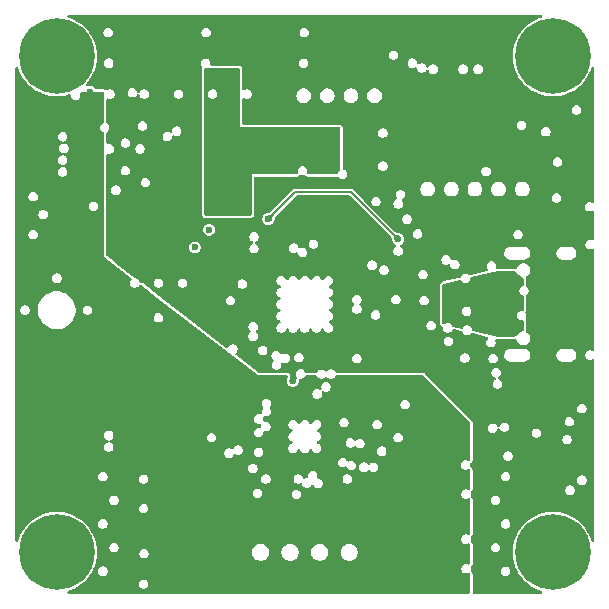
<source format=gbr>
%TF.GenerationSoftware,KiCad,Pcbnew,9.0.1-9.0.1-0~ubuntu22.04.1*%
%TF.CreationDate,2025-04-08T13:36:12+02:00*%
%TF.ProjectId,TMC262_Stepper_Driver,544d4332-3632-45f5-9374-65707065725f,rev?*%
%TF.SameCoordinates,Original*%
%TF.FileFunction,Copper,L3,Inr*%
%TF.FilePolarity,Positive*%
%FSLAX46Y46*%
G04 Gerber Fmt 4.6, Leading zero omitted, Abs format (unit mm)*
G04 Created by KiCad (PCBNEW 9.0.1-9.0.1-0~ubuntu22.04.1) date 2025-04-08 13:36:12*
%MOMM*%
%LPD*%
G01*
G04 APERTURE LIST*
%TA.AperFunction,ComponentPad*%
%ADD10C,0.800000*%
%TD*%
%TA.AperFunction,ComponentPad*%
%ADD11C,6.400000*%
%TD*%
%TA.AperFunction,ComponentPad*%
%ADD12C,3.800000*%
%TD*%
%TA.AperFunction,ViaPad*%
%ADD13C,0.600000*%
%TD*%
%TA.AperFunction,Conductor*%
%ADD14C,0.160000*%
%TD*%
G04 APERTURE END LIST*
D10*
%TO.N,GND*%
%TO.C,H1*%
X51600000Y-54000000D03*
X52302944Y-52302944D03*
X52302944Y-55697056D03*
X54000000Y-51600000D03*
D11*
X54000000Y-54000000D03*
D10*
X54000000Y-56400000D03*
X55697056Y-52302944D03*
X55697056Y-55697056D03*
X56400000Y-54000000D03*
%TD*%
%TO.N,GND*%
%TO.C,H4*%
X93600000Y-96000000D03*
X94302944Y-94302944D03*
X94302944Y-97697056D03*
X96000000Y-93600000D03*
D11*
X96000000Y-96000000D03*
D10*
X96000000Y-98400000D03*
X97697056Y-94302944D03*
X97697056Y-97697056D03*
X98400000Y-96000000D03*
%TD*%
%TO.N,GND*%
%TO.C,H2*%
X93600000Y-54000000D03*
X94302944Y-52302944D03*
X94302944Y-55697056D03*
X96000000Y-51600000D03*
D11*
X96000000Y-54000000D03*
D10*
X96000000Y-56400000D03*
X97697056Y-52302944D03*
X97697056Y-55697056D03*
X98400000Y-54000000D03*
%TD*%
D12*
%TO.N,+24V*%
%TO.C,J4*%
X54000000Y-80500000D03*
%TD*%
D10*
%TO.N,GND*%
%TO.C,H3*%
X51600000Y-96000000D03*
X52302944Y-94302944D03*
X52302944Y-97697056D03*
X54000000Y-93600000D03*
D11*
X54000000Y-96000000D03*
D10*
X54000000Y-98400000D03*
X55697056Y-94302944D03*
X55697056Y-97697056D03*
X56400000Y-96000000D03*
%TD*%
D13*
%TO.N,GND*%
X65700000Y-70200000D03*
X66900000Y-68700000D03*
%TO.N,+24V*%
X61400000Y-91050000D03*
X55800000Y-66700000D03*
X55800000Y-65900000D03*
X88650000Y-96150000D03*
X87050000Y-95700000D03*
X55800000Y-69100000D03*
X63100000Y-90600000D03*
X55800000Y-65900000D03*
X87700000Y-86300000D03*
X54800000Y-64700000D03*
X78300000Y-82600000D03*
X63100000Y-97000000D03*
X55800000Y-65900000D03*
X62665000Y-97435000D03*
X56700000Y-65700000D03*
X55800000Y-67500000D03*
X87365000Y-89865000D03*
X62665000Y-91035000D03*
X87515000Y-96165000D03*
X78700000Y-83500000D03*
X87050000Y-89200000D03*
X55800000Y-69100000D03*
X88650000Y-89850000D03*
X55800000Y-68300000D03*
X61400000Y-97450000D03*
X55800000Y-65900000D03*
X55800000Y-69100000D03*
X56800000Y-57000000D03*
X54800000Y-58200000D03*
X62300000Y-86300000D03*
%TO.N,+5V*%
X70250000Y-62400000D03*
X68400000Y-57010000D03*
X68490000Y-64160000D03*
X75710000Y-61425000D03*
X73745000Y-61425000D03*
%TO.N,+3.3V*%
X70400000Y-71600000D03*
X90900000Y-55100000D03*
X73980000Y-81500000D03*
X80650000Y-55200000D03*
X92400000Y-52000000D03*
X63449961Y-55142311D03*
X72900000Y-69300000D03*
X75900000Y-66400000D03*
X79250000Y-60650000D03*
X75300000Y-79600000D03*
X79100000Y-66850000D03*
X72900000Y-70300000D03*
X79700000Y-71700000D03*
X79250000Y-69750000D03*
X78375000Y-78815419D03*
X72200000Y-55300000D03*
X79300000Y-63450000D03*
X90600000Y-69900000D03*
X71300000Y-57000000D03*
%TO.N,/5V_USB*%
X93257168Y-72950630D03*
X82902000Y-69499997D03*
X88660000Y-74540000D03*
X93262683Y-77030455D03*
X71900000Y-67800000D03*
%TD*%
D14*
%TO.N,+3.3V*%
X73980000Y-81500000D02*
X73980000Y-80620000D01*
%TO.N,/5V_USB*%
X74200000Y-65500000D02*
X78902003Y-65500000D01*
X78902003Y-65500000D02*
X82902000Y-69499997D01*
X71900000Y-67800000D02*
X74200000Y-65500000D01*
%TD*%
%TA.AperFunction,Conductor*%
%TO.N,+24V*%
G36*
X50705703Y-54920283D02*
G01*
X50743159Y-54977998D01*
X50764174Y-55047273D01*
X50794418Y-55146977D01*
X50819779Y-55208203D01*
X50907707Y-55420480D01*
X50922278Y-55455656D01*
X50922280Y-55455661D01*
X51079769Y-55750303D01*
X51079780Y-55750321D01*
X51265393Y-56028109D01*
X51265403Y-56028123D01*
X51477361Y-56286395D01*
X51713604Y-56522638D01*
X51713609Y-56522642D01*
X51713610Y-56522643D01*
X51971882Y-56734601D01*
X52249685Y-56920224D01*
X52249694Y-56920229D01*
X52249696Y-56920230D01*
X52544338Y-57077719D01*
X52544340Y-57077719D01*
X52544346Y-57077723D01*
X52853024Y-57205582D01*
X53172749Y-57302569D01*
X53172755Y-57302570D01*
X53172758Y-57302571D01*
X53172769Y-57302574D01*
X53351380Y-57338101D01*
X53500441Y-57367751D01*
X53832944Y-57400500D01*
X53832947Y-57400500D01*
X54167053Y-57400500D01*
X54167056Y-57400500D01*
X54499559Y-57367751D01*
X54661757Y-57335487D01*
X54827230Y-57302574D01*
X54827241Y-57302571D01*
X54827241Y-57302570D01*
X54827251Y-57302569D01*
X55039507Y-57238181D01*
X55109372Y-57237559D01*
X55168485Y-57274807D01*
X55198075Y-57338101D01*
X55198759Y-57347097D01*
X55199500Y-57352725D01*
X55199500Y-57352727D01*
X55226793Y-57454587D01*
X55279520Y-57545913D01*
X55354087Y-57620480D01*
X55445413Y-57673207D01*
X55547273Y-57700500D01*
X55547275Y-57700500D01*
X55652725Y-57700500D01*
X55652727Y-57700500D01*
X55754587Y-57673207D01*
X55845913Y-57620480D01*
X55920480Y-57545913D01*
X55973207Y-57454587D01*
X56000500Y-57352727D01*
X56000500Y-57247273D01*
X55976068Y-57156090D01*
X55977731Y-57086244D01*
X56016893Y-57028381D01*
X56081122Y-57000877D01*
X56095843Y-57000000D01*
X57876000Y-57000000D01*
X57943039Y-57019685D01*
X57988794Y-57072489D01*
X58000000Y-57124000D01*
X58000000Y-59553620D01*
X57980315Y-59620659D01*
X57927511Y-59666414D01*
X57908098Y-59673394D01*
X57895412Y-59676793D01*
X57895410Y-59676794D01*
X57804085Y-59729521D01*
X57729521Y-59804085D01*
X57676794Y-59895410D01*
X57676793Y-59895413D01*
X57649500Y-59997273D01*
X57649500Y-60102727D01*
X57676793Y-60204587D01*
X57729520Y-60295913D01*
X57804087Y-60370480D01*
X57895413Y-60423207D01*
X57908092Y-60426604D01*
X57967753Y-60462968D01*
X57998283Y-60525815D01*
X58000000Y-60546379D01*
X58000000Y-71000000D01*
X60280972Y-72754594D01*
X60322106Y-72811069D01*
X60326178Y-72880820D01*
X60293051Y-72940556D01*
X60279520Y-72954087D01*
X60226794Y-73045410D01*
X60226793Y-73045413D01*
X60199500Y-73147273D01*
X60199500Y-73252727D01*
X60226793Y-73354587D01*
X60279520Y-73445913D01*
X60354087Y-73520480D01*
X60445413Y-73573207D01*
X60547273Y-73600500D01*
X60547275Y-73600500D01*
X60652725Y-73600500D01*
X60652727Y-73600500D01*
X60754587Y-73573207D01*
X60845913Y-73520480D01*
X60920480Y-73445913D01*
X60929412Y-73430441D01*
X60979978Y-73382226D01*
X61048585Y-73369002D01*
X61112402Y-73394155D01*
X62494555Y-74457350D01*
X70999999Y-81000000D01*
X71000000Y-81000000D01*
X73453132Y-81000000D01*
X73520171Y-81019685D01*
X73565926Y-81072489D01*
X73575870Y-81141647D01*
X73562170Y-81183049D01*
X73548837Y-81207668D01*
X73548835Y-81207673D01*
X73520534Y-81273206D01*
X73520125Y-81274152D01*
X73510298Y-81302393D01*
X73510293Y-81302409D01*
X73487276Y-81388249D01*
X73487273Y-81388265D01*
X73484712Y-81409750D01*
X73481361Y-81427157D01*
X73479501Y-81434098D01*
X73479500Y-81434110D01*
X73479500Y-81565891D01*
X73513608Y-81693187D01*
X73546554Y-81750250D01*
X73579500Y-81807314D01*
X73672686Y-81900500D01*
X73786814Y-81966392D01*
X73914108Y-82000500D01*
X73914110Y-82000500D01*
X74045890Y-82000500D01*
X74045892Y-82000500D01*
X74173186Y-81966392D01*
X74287314Y-81900500D01*
X74380500Y-81807314D01*
X74446392Y-81693186D01*
X74480500Y-81565892D01*
X74480500Y-81434108D01*
X74480500Y-81425980D01*
X74483661Y-81425980D01*
X74492126Y-81371661D01*
X74538501Y-81319401D01*
X74604305Y-81300500D01*
X74702725Y-81300500D01*
X74702727Y-81300500D01*
X74804587Y-81273207D01*
X74895913Y-81220480D01*
X74970480Y-81145913D01*
X75018927Y-81061999D01*
X75069494Y-81013784D01*
X75126314Y-81000000D01*
X75914954Y-81000000D01*
X75981993Y-81019685D01*
X76020556Y-81064190D01*
X76022729Y-81062936D01*
X76026792Y-81069974D01*
X76026793Y-81069975D01*
X76079520Y-81161301D01*
X76154087Y-81235868D01*
X76245413Y-81288595D01*
X76347273Y-81315888D01*
X76347275Y-81315888D01*
X76452725Y-81315888D01*
X76452727Y-81315888D01*
X76554587Y-81288595D01*
X76645913Y-81235868D01*
X76720013Y-81161768D01*
X76781336Y-81128283D01*
X76851028Y-81133267D01*
X76895375Y-81161768D01*
X76897336Y-81163729D01*
X76971903Y-81238296D01*
X77063229Y-81291023D01*
X77165089Y-81318316D01*
X77165091Y-81318316D01*
X77270541Y-81318316D01*
X77270543Y-81318316D01*
X77372403Y-81291023D01*
X77463729Y-81238296D01*
X77538296Y-81163729D01*
X77591023Y-81072403D01*
X77591023Y-81072402D01*
X77595087Y-81065364D01*
X77597293Y-81066638D01*
X77633136Y-81022151D01*
X77699428Y-81000079D01*
X77703867Y-81000000D01*
X84948638Y-81000000D01*
X85015677Y-81019685D01*
X85036319Y-81036319D01*
X88963681Y-84963681D01*
X88997166Y-85025004D01*
X89000000Y-85051362D01*
X89000000Y-88153708D01*
X88980315Y-88220747D01*
X88927511Y-88266502D01*
X88858353Y-88276446D01*
X88814000Y-88261095D01*
X88754589Y-88226794D01*
X88754588Y-88226793D01*
X88754587Y-88226793D01*
X88652727Y-88199500D01*
X88547273Y-88199500D01*
X88445413Y-88226793D01*
X88445410Y-88226794D01*
X88354085Y-88279521D01*
X88279521Y-88354085D01*
X88226794Y-88445410D01*
X88226793Y-88445413D01*
X88199500Y-88547273D01*
X88199500Y-88652727D01*
X88224834Y-88747273D01*
X88226793Y-88754586D01*
X88226794Y-88754589D01*
X88237542Y-88773205D01*
X88279520Y-88845913D01*
X88354087Y-88920480D01*
X88445413Y-88973207D01*
X88547273Y-89000500D01*
X88547275Y-89000500D01*
X88652725Y-89000500D01*
X88652727Y-89000500D01*
X88754587Y-88973207D01*
X88814003Y-88938902D01*
X88881899Y-88922431D01*
X88947926Y-88945283D01*
X88991117Y-89000204D01*
X89000000Y-89046291D01*
X89000000Y-90595621D01*
X88980315Y-90662660D01*
X88927511Y-90708415D01*
X88858353Y-90718359D01*
X88814003Y-90703010D01*
X88804589Y-90697575D01*
X88804588Y-90697574D01*
X88804587Y-90697574D01*
X88702727Y-90670281D01*
X88597273Y-90670281D01*
X88495413Y-90697574D01*
X88495410Y-90697575D01*
X88404085Y-90750302D01*
X88329521Y-90824866D01*
X88276794Y-90916191D01*
X88276793Y-90916194D01*
X88249500Y-91018054D01*
X88249500Y-91123508D01*
X88276793Y-91225368D01*
X88329520Y-91316694D01*
X88404087Y-91391261D01*
X88495413Y-91443988D01*
X88597273Y-91471281D01*
X88597275Y-91471281D01*
X88702725Y-91471281D01*
X88702727Y-91471281D01*
X88804587Y-91443988D01*
X88813999Y-91438553D01*
X88881898Y-91422080D01*
X88947925Y-91444931D01*
X88991117Y-91499852D01*
X89000000Y-91545940D01*
X89000000Y-94418579D01*
X88980315Y-94485618D01*
X88927511Y-94531373D01*
X88858353Y-94541317D01*
X88814003Y-94525968D01*
X88804589Y-94520533D01*
X88804588Y-94520532D01*
X88804587Y-94520532D01*
X88702727Y-94493239D01*
X88597273Y-94493239D01*
X88495413Y-94520532D01*
X88495410Y-94520533D01*
X88404085Y-94573260D01*
X88329521Y-94647824D01*
X88276794Y-94739149D01*
X88276793Y-94739152D01*
X88249500Y-94841012D01*
X88249500Y-94946466D01*
X88276793Y-95048326D01*
X88329520Y-95139652D01*
X88404087Y-95214219D01*
X88495413Y-95266946D01*
X88597273Y-95294239D01*
X88597275Y-95294239D01*
X88702725Y-95294239D01*
X88702727Y-95294239D01*
X88804587Y-95266946D01*
X88813999Y-95261511D01*
X88881898Y-95245038D01*
X88947925Y-95267889D01*
X88991117Y-95322810D01*
X89000000Y-95368898D01*
X89000000Y-96924840D01*
X88980315Y-96991879D01*
X88927511Y-97037634D01*
X88858353Y-97047578D01*
X88814003Y-97032229D01*
X88804589Y-97026794D01*
X88804588Y-97026793D01*
X88804587Y-97026793D01*
X88702727Y-96999500D01*
X88597273Y-96999500D01*
X88495413Y-97026793D01*
X88495410Y-97026794D01*
X88404085Y-97079521D01*
X88329521Y-97154085D01*
X88276794Y-97245410D01*
X88276793Y-97245413D01*
X88249500Y-97347273D01*
X88249500Y-97452727D01*
X88276793Y-97554587D01*
X88329520Y-97645913D01*
X88404087Y-97720480D01*
X88495413Y-97773207D01*
X88597273Y-97800500D01*
X88597275Y-97800500D01*
X88702725Y-97800500D01*
X88702727Y-97800500D01*
X88804587Y-97773207D01*
X88813999Y-97767772D01*
X88881898Y-97751299D01*
X88947925Y-97774150D01*
X88991117Y-97829071D01*
X89000000Y-97875159D01*
X89000000Y-99375500D01*
X88980315Y-99442539D01*
X88927511Y-99488294D01*
X88876000Y-99499500D01*
X55013997Y-99499500D01*
X54946958Y-99479815D01*
X54901203Y-99427011D01*
X54891259Y-99357853D01*
X54920284Y-99294297D01*
X54978000Y-99256839D01*
X55146976Y-99205582D01*
X55455654Y-99077723D01*
X55750315Y-98920224D01*
X56028118Y-98734601D01*
X56134528Y-98647273D01*
X60949500Y-98647273D01*
X60949500Y-98752727D01*
X60976793Y-98854587D01*
X61029520Y-98945913D01*
X61104087Y-99020480D01*
X61195413Y-99073207D01*
X61297273Y-99100500D01*
X61297275Y-99100500D01*
X61402725Y-99100500D01*
X61402727Y-99100500D01*
X61504587Y-99073207D01*
X61595913Y-99020480D01*
X61670480Y-98945913D01*
X61723207Y-98854587D01*
X61750500Y-98752727D01*
X61750500Y-98647273D01*
X61723207Y-98545413D01*
X61670480Y-98454087D01*
X61595913Y-98379520D01*
X61504587Y-98326793D01*
X61402727Y-98299500D01*
X61297273Y-98299500D01*
X61195413Y-98326793D01*
X61195410Y-98326794D01*
X61104085Y-98379521D01*
X61029521Y-98454085D01*
X60976794Y-98545410D01*
X60976793Y-98545413D01*
X60949500Y-98647273D01*
X56134528Y-98647273D01*
X56286390Y-98522643D01*
X56522643Y-98286390D01*
X56734601Y-98028118D01*
X56920224Y-97750315D01*
X56980591Y-97637374D01*
X57028752Y-97547273D01*
X57499500Y-97547273D01*
X57499500Y-97652727D01*
X57526793Y-97754587D01*
X57579520Y-97845913D01*
X57654087Y-97920480D01*
X57745413Y-97973207D01*
X57847273Y-98000500D01*
X57847275Y-98000500D01*
X57952725Y-98000500D01*
X57952727Y-98000500D01*
X58054587Y-97973207D01*
X58145913Y-97920480D01*
X58220480Y-97845913D01*
X58273207Y-97754587D01*
X58300500Y-97652727D01*
X58300500Y-97547273D01*
X58273207Y-97445413D01*
X58220480Y-97354087D01*
X58145913Y-97279520D01*
X58054587Y-97226793D01*
X57952727Y-97199500D01*
X57847273Y-97199500D01*
X57745413Y-97226793D01*
X57745410Y-97226794D01*
X57654085Y-97279521D01*
X57579521Y-97354085D01*
X57526794Y-97445410D01*
X57526793Y-97445413D01*
X57499500Y-97547273D01*
X57028752Y-97547273D01*
X57064340Y-97480693D01*
X57077722Y-97455655D01*
X57077723Y-97455654D01*
X57205582Y-97146976D01*
X57302569Y-96827251D01*
X57302571Y-96827241D01*
X57302574Y-96827230D01*
X57350160Y-96587993D01*
X57367751Y-96499559D01*
X57400500Y-96167056D01*
X57400500Y-96049884D01*
X60979500Y-96049884D01*
X60979500Y-96155338D01*
X61006793Y-96257198D01*
X61059520Y-96348524D01*
X61134087Y-96423091D01*
X61225413Y-96475818D01*
X61327273Y-96503111D01*
X61327275Y-96503111D01*
X61432725Y-96503111D01*
X61432727Y-96503111D01*
X61534587Y-96475818D01*
X61625913Y-96423091D01*
X61700480Y-96348524D01*
X61753207Y-96257198D01*
X61780500Y-96155338D01*
X61780500Y-96071457D01*
X70524499Y-96071457D01*
X70552379Y-96211614D01*
X70552381Y-96211620D01*
X70607069Y-96343650D01*
X70607074Y-96343659D01*
X70686467Y-96462478D01*
X70686470Y-96462482D01*
X70787517Y-96563529D01*
X70787521Y-96563532D01*
X70906340Y-96642925D01*
X70906346Y-96642928D01*
X70906347Y-96642929D01*
X71038380Y-96697619D01*
X71038384Y-96697619D01*
X71038385Y-96697620D01*
X71178542Y-96725500D01*
X71178545Y-96725500D01*
X71321457Y-96725500D01*
X71415751Y-96706742D01*
X71461620Y-96697619D01*
X71593653Y-96642929D01*
X71712479Y-96563532D01*
X71813532Y-96462479D01*
X71892929Y-96343653D01*
X71947619Y-96211620D01*
X71975500Y-96071457D01*
X73024499Y-96071457D01*
X73052379Y-96211614D01*
X73052381Y-96211620D01*
X73107069Y-96343650D01*
X73107074Y-96343659D01*
X73186467Y-96462478D01*
X73186470Y-96462482D01*
X73287517Y-96563529D01*
X73287521Y-96563532D01*
X73406340Y-96642925D01*
X73406346Y-96642928D01*
X73406347Y-96642929D01*
X73538380Y-96697619D01*
X73538384Y-96697619D01*
X73538385Y-96697620D01*
X73678542Y-96725500D01*
X73678545Y-96725500D01*
X73821457Y-96725500D01*
X73915751Y-96706742D01*
X73961620Y-96697619D01*
X74093653Y-96642929D01*
X74212479Y-96563532D01*
X74313532Y-96462479D01*
X74392929Y-96343653D01*
X74447619Y-96211620D01*
X74475500Y-96071457D01*
X75524499Y-96071457D01*
X75552379Y-96211614D01*
X75552381Y-96211620D01*
X75607069Y-96343650D01*
X75607074Y-96343659D01*
X75686467Y-96462478D01*
X75686470Y-96462482D01*
X75787517Y-96563529D01*
X75787521Y-96563532D01*
X75906340Y-96642925D01*
X75906346Y-96642928D01*
X75906347Y-96642929D01*
X76038380Y-96697619D01*
X76038384Y-96697619D01*
X76038385Y-96697620D01*
X76178542Y-96725500D01*
X76178545Y-96725500D01*
X76321457Y-96725500D01*
X76415751Y-96706742D01*
X76461620Y-96697619D01*
X76593653Y-96642929D01*
X76712479Y-96563532D01*
X76813532Y-96462479D01*
X76892929Y-96343653D01*
X76947619Y-96211620D01*
X76975500Y-96071457D01*
X78024499Y-96071457D01*
X78052379Y-96211614D01*
X78052381Y-96211620D01*
X78107069Y-96343650D01*
X78107074Y-96343659D01*
X78186467Y-96462478D01*
X78186470Y-96462482D01*
X78287517Y-96563529D01*
X78287521Y-96563532D01*
X78406340Y-96642925D01*
X78406346Y-96642928D01*
X78406347Y-96642929D01*
X78538380Y-96697619D01*
X78538384Y-96697619D01*
X78538385Y-96697620D01*
X78678542Y-96725500D01*
X78678545Y-96725500D01*
X78821457Y-96725500D01*
X78915751Y-96706742D01*
X78961620Y-96697619D01*
X79093653Y-96642929D01*
X79212479Y-96563532D01*
X79313532Y-96462479D01*
X79392929Y-96343653D01*
X79447619Y-96211620D01*
X79475500Y-96071455D01*
X79475500Y-95928545D01*
X79475500Y-95928542D01*
X79447620Y-95788385D01*
X79447619Y-95788384D01*
X79447619Y-95788380D01*
X79392929Y-95656347D01*
X79392928Y-95656346D01*
X79392925Y-95656340D01*
X79313532Y-95537521D01*
X79313529Y-95537517D01*
X79212482Y-95436470D01*
X79212478Y-95436467D01*
X79093659Y-95357074D01*
X79093650Y-95357069D01*
X78961620Y-95302381D01*
X78961614Y-95302379D01*
X78821457Y-95274500D01*
X78821455Y-95274500D01*
X78678545Y-95274500D01*
X78678543Y-95274500D01*
X78538385Y-95302379D01*
X78538379Y-95302381D01*
X78406349Y-95357069D01*
X78406340Y-95357074D01*
X78287521Y-95436467D01*
X78287517Y-95436470D01*
X78186470Y-95537517D01*
X78186467Y-95537521D01*
X78107074Y-95656340D01*
X78107069Y-95656349D01*
X78052381Y-95788379D01*
X78052379Y-95788385D01*
X78024500Y-95928542D01*
X78024500Y-95928545D01*
X78024500Y-96071455D01*
X78024500Y-96071457D01*
X78024499Y-96071457D01*
X76975500Y-96071457D01*
X76975500Y-96071455D01*
X76975500Y-95928545D01*
X76975500Y-95928542D01*
X76947620Y-95788385D01*
X76947619Y-95788384D01*
X76947619Y-95788380D01*
X76892929Y-95656347D01*
X76892928Y-95656346D01*
X76892925Y-95656340D01*
X76813532Y-95537521D01*
X76813529Y-95537517D01*
X76712482Y-95436470D01*
X76712478Y-95436467D01*
X76593659Y-95357074D01*
X76593650Y-95357069D01*
X76461620Y-95302381D01*
X76461614Y-95302379D01*
X76321457Y-95274500D01*
X76321455Y-95274500D01*
X76178545Y-95274500D01*
X76178543Y-95274500D01*
X76038385Y-95302379D01*
X76038379Y-95302381D01*
X75906349Y-95357069D01*
X75906340Y-95357074D01*
X75787521Y-95436467D01*
X75787517Y-95436470D01*
X75686470Y-95537517D01*
X75686467Y-95537521D01*
X75607074Y-95656340D01*
X75607069Y-95656349D01*
X75552381Y-95788379D01*
X75552379Y-95788385D01*
X75524500Y-95928542D01*
X75524500Y-95928545D01*
X75524500Y-96071455D01*
X75524500Y-96071457D01*
X75524499Y-96071457D01*
X74475500Y-96071457D01*
X74475500Y-96071455D01*
X74475500Y-95928545D01*
X74475500Y-95928542D01*
X74447620Y-95788385D01*
X74447619Y-95788384D01*
X74447619Y-95788380D01*
X74392929Y-95656347D01*
X74392928Y-95656346D01*
X74392925Y-95656340D01*
X74313532Y-95537521D01*
X74313529Y-95537517D01*
X74212482Y-95436470D01*
X74212478Y-95436467D01*
X74093659Y-95357074D01*
X74093650Y-95357069D01*
X73961620Y-95302381D01*
X73961614Y-95302379D01*
X73821457Y-95274500D01*
X73821455Y-95274500D01*
X73678545Y-95274500D01*
X73678543Y-95274500D01*
X73538385Y-95302379D01*
X73538379Y-95302381D01*
X73406349Y-95357069D01*
X73406340Y-95357074D01*
X73287521Y-95436467D01*
X73287517Y-95436470D01*
X73186470Y-95537517D01*
X73186467Y-95537521D01*
X73107074Y-95656340D01*
X73107069Y-95656349D01*
X73052381Y-95788379D01*
X73052379Y-95788385D01*
X73024500Y-95928542D01*
X73024500Y-95928545D01*
X73024500Y-96071455D01*
X73024500Y-96071457D01*
X73024499Y-96071457D01*
X71975500Y-96071457D01*
X71975500Y-96071455D01*
X71975500Y-95928545D01*
X71975500Y-95928542D01*
X71947620Y-95788385D01*
X71947619Y-95788384D01*
X71947619Y-95788380D01*
X71892929Y-95656347D01*
X71892928Y-95656346D01*
X71892925Y-95656340D01*
X71813532Y-95537521D01*
X71813529Y-95537517D01*
X71712482Y-95436470D01*
X71712478Y-95436467D01*
X71593659Y-95357074D01*
X71593650Y-95357069D01*
X71461620Y-95302381D01*
X71461614Y-95302379D01*
X71321457Y-95274500D01*
X71321455Y-95274500D01*
X71178545Y-95274500D01*
X71178543Y-95274500D01*
X71038385Y-95302379D01*
X71038379Y-95302381D01*
X70906349Y-95357069D01*
X70906340Y-95357074D01*
X70787521Y-95436467D01*
X70787517Y-95436470D01*
X70686470Y-95537517D01*
X70686467Y-95537521D01*
X70607074Y-95656340D01*
X70607069Y-95656349D01*
X70552381Y-95788379D01*
X70552379Y-95788385D01*
X70524500Y-95928542D01*
X70524500Y-95928545D01*
X70524500Y-96071455D01*
X70524500Y-96071457D01*
X70524499Y-96071457D01*
X61780500Y-96071457D01*
X61780500Y-96049884D01*
X61753207Y-95948024D01*
X61700480Y-95856698D01*
X61625913Y-95782131D01*
X61534587Y-95729404D01*
X61432727Y-95702111D01*
X61327273Y-95702111D01*
X61225413Y-95729404D01*
X61225410Y-95729405D01*
X61134085Y-95782132D01*
X61059521Y-95856696D01*
X61006794Y-95948021D01*
X61006793Y-95948024D01*
X60979500Y-96049884D01*
X57400500Y-96049884D01*
X57400500Y-95832944D01*
X57382750Y-95652725D01*
X57372761Y-95551300D01*
X57372364Y-95547273D01*
X58449500Y-95547273D01*
X58449500Y-95652727D01*
X58476793Y-95754587D01*
X58529520Y-95845913D01*
X58604087Y-95920480D01*
X58695413Y-95973207D01*
X58797273Y-96000500D01*
X58797275Y-96000500D01*
X58902725Y-96000500D01*
X58902727Y-96000500D01*
X59004587Y-95973207D01*
X59095913Y-95920480D01*
X59170480Y-95845913D01*
X59223207Y-95754587D01*
X59250500Y-95652727D01*
X59250500Y-95547273D01*
X59223207Y-95445413D01*
X59170480Y-95354087D01*
X59095913Y-95279520D01*
X59004587Y-95226793D01*
X58902727Y-95199500D01*
X58797273Y-95199500D01*
X58695413Y-95226793D01*
X58695410Y-95226794D01*
X58604085Y-95279521D01*
X58529521Y-95354085D01*
X58476794Y-95445410D01*
X58476793Y-95445413D01*
X58449500Y-95547273D01*
X57372364Y-95547273D01*
X57367752Y-95500449D01*
X57367751Y-95500446D01*
X57367751Y-95500441D01*
X57343444Y-95378243D01*
X57302574Y-95172769D01*
X57302571Y-95172758D01*
X57302570Y-95172755D01*
X57302569Y-95172749D01*
X57205582Y-94853024D01*
X57077723Y-94544346D01*
X57046332Y-94485618D01*
X56920230Y-94249696D01*
X56920229Y-94249694D01*
X56920224Y-94249685D01*
X56734601Y-93971882D01*
X56522643Y-93713610D01*
X56522642Y-93713609D01*
X56522638Y-93713604D01*
X56356307Y-93547273D01*
X57499500Y-93547273D01*
X57499500Y-93652727D01*
X57526793Y-93754587D01*
X57579520Y-93845913D01*
X57654087Y-93920480D01*
X57745413Y-93973207D01*
X57847273Y-94000500D01*
X57847275Y-94000500D01*
X57952725Y-94000500D01*
X57952727Y-94000500D01*
X58054587Y-93973207D01*
X58145913Y-93920480D01*
X58220480Y-93845913D01*
X58273207Y-93754587D01*
X58300500Y-93652727D01*
X58300500Y-93547273D01*
X58273207Y-93445413D01*
X58220480Y-93354087D01*
X58145913Y-93279520D01*
X58054587Y-93226793D01*
X57952727Y-93199500D01*
X57847273Y-93199500D01*
X57745413Y-93226793D01*
X57745410Y-93226794D01*
X57654085Y-93279521D01*
X57579521Y-93354085D01*
X57526794Y-93445410D01*
X57526793Y-93445413D01*
X57499500Y-93547273D01*
X56356307Y-93547273D01*
X56286395Y-93477361D01*
X56028123Y-93265403D01*
X56028122Y-93265402D01*
X56028118Y-93265399D01*
X55750315Y-93079776D01*
X55750310Y-93079773D01*
X55750303Y-93079769D01*
X55455661Y-92922280D01*
X55455656Y-92922278D01*
X55146977Y-92794418D01*
X54827241Y-92697428D01*
X54827230Y-92697425D01*
X54499565Y-92632250D01*
X54499548Y-92632247D01*
X54248108Y-92607483D01*
X54167056Y-92599500D01*
X53832944Y-92599500D01*
X53757982Y-92606883D01*
X53500451Y-92632247D01*
X53500434Y-92632250D01*
X53172769Y-92697425D01*
X53172758Y-92697428D01*
X52853022Y-92794418D01*
X52544343Y-92922278D01*
X52544338Y-92922280D01*
X52249696Y-93079769D01*
X52249678Y-93079780D01*
X51971890Y-93265393D01*
X51971876Y-93265403D01*
X51713604Y-93477361D01*
X51477361Y-93713604D01*
X51265403Y-93971876D01*
X51265393Y-93971890D01*
X51079780Y-94249678D01*
X51079769Y-94249696D01*
X50922280Y-94544338D01*
X50922278Y-94544343D01*
X50794418Y-94853022D01*
X50766073Y-94946465D01*
X50754080Y-94986003D01*
X50743161Y-95021998D01*
X50704863Y-95080437D01*
X50641051Y-95108893D01*
X50571984Y-95098333D01*
X50519591Y-95052109D01*
X50500500Y-94986003D01*
X50500500Y-92253534D01*
X60949500Y-92253534D01*
X60949500Y-92358988D01*
X60976793Y-92460848D01*
X61029520Y-92552174D01*
X61104087Y-92626741D01*
X61195413Y-92679468D01*
X61297273Y-92706761D01*
X61297275Y-92706761D01*
X61402725Y-92706761D01*
X61402727Y-92706761D01*
X61504587Y-92679468D01*
X61595913Y-92626741D01*
X61670480Y-92552174D01*
X61723207Y-92460848D01*
X61750500Y-92358988D01*
X61750500Y-92253534D01*
X61723207Y-92151674D01*
X61670480Y-92060348D01*
X61595913Y-91985781D01*
X61504587Y-91933054D01*
X61402727Y-91905761D01*
X61297273Y-91905761D01*
X61195413Y-91933054D01*
X61195410Y-91933055D01*
X61104085Y-91985782D01*
X61029521Y-92060346D01*
X60976794Y-92151671D01*
X60976793Y-92151674D01*
X60949500Y-92253534D01*
X50500500Y-92253534D01*
X50500500Y-91547273D01*
X58449500Y-91547273D01*
X58449500Y-91652727D01*
X58476793Y-91754587D01*
X58529520Y-91845913D01*
X58604087Y-91920480D01*
X58695413Y-91973207D01*
X58797273Y-92000500D01*
X58797275Y-92000500D01*
X58902725Y-92000500D01*
X58902727Y-92000500D01*
X59004587Y-91973207D01*
X59095913Y-91920480D01*
X59170480Y-91845913D01*
X59223207Y-91754587D01*
X59250500Y-91652727D01*
X59250500Y-91547273D01*
X59223207Y-91445413D01*
X59170480Y-91354087D01*
X59095913Y-91279520D01*
X59004587Y-91226793D01*
X58902727Y-91199500D01*
X58797273Y-91199500D01*
X58695413Y-91226793D01*
X58695410Y-91226794D01*
X58604085Y-91279521D01*
X58529521Y-91354085D01*
X58476794Y-91445410D01*
X58476793Y-91445413D01*
X58449500Y-91547273D01*
X50500500Y-91547273D01*
X50500500Y-90947273D01*
X70599500Y-90947273D01*
X70599500Y-91052727D01*
X70626793Y-91154587D01*
X70679520Y-91245913D01*
X70754087Y-91320480D01*
X70845413Y-91373207D01*
X70947273Y-91400500D01*
X70947275Y-91400500D01*
X71052725Y-91400500D01*
X71052727Y-91400500D01*
X71154587Y-91373207D01*
X71245913Y-91320480D01*
X71320480Y-91245913D01*
X71373207Y-91154587D01*
X71400500Y-91052727D01*
X71400500Y-91047273D01*
X73882581Y-91047273D01*
X73882581Y-91152727D01*
X73909874Y-91254587D01*
X73962601Y-91345913D01*
X74037168Y-91420480D01*
X74128494Y-91473207D01*
X74230354Y-91500500D01*
X74230356Y-91500500D01*
X74335806Y-91500500D01*
X74335808Y-91500500D01*
X74437668Y-91473207D01*
X74528994Y-91420480D01*
X74603561Y-91345913D01*
X74656288Y-91254587D01*
X74683581Y-91152727D01*
X74683581Y-91047273D01*
X74656288Y-90945413D01*
X74603561Y-90854087D01*
X74528994Y-90779520D01*
X74437668Y-90726793D01*
X74335808Y-90699500D01*
X74230354Y-90699500D01*
X74128494Y-90726793D01*
X74128491Y-90726794D01*
X74037166Y-90779521D01*
X73962602Y-90854085D01*
X73909875Y-90945410D01*
X73909874Y-90945413D01*
X73882581Y-91047273D01*
X71400500Y-91047273D01*
X71400500Y-90947273D01*
X71373207Y-90845413D01*
X71320480Y-90754087D01*
X71245913Y-90679520D01*
X71154587Y-90626793D01*
X71052727Y-90599500D01*
X70947273Y-90599500D01*
X70845413Y-90626793D01*
X70845410Y-90626794D01*
X70754085Y-90679521D01*
X70679521Y-90754085D01*
X70626794Y-90845410D01*
X70626793Y-90845413D01*
X70599500Y-90947273D01*
X50500500Y-90947273D01*
X50500500Y-89547273D01*
X57499500Y-89547273D01*
X57499500Y-89652727D01*
X57524834Y-89747273D01*
X57526793Y-89754586D01*
X57526794Y-89754589D01*
X57533684Y-89766522D01*
X57579520Y-89845913D01*
X57654087Y-89920480D01*
X57745413Y-89973207D01*
X57847273Y-90000500D01*
X57847275Y-90000500D01*
X57952725Y-90000500D01*
X57952727Y-90000500D01*
X58054587Y-89973207D01*
X58145913Y-89920480D01*
X58220480Y-89845913D01*
X58273207Y-89754587D01*
X58275167Y-89747273D01*
X60949500Y-89747273D01*
X60949500Y-89852727D01*
X60950952Y-89858144D01*
X60976793Y-89954586D01*
X60976794Y-89954589D01*
X60979922Y-89960006D01*
X61029520Y-90045913D01*
X61104087Y-90120480D01*
X61195413Y-90173207D01*
X61297273Y-90200500D01*
X61297275Y-90200500D01*
X61402725Y-90200500D01*
X61402727Y-90200500D01*
X61504587Y-90173207D01*
X61595913Y-90120480D01*
X61670480Y-90045913D01*
X61723207Y-89954587D01*
X61750500Y-89852727D01*
X61750500Y-89747273D01*
X71299500Y-89747273D01*
X71299500Y-89852727D01*
X71300952Y-89858144D01*
X71326793Y-89954586D01*
X71326794Y-89954589D01*
X71329922Y-89960006D01*
X71379520Y-90045913D01*
X71454087Y-90120480D01*
X71545413Y-90173207D01*
X71647273Y-90200500D01*
X71647275Y-90200500D01*
X71752725Y-90200500D01*
X71752727Y-90200500D01*
X71854587Y-90173207D01*
X71945913Y-90120480D01*
X72020480Y-90045913D01*
X72073207Y-89954587D01*
X72100500Y-89852727D01*
X72100500Y-89752690D01*
X74041980Y-89752690D01*
X74041980Y-89858144D01*
X74069273Y-89960004D01*
X74122000Y-90051330D01*
X74196567Y-90125897D01*
X74287893Y-90178624D01*
X74389753Y-90205917D01*
X74389755Y-90205917D01*
X74495205Y-90205917D01*
X74495207Y-90205917D01*
X74597067Y-90178624D01*
X74609852Y-90171242D01*
X74677749Y-90154769D01*
X74743777Y-90177620D01*
X74786969Y-90232540D01*
X74791627Y-90246535D01*
X74801312Y-90282682D01*
X74801313Y-90282683D01*
X74854039Y-90374007D01*
X74928606Y-90448574D01*
X75019932Y-90501301D01*
X75121792Y-90528594D01*
X75121794Y-90528594D01*
X75227244Y-90528594D01*
X75227246Y-90528594D01*
X75329106Y-90501301D01*
X75420432Y-90448574D01*
X75494999Y-90374007D01*
X75523780Y-90324155D01*
X75574345Y-90275942D01*
X75642952Y-90262718D01*
X75707817Y-90288686D01*
X75738552Y-90324155D01*
X75790195Y-90413603D01*
X75864762Y-90488170D01*
X75956088Y-90540897D01*
X76057948Y-90568190D01*
X76057950Y-90568190D01*
X76163400Y-90568190D01*
X76163402Y-90568190D01*
X76265262Y-90540897D01*
X76356588Y-90488170D01*
X76431155Y-90413603D01*
X76483882Y-90322277D01*
X76511175Y-90220417D01*
X76511175Y-90114963D01*
X76483882Y-90013103D01*
X76431155Y-89921777D01*
X76356588Y-89847210D01*
X76265262Y-89794483D01*
X76163402Y-89767190D01*
X76163398Y-89767189D01*
X76158332Y-89766522D01*
X76114830Y-89747273D01*
X78189500Y-89747273D01*
X78189500Y-89852727D01*
X78190952Y-89858144D01*
X78216793Y-89954586D01*
X78216794Y-89954589D01*
X78219922Y-89960006D01*
X78269520Y-90045913D01*
X78344087Y-90120480D01*
X78435413Y-90173207D01*
X78537273Y-90200500D01*
X78537275Y-90200500D01*
X78642725Y-90200500D01*
X78642727Y-90200500D01*
X78744587Y-90173207D01*
X78835913Y-90120480D01*
X78910480Y-90045913D01*
X78963207Y-89954587D01*
X78990500Y-89852727D01*
X78990500Y-89747273D01*
X78963207Y-89645413D01*
X78910480Y-89554087D01*
X78835913Y-89479520D01*
X78744587Y-89426793D01*
X78642727Y-89399500D01*
X78537273Y-89399500D01*
X78435413Y-89426793D01*
X78435410Y-89426794D01*
X78344085Y-89479521D01*
X78269521Y-89554085D01*
X78216794Y-89645410D01*
X78216793Y-89645413D01*
X78189500Y-89747273D01*
X76114830Y-89747273D01*
X76094438Y-89738250D01*
X76055972Y-89679922D01*
X76054754Y-89611492D01*
X76070500Y-89552727D01*
X76070500Y-89447273D01*
X76043207Y-89345413D01*
X75990480Y-89254087D01*
X75915913Y-89179520D01*
X75824587Y-89126793D01*
X75722727Y-89099500D01*
X75617273Y-89099500D01*
X75515413Y-89126793D01*
X75515410Y-89126794D01*
X75424085Y-89179521D01*
X75349521Y-89254085D01*
X75296794Y-89345410D01*
X75296793Y-89345413D01*
X75269500Y-89447273D01*
X75269500Y-89552727D01*
X75274530Y-89571502D01*
X75272868Y-89641350D01*
X75233706Y-89699213D01*
X75184227Y-89724041D01*
X75169706Y-89727594D01*
X75121792Y-89727594D01*
X75019932Y-89754887D01*
X74991815Y-89771119D01*
X74974617Y-89775328D01*
X74956683Y-89774509D01*
X74939241Y-89778740D01*
X74922509Y-89772948D01*
X74904820Y-89772141D01*
X74890177Y-89761757D01*
X74873215Y-89755886D01*
X74862269Y-89741966D01*
X74847826Y-89731724D01*
X74841121Y-89715072D01*
X74830027Y-89700963D01*
X74825371Y-89686973D01*
X74816693Y-89654587D01*
X74815687Y-89650830D01*
X74762960Y-89559504D01*
X74688393Y-89484937D01*
X74597067Y-89432210D01*
X74495207Y-89404917D01*
X74389753Y-89404917D01*
X74287893Y-89432210D01*
X74287890Y-89432211D01*
X74196565Y-89484938D01*
X74122001Y-89559502D01*
X74069274Y-89650827D01*
X74069273Y-89650830D01*
X74041980Y-89752690D01*
X72100500Y-89752690D01*
X72100500Y-89747273D01*
X72073207Y-89645413D01*
X72020480Y-89554087D01*
X71945913Y-89479520D01*
X71854587Y-89426793D01*
X71752727Y-89399500D01*
X71647273Y-89399500D01*
X71545413Y-89426793D01*
X71545410Y-89426794D01*
X71454085Y-89479521D01*
X71379521Y-89554085D01*
X71326794Y-89645410D01*
X71326793Y-89645413D01*
X71299500Y-89747273D01*
X61750500Y-89747273D01*
X61723207Y-89645413D01*
X61670480Y-89554087D01*
X61595913Y-89479520D01*
X61504587Y-89426793D01*
X61402727Y-89399500D01*
X61297273Y-89399500D01*
X61195413Y-89426793D01*
X61195410Y-89426794D01*
X61104085Y-89479521D01*
X61029521Y-89554085D01*
X60976794Y-89645410D01*
X60976793Y-89645413D01*
X60949500Y-89747273D01*
X58275167Y-89747273D01*
X58300500Y-89652727D01*
X58300500Y-89547273D01*
X58273207Y-89445413D01*
X58220480Y-89354087D01*
X58145913Y-89279520D01*
X58054587Y-89226793D01*
X57952727Y-89199500D01*
X57847273Y-89199500D01*
X57745413Y-89226793D01*
X57745410Y-89226794D01*
X57654085Y-89279521D01*
X57579521Y-89354085D01*
X57526794Y-89445410D01*
X57526793Y-89445413D01*
X57499500Y-89547273D01*
X50500500Y-89547273D01*
X50500500Y-88847273D01*
X70199500Y-88847273D01*
X70199500Y-88952727D01*
X70226793Y-89054587D01*
X70279520Y-89145913D01*
X70354087Y-89220480D01*
X70445413Y-89273207D01*
X70547273Y-89300500D01*
X70547275Y-89300500D01*
X70652725Y-89300500D01*
X70652727Y-89300500D01*
X70754587Y-89273207D01*
X70845913Y-89220480D01*
X70920480Y-89145913D01*
X70973207Y-89054587D01*
X71000500Y-88952727D01*
X71000500Y-88847273D01*
X70973207Y-88745413D01*
X70920480Y-88654087D01*
X70845913Y-88579520D01*
X70754587Y-88526793D01*
X70652727Y-88499500D01*
X70547273Y-88499500D01*
X70445413Y-88526793D01*
X70445410Y-88526794D01*
X70354085Y-88579521D01*
X70279521Y-88654085D01*
X70226794Y-88745410D01*
X70226793Y-88745413D01*
X70199500Y-88847273D01*
X50500500Y-88847273D01*
X50500500Y-88347273D01*
X77799500Y-88347273D01*
X77799500Y-88452727D01*
X77826793Y-88554587D01*
X77879520Y-88645913D01*
X77954087Y-88720480D01*
X78045413Y-88773207D01*
X78147273Y-88800500D01*
X78147275Y-88800500D01*
X78252725Y-88800500D01*
X78252727Y-88800500D01*
X78354587Y-88773207D01*
X78407195Y-88742833D01*
X78475090Y-88726361D01*
X78541117Y-88749212D01*
X78583753Y-88802768D01*
X78585742Y-88807569D01*
X78585742Y-88807570D01*
X78638469Y-88898896D01*
X78713036Y-88973463D01*
X78804362Y-89026190D01*
X78906222Y-89053483D01*
X78906224Y-89053483D01*
X79011674Y-89053483D01*
X79011676Y-89053483D01*
X79113536Y-89026190D01*
X79204862Y-88973463D01*
X79279429Y-88898896D01*
X79332156Y-88807570D01*
X79348312Y-88747273D01*
X79599500Y-88747273D01*
X79599500Y-88852727D01*
X79626793Y-88954587D01*
X79679520Y-89045913D01*
X79754087Y-89120480D01*
X79845413Y-89173207D01*
X79947273Y-89200500D01*
X79947275Y-89200500D01*
X80052725Y-89200500D01*
X80052727Y-89200500D01*
X80154587Y-89173207D01*
X80245913Y-89120480D01*
X80312819Y-89053574D01*
X80374142Y-89020089D01*
X80443834Y-89025073D01*
X80488181Y-89053574D01*
X80554087Y-89119480D01*
X80645413Y-89172207D01*
X80747273Y-89199500D01*
X80747275Y-89199500D01*
X80852725Y-89199500D01*
X80852727Y-89199500D01*
X80954587Y-89172207D01*
X81045913Y-89119480D01*
X81120480Y-89044913D01*
X81173207Y-88953587D01*
X81200500Y-88851727D01*
X81200500Y-88746273D01*
X81173207Y-88644413D01*
X81120480Y-88553087D01*
X81045913Y-88478520D01*
X80954587Y-88425793D01*
X80852727Y-88398500D01*
X80747273Y-88398500D01*
X80645413Y-88425793D01*
X80645410Y-88425794D01*
X80554085Y-88478521D01*
X80487181Y-88545426D01*
X80425858Y-88578911D01*
X80356166Y-88573927D01*
X80311819Y-88545426D01*
X80245914Y-88479521D01*
X80245913Y-88479520D01*
X80154587Y-88426793D01*
X80052727Y-88399500D01*
X79947273Y-88399500D01*
X79845413Y-88426793D01*
X79845410Y-88426794D01*
X79754085Y-88479521D01*
X79679521Y-88554085D01*
X79626794Y-88645410D01*
X79626793Y-88645413D01*
X79599500Y-88747273D01*
X79348312Y-88747273D01*
X79359449Y-88705710D01*
X79359449Y-88600256D01*
X79332156Y-88498396D01*
X79279429Y-88407070D01*
X79204862Y-88332503D01*
X79113536Y-88279776D01*
X79011676Y-88252483D01*
X78906222Y-88252483D01*
X78804362Y-88279776D01*
X78804359Y-88279777D01*
X78751756Y-88310148D01*
X78683856Y-88326621D01*
X78617829Y-88303768D01*
X78575193Y-88250209D01*
X78573208Y-88245418D01*
X78573207Y-88245413D01*
X78520480Y-88154087D01*
X78445913Y-88079520D01*
X78354587Y-88026793D01*
X78252727Y-87999500D01*
X78147273Y-87999500D01*
X78045413Y-88026793D01*
X78045410Y-88026794D01*
X77954085Y-88079521D01*
X77879521Y-88154085D01*
X77826794Y-88245410D01*
X77826793Y-88245413D01*
X77799500Y-88347273D01*
X50500500Y-88347273D01*
X50500500Y-87559941D01*
X68172692Y-87559941D01*
X68172692Y-87665395D01*
X68199985Y-87767255D01*
X68252712Y-87858581D01*
X68327279Y-87933148D01*
X68418605Y-87985875D01*
X68520465Y-88013168D01*
X68520467Y-88013168D01*
X68625917Y-88013168D01*
X68625919Y-88013168D01*
X68727779Y-87985875D01*
X68819105Y-87933148D01*
X68893672Y-87858581D01*
X68946399Y-87767255D01*
X68948333Y-87760033D01*
X68984695Y-87700376D01*
X69047541Y-87669845D01*
X69116917Y-87678137D01*
X69130091Y-87684731D01*
X69193609Y-87721403D01*
X69295469Y-87748696D01*
X69295471Y-87748696D01*
X69400921Y-87748696D01*
X69400923Y-87748696D01*
X69502783Y-87721403D01*
X69594109Y-87668676D01*
X69668676Y-87594109D01*
X69721403Y-87502783D01*
X69728238Y-87477273D01*
X70689107Y-87477273D01*
X70689107Y-87582727D01*
X70716400Y-87684587D01*
X70769127Y-87775913D01*
X70843694Y-87850480D01*
X70935020Y-87903207D01*
X71036880Y-87930500D01*
X71036882Y-87930500D01*
X71142332Y-87930500D01*
X71142334Y-87930500D01*
X71244194Y-87903207D01*
X71335520Y-87850480D01*
X71410087Y-87775913D01*
X71462814Y-87684587D01*
X71490107Y-87582727D01*
X71490107Y-87477273D01*
X71462814Y-87375413D01*
X71410087Y-87284087D01*
X71335520Y-87209520D01*
X71268666Y-87170922D01*
X71244196Y-87156794D01*
X71244195Y-87156793D01*
X71244194Y-87156793D01*
X71142334Y-87129500D01*
X71036880Y-87129500D01*
X70935020Y-87156793D01*
X70935017Y-87156794D01*
X70843692Y-87209521D01*
X70769128Y-87284085D01*
X70716401Y-87375410D01*
X70716400Y-87375413D01*
X70689107Y-87477273D01*
X69728238Y-87477273D01*
X69748696Y-87400923D01*
X69748696Y-87295469D01*
X69721403Y-87193609D01*
X69668676Y-87102283D01*
X69594109Y-87027716D01*
X69502783Y-86974989D01*
X69400923Y-86947696D01*
X69295469Y-86947696D01*
X69193609Y-86974989D01*
X69193606Y-86974990D01*
X69102281Y-87027717D01*
X69027717Y-87102281D01*
X68974990Y-87193606D01*
X68974987Y-87193614D01*
X68973052Y-87200835D01*
X68936685Y-87260494D01*
X68873836Y-87291020D01*
X68804461Y-87282722D01*
X68791283Y-87276125D01*
X68727779Y-87239461D01*
X68625919Y-87212168D01*
X68520465Y-87212168D01*
X68418605Y-87239461D01*
X68418602Y-87239462D01*
X68327277Y-87292189D01*
X68252713Y-87366753D01*
X68199986Y-87458078D01*
X68199985Y-87458081D01*
X68172692Y-87559941D01*
X50500500Y-87559941D01*
X50500500Y-86047273D01*
X57999500Y-86047273D01*
X57999500Y-86152727D01*
X58026793Y-86254587D01*
X58079520Y-86345913D01*
X58154087Y-86420480D01*
X58245413Y-86473207D01*
X58271606Y-86480225D01*
X58331267Y-86516590D01*
X58361796Y-86579437D01*
X58353501Y-86648812D01*
X58309016Y-86702690D01*
X58271607Y-86719774D01*
X58245417Y-86726792D01*
X58245413Y-86726793D01*
X58245410Y-86726794D01*
X58154085Y-86779521D01*
X58079521Y-86854085D01*
X58026794Y-86945410D01*
X58026793Y-86945413D01*
X57999500Y-87047273D01*
X57999500Y-87152727D01*
X58026793Y-87254587D01*
X58079520Y-87345913D01*
X58154087Y-87420480D01*
X58245413Y-87473207D01*
X58347273Y-87500500D01*
X58347275Y-87500500D01*
X58452725Y-87500500D01*
X58452727Y-87500500D01*
X58554587Y-87473207D01*
X58645913Y-87420480D01*
X58720480Y-87345913D01*
X58773207Y-87254587D01*
X58800500Y-87152727D01*
X58800500Y-87047273D01*
X58773207Y-86945413D01*
X58720480Y-86854087D01*
X58645913Y-86779520D01*
X58554587Y-86726793D01*
X58554585Y-86726792D01*
X58537050Y-86722094D01*
X58528393Y-86719774D01*
X58468733Y-86683411D01*
X58438203Y-86620564D01*
X58446497Y-86551188D01*
X58490982Y-86497310D01*
X58528392Y-86480225D01*
X58554587Y-86473207D01*
X58645913Y-86420480D01*
X58720480Y-86345913D01*
X58773207Y-86254587D01*
X58775167Y-86247273D01*
X66699500Y-86247273D01*
X66699500Y-86352727D01*
X66726793Y-86454587D01*
X66779520Y-86545913D01*
X66854087Y-86620480D01*
X66945413Y-86673207D01*
X67047273Y-86700500D01*
X67047275Y-86700500D01*
X67152725Y-86700500D01*
X67152727Y-86700500D01*
X67254587Y-86673207D01*
X67345913Y-86620480D01*
X67420480Y-86545913D01*
X67473207Y-86454587D01*
X67500500Y-86352727D01*
X67500500Y-86247273D01*
X67473207Y-86145413D01*
X67420480Y-86054087D01*
X67345913Y-85979520D01*
X67254587Y-85926793D01*
X67152727Y-85899500D01*
X67047273Y-85899500D01*
X66945413Y-85926793D01*
X66945410Y-85926794D01*
X66854085Y-85979521D01*
X66779521Y-86054085D01*
X66726794Y-86145410D01*
X66726793Y-86145413D01*
X66699500Y-86247273D01*
X58775167Y-86247273D01*
X58800500Y-86152727D01*
X58800500Y-86047273D01*
X58773207Y-85945413D01*
X58720480Y-85854087D01*
X58683666Y-85817273D01*
X70675001Y-85817273D01*
X70675001Y-85922727D01*
X70702294Y-86024587D01*
X70755021Y-86115913D01*
X70829588Y-86190480D01*
X70920914Y-86243207D01*
X71022774Y-86270500D01*
X71022776Y-86270500D01*
X71128226Y-86270500D01*
X71128228Y-86270500D01*
X71230088Y-86243207D01*
X71321414Y-86190480D01*
X71395981Y-86115913D01*
X71448708Y-86024587D01*
X71476001Y-85922727D01*
X71476001Y-85886207D01*
X71495686Y-85819168D01*
X71548490Y-85773413D01*
X71617648Y-85763469D01*
X71632089Y-85766431D01*
X71647273Y-85770500D01*
X71647275Y-85770500D01*
X71752725Y-85770500D01*
X71752727Y-85770500D01*
X71854587Y-85743207D01*
X71945913Y-85690480D01*
X72020480Y-85615913D01*
X72073207Y-85524587D01*
X72100500Y-85422727D01*
X72100500Y-85317273D01*
X72073207Y-85215413D01*
X72033866Y-85147273D01*
X73599500Y-85147273D01*
X73599500Y-85252727D01*
X73626793Y-85354587D01*
X73679520Y-85445913D01*
X73754087Y-85520480D01*
X73845413Y-85573207D01*
X73871606Y-85580225D01*
X73931267Y-85616590D01*
X73961796Y-85679437D01*
X73953501Y-85748812D01*
X73909016Y-85802690D01*
X73871607Y-85819774D01*
X73845417Y-85826792D01*
X73845413Y-85826793D01*
X73845410Y-85826794D01*
X73754085Y-85879521D01*
X73679521Y-85954085D01*
X73626794Y-86045410D01*
X73626793Y-86045413D01*
X73599500Y-86147273D01*
X73599500Y-86252727D01*
X73626793Y-86354587D01*
X73679520Y-86445913D01*
X73754087Y-86520480D01*
X73845413Y-86573207D01*
X73871606Y-86580225D01*
X73931267Y-86616590D01*
X73961796Y-86679437D01*
X73953501Y-86748812D01*
X73909016Y-86802690D01*
X73871607Y-86819774D01*
X73845417Y-86826792D01*
X73845413Y-86826793D01*
X73845410Y-86826794D01*
X73754085Y-86879521D01*
X73679521Y-86954085D01*
X73626794Y-87045410D01*
X73626793Y-87045413D01*
X73599500Y-87147273D01*
X73599500Y-87252727D01*
X73626793Y-87354587D01*
X73679520Y-87445913D01*
X73754087Y-87520480D01*
X73845413Y-87573207D01*
X73947273Y-87600500D01*
X73947275Y-87600500D01*
X74052725Y-87600500D01*
X74052727Y-87600500D01*
X74154587Y-87573207D01*
X74245913Y-87520480D01*
X74320480Y-87445913D01*
X74373207Y-87354587D01*
X74380225Y-87328393D01*
X74416589Y-87268733D01*
X74479436Y-87238203D01*
X74548812Y-87246497D01*
X74602690Y-87290982D01*
X74619775Y-87328394D01*
X74626792Y-87354585D01*
X74626793Y-87354587D01*
X74679520Y-87445913D01*
X74754087Y-87520480D01*
X74845413Y-87573207D01*
X74947273Y-87600500D01*
X74947275Y-87600500D01*
X75052725Y-87600500D01*
X75052727Y-87600500D01*
X75154587Y-87573207D01*
X75245913Y-87520480D01*
X75320480Y-87445913D01*
X75373207Y-87354587D01*
X75380225Y-87328393D01*
X75416589Y-87268733D01*
X75479436Y-87238203D01*
X75548812Y-87246497D01*
X75602690Y-87290982D01*
X75619775Y-87328394D01*
X75626792Y-87354585D01*
X75626793Y-87354587D01*
X75679520Y-87445913D01*
X75754087Y-87520480D01*
X75845413Y-87573207D01*
X75947273Y-87600500D01*
X75947275Y-87600500D01*
X76052725Y-87600500D01*
X76052727Y-87600500D01*
X76154587Y-87573207D01*
X76245913Y-87520480D01*
X76320480Y-87445913D01*
X76354406Y-87387151D01*
X81109622Y-87387151D01*
X81109622Y-87492605D01*
X81136915Y-87594465D01*
X81189642Y-87685791D01*
X81264209Y-87760358D01*
X81355535Y-87813085D01*
X81457395Y-87840378D01*
X81457397Y-87840378D01*
X81562847Y-87840378D01*
X81562849Y-87840378D01*
X81664709Y-87813085D01*
X81756035Y-87760358D01*
X81830602Y-87685791D01*
X81883329Y-87594465D01*
X81910622Y-87492605D01*
X81910622Y-87387151D01*
X81883329Y-87285291D01*
X81830602Y-87193965D01*
X81756035Y-87119398D01*
X81664709Y-87066671D01*
X81562849Y-87039378D01*
X81457395Y-87039378D01*
X81355535Y-87066671D01*
X81355532Y-87066672D01*
X81264207Y-87119399D01*
X81189643Y-87193963D01*
X81136916Y-87285288D01*
X81136915Y-87285291D01*
X81109622Y-87387151D01*
X76354406Y-87387151D01*
X76373207Y-87354587D01*
X76400500Y-87252727D01*
X76400500Y-87147273D01*
X76373207Y-87045413D01*
X76320480Y-86954087D01*
X76245913Y-86879520D01*
X76154587Y-86826793D01*
X76154585Y-86826792D01*
X76138979Y-86822611D01*
X76128393Y-86819774D01*
X76099912Y-86802415D01*
X76070970Y-86785807D01*
X76070186Y-86784296D01*
X76068733Y-86783411D01*
X76054159Y-86753410D01*
X76038789Y-86723790D01*
X76038946Y-86722094D01*
X76038203Y-86720564D01*
X76042063Y-86688272D01*
X78454198Y-86688272D01*
X78454198Y-86793726D01*
X78481491Y-86895586D01*
X78534218Y-86986912D01*
X78608785Y-87061479D01*
X78700111Y-87114206D01*
X78801971Y-87141499D01*
X78801973Y-87141499D01*
X78907423Y-87141499D01*
X78907425Y-87141499D01*
X79009285Y-87114206D01*
X79100611Y-87061479D01*
X79137049Y-87025040D01*
X79198369Y-86991556D01*
X79268061Y-86996540D01*
X79323995Y-87038410D01*
X79331336Y-87049537D01*
X79331725Y-87050045D01*
X79331726Y-87050046D01*
X79406293Y-87124613D01*
X79497619Y-87177340D01*
X79599479Y-87204633D01*
X79599481Y-87204633D01*
X79704931Y-87204633D01*
X79704933Y-87204633D01*
X79806793Y-87177340D01*
X79898119Y-87124613D01*
X79972686Y-87050046D01*
X80025413Y-86958720D01*
X80052706Y-86856860D01*
X80052706Y-86751406D01*
X80025413Y-86649546D01*
X79972686Y-86558220D01*
X79898119Y-86483653D01*
X79806793Y-86430926D01*
X79704933Y-86403633D01*
X79599479Y-86403633D01*
X79497619Y-86430926D01*
X79497616Y-86430927D01*
X79406291Y-86483654D01*
X79369854Y-86520091D01*
X79308531Y-86553576D01*
X79238839Y-86548590D01*
X79182906Y-86506718D01*
X79175567Y-86495593D01*
X79175178Y-86495086D01*
X79100612Y-86420520D01*
X79100611Y-86420519D01*
X79009285Y-86367792D01*
X78907425Y-86340499D01*
X78801971Y-86340499D01*
X78700111Y-86367792D01*
X78700108Y-86367793D01*
X78608783Y-86420520D01*
X78534219Y-86495084D01*
X78481492Y-86586409D01*
X78481491Y-86586412D01*
X78454198Y-86688272D01*
X76042063Y-86688272D01*
X76042163Y-86687432D01*
X76045247Y-86654219D01*
X76046294Y-86652879D01*
X76046497Y-86651188D01*
X76067746Y-86625451D01*
X76088291Y-86599184D01*
X76090166Y-86598297D01*
X76090982Y-86597310D01*
X76119619Y-86582928D01*
X76123950Y-86581416D01*
X76154587Y-86573207D01*
X76245913Y-86520480D01*
X76320480Y-86445913D01*
X76373207Y-86354587D01*
X76400500Y-86252727D01*
X76400500Y-86247273D01*
X82499500Y-86247273D01*
X82499500Y-86352727D01*
X82526793Y-86454587D01*
X82579520Y-86545913D01*
X82654087Y-86620480D01*
X82745413Y-86673207D01*
X82847273Y-86700500D01*
X82847275Y-86700500D01*
X82952725Y-86700500D01*
X82952727Y-86700500D01*
X83054587Y-86673207D01*
X83145913Y-86620480D01*
X83220480Y-86545913D01*
X83273207Y-86454587D01*
X83300500Y-86352727D01*
X83300500Y-86247273D01*
X83273207Y-86145413D01*
X83220480Y-86054087D01*
X83145913Y-85979520D01*
X83054587Y-85926793D01*
X82952727Y-85899500D01*
X82847273Y-85899500D01*
X82745413Y-85926793D01*
X82745410Y-85926794D01*
X82654085Y-85979521D01*
X82579521Y-86054085D01*
X82526794Y-86145410D01*
X82526793Y-86145413D01*
X82499500Y-86247273D01*
X76400500Y-86247273D01*
X76400500Y-86147273D01*
X76373207Y-86045413D01*
X76320480Y-85954087D01*
X76245913Y-85879520D01*
X76154587Y-85826793D01*
X76154585Y-85826792D01*
X76138979Y-85822611D01*
X76128393Y-85819774D01*
X76068733Y-85783411D01*
X76038203Y-85720564D01*
X76046497Y-85651188D01*
X76090982Y-85597310D01*
X76128392Y-85580225D01*
X76154587Y-85573207D01*
X76245913Y-85520480D01*
X76320480Y-85445913D01*
X76373207Y-85354587D01*
X76400500Y-85252727D01*
X76400500Y-85147273D01*
X76373207Y-85045413D01*
X76333866Y-84977273D01*
X77921949Y-84977273D01*
X77921949Y-85082727D01*
X77949242Y-85184587D01*
X78001969Y-85275913D01*
X78076536Y-85350480D01*
X78167862Y-85403207D01*
X78269722Y-85430500D01*
X78269724Y-85430500D01*
X78375174Y-85430500D01*
X78375176Y-85430500D01*
X78477036Y-85403207D01*
X78568362Y-85350480D01*
X78642929Y-85275913D01*
X78695656Y-85184587D01*
X78705654Y-85147273D01*
X80719500Y-85147273D01*
X80719500Y-85252727D01*
X80746793Y-85354587D01*
X80799520Y-85445913D01*
X80874087Y-85520480D01*
X80965413Y-85573207D01*
X81067273Y-85600500D01*
X81067275Y-85600500D01*
X81172725Y-85600500D01*
X81172727Y-85600500D01*
X81274587Y-85573207D01*
X81365913Y-85520480D01*
X81440480Y-85445913D01*
X81493207Y-85354587D01*
X81520500Y-85252727D01*
X81520500Y-85147273D01*
X81493207Y-85045413D01*
X81440480Y-84954087D01*
X81365913Y-84879520D01*
X81274587Y-84826793D01*
X81172727Y-84799500D01*
X81067273Y-84799500D01*
X80965413Y-84826793D01*
X80965410Y-84826794D01*
X80874085Y-84879521D01*
X80799521Y-84954085D01*
X80746794Y-85045410D01*
X80746793Y-85045413D01*
X80719500Y-85147273D01*
X78705654Y-85147273D01*
X78722949Y-85082727D01*
X78722949Y-84977273D01*
X78695656Y-84875413D01*
X78642929Y-84784087D01*
X78568362Y-84709520D01*
X78477036Y-84656793D01*
X78375176Y-84629500D01*
X78269722Y-84629500D01*
X78167862Y-84656793D01*
X78167859Y-84656794D01*
X78076534Y-84709521D01*
X78001970Y-84784085D01*
X77949243Y-84875410D01*
X77949242Y-84875413D01*
X77921949Y-84977273D01*
X76333866Y-84977273D01*
X76320480Y-84954087D01*
X76245913Y-84879520D01*
X76154587Y-84826793D01*
X76052727Y-84799500D01*
X75947273Y-84799500D01*
X75845413Y-84826793D01*
X75845410Y-84826794D01*
X75754085Y-84879521D01*
X75679521Y-84954085D01*
X75626794Y-85045410D01*
X75626793Y-85045413D01*
X75619775Y-85071606D01*
X75583410Y-85131267D01*
X75520563Y-85161796D01*
X75451188Y-85153501D01*
X75397310Y-85109016D01*
X75380225Y-85071606D01*
X75373207Y-85045413D01*
X75320480Y-84954087D01*
X75245913Y-84879520D01*
X75154587Y-84826793D01*
X75052727Y-84799500D01*
X74947273Y-84799500D01*
X74845413Y-84826793D01*
X74845410Y-84826794D01*
X74754085Y-84879521D01*
X74679521Y-84954085D01*
X74626794Y-85045410D01*
X74626793Y-85045413D01*
X74619775Y-85071606D01*
X74583410Y-85131267D01*
X74520563Y-85161796D01*
X74451188Y-85153501D01*
X74397310Y-85109016D01*
X74380225Y-85071606D01*
X74373207Y-85045413D01*
X74320480Y-84954087D01*
X74245913Y-84879520D01*
X74154587Y-84826793D01*
X74052727Y-84799500D01*
X73947273Y-84799500D01*
X73845413Y-84826793D01*
X73845410Y-84826794D01*
X73754085Y-84879521D01*
X73679521Y-84954085D01*
X73626794Y-85045410D01*
X73626793Y-85045413D01*
X73599500Y-85147273D01*
X72033866Y-85147273D01*
X72020480Y-85124087D01*
X71945913Y-85049520D01*
X71854587Y-84996793D01*
X71752727Y-84969500D01*
X71647273Y-84969500D01*
X71636617Y-84972355D01*
X71566767Y-84970688D01*
X71508907Y-84931522D01*
X71481406Y-84867293D01*
X71484754Y-84820490D01*
X71500500Y-84761727D01*
X71500500Y-84656273D01*
X71493411Y-84629816D01*
X71495074Y-84559971D01*
X71534236Y-84502108D01*
X71598464Y-84474603D01*
X71645276Y-84477950D01*
X71684274Y-84488400D01*
X71684276Y-84488400D01*
X71789726Y-84488400D01*
X71789728Y-84488400D01*
X71891588Y-84461107D01*
X71982914Y-84408380D01*
X72057481Y-84333813D01*
X72110208Y-84242487D01*
X72137501Y-84140627D01*
X72137501Y-84035173D01*
X72110208Y-83933313D01*
X72057481Y-83841987D01*
X72047125Y-83831631D01*
X72013640Y-83770308D01*
X72018624Y-83700616D01*
X72047125Y-83656269D01*
X72048808Y-83654586D01*
X72057481Y-83645913D01*
X72110208Y-83554587D01*
X72137501Y-83452727D01*
X72137501Y-83447273D01*
X83099500Y-83447273D01*
X83099500Y-83552727D01*
X83126793Y-83654587D01*
X83179520Y-83745913D01*
X83254087Y-83820480D01*
X83345413Y-83873207D01*
X83447273Y-83900500D01*
X83447275Y-83900500D01*
X83552725Y-83900500D01*
X83552727Y-83900500D01*
X83654587Y-83873207D01*
X83745913Y-83820480D01*
X83820480Y-83745913D01*
X83873207Y-83654587D01*
X83900500Y-83552727D01*
X83900500Y-83447273D01*
X83873207Y-83345413D01*
X83820480Y-83254087D01*
X83745913Y-83179520D01*
X83654587Y-83126793D01*
X83552727Y-83099500D01*
X83447273Y-83099500D01*
X83345413Y-83126793D01*
X83345410Y-83126794D01*
X83254085Y-83179521D01*
X83179521Y-83254085D01*
X83126794Y-83345410D01*
X83126793Y-83345413D01*
X83099500Y-83447273D01*
X72137501Y-83447273D01*
X72137501Y-83347273D01*
X72110208Y-83245413D01*
X72057481Y-83154087D01*
X71982914Y-83079520D01*
X71891588Y-83026793D01*
X71789728Y-82999500D01*
X71684274Y-82999500D01*
X71582414Y-83026793D01*
X71582411Y-83026794D01*
X71491086Y-83079521D01*
X71416522Y-83154085D01*
X71363795Y-83245410D01*
X71363794Y-83245413D01*
X71336501Y-83347273D01*
X71336501Y-83452727D01*
X71363296Y-83552726D01*
X71363794Y-83554586D01*
X71363795Y-83554589D01*
X71416522Y-83645914D01*
X71426877Y-83656269D01*
X71460362Y-83717592D01*
X71455378Y-83787284D01*
X71426877Y-83831631D01*
X71416522Y-83841985D01*
X71363795Y-83933310D01*
X71363794Y-83933313D01*
X71336501Y-84035173D01*
X71336501Y-84140628D01*
X71343589Y-84167081D01*
X71341926Y-84236931D01*
X71302762Y-84294793D01*
X71238534Y-84322296D01*
X71191722Y-84318948D01*
X71152728Y-84308500D01*
X71152727Y-84308500D01*
X71047273Y-84308500D01*
X70945413Y-84335793D01*
X70945410Y-84335794D01*
X70854085Y-84388521D01*
X70779521Y-84463085D01*
X70726794Y-84554410D01*
X70726793Y-84554413D01*
X70699500Y-84656273D01*
X70699500Y-84761727D01*
X70726793Y-84863587D01*
X70779520Y-84954913D01*
X70854087Y-85029480D01*
X70945413Y-85082207D01*
X71047273Y-85109500D01*
X71047275Y-85109500D01*
X71152725Y-85109500D01*
X71152727Y-85109500D01*
X71163374Y-85106647D01*
X71197600Y-85107461D01*
X71231913Y-85107898D01*
X71232509Y-85108291D01*
X71233224Y-85108309D01*
X71261616Y-85127524D01*
X71290207Y-85146416D01*
X71290495Y-85147069D01*
X71291087Y-85147470D01*
X71304581Y-85178982D01*
X71318421Y-85210336D01*
X71318365Y-85211171D01*
X71318592Y-85211699D01*
X71317973Y-85245627D01*
X71316951Y-85252142D01*
X71299500Y-85317273D01*
X71299500Y-85363455D01*
X71298004Y-85372998D01*
X71287044Y-85396209D01*
X71279815Y-85420831D01*
X71272376Y-85427276D01*
X71268173Y-85436179D01*
X71246404Y-85449781D01*
X71227011Y-85466586D01*
X71217269Y-85467986D01*
X71208920Y-85473204D01*
X71183255Y-85472877D01*
X71157853Y-85476530D01*
X71143413Y-85473569D01*
X71128228Y-85469500D01*
X71022774Y-85469500D01*
X70920914Y-85496793D01*
X70920911Y-85496794D01*
X70829586Y-85549521D01*
X70755022Y-85624085D01*
X70702295Y-85715410D01*
X70702294Y-85715413D01*
X70675001Y-85817273D01*
X58683666Y-85817273D01*
X58645913Y-85779520D01*
X58554587Y-85726793D01*
X58452727Y-85699500D01*
X58347273Y-85699500D01*
X58245413Y-85726793D01*
X58245410Y-85726794D01*
X58154085Y-85779521D01*
X58079521Y-85854085D01*
X58026794Y-85945410D01*
X58026793Y-85945413D01*
X57999500Y-86047273D01*
X50500500Y-86047273D01*
X50500500Y-82538347D01*
X75639500Y-82538347D01*
X75639500Y-82643801D01*
X75666793Y-82745661D01*
X75719520Y-82836987D01*
X75794087Y-82911554D01*
X75885413Y-82964281D01*
X75987273Y-82991574D01*
X75987275Y-82991574D01*
X76092725Y-82991574D01*
X76092727Y-82991574D01*
X76194587Y-82964281D01*
X76285913Y-82911554D01*
X76360480Y-82836987D01*
X76413207Y-82745661D01*
X76440500Y-82643801D01*
X76440500Y-82538347D01*
X76428131Y-82492184D01*
X76429794Y-82422336D01*
X76468957Y-82364474D01*
X76533185Y-82336970D01*
X76602088Y-82348557D01*
X76609881Y-82352693D01*
X76645413Y-82373207D01*
X76747273Y-82400500D01*
X76747275Y-82400500D01*
X76852725Y-82400500D01*
X76852727Y-82400500D01*
X76954587Y-82373207D01*
X77045913Y-82320480D01*
X77120480Y-82245913D01*
X77173207Y-82154587D01*
X77200500Y-82052727D01*
X77200500Y-81947273D01*
X77173207Y-81845413D01*
X77120480Y-81754087D01*
X77045913Y-81679520D01*
X76954587Y-81626793D01*
X76852727Y-81599500D01*
X76747273Y-81599500D01*
X76645413Y-81626793D01*
X76645410Y-81626794D01*
X76554085Y-81679521D01*
X76479521Y-81754085D01*
X76426794Y-81845410D01*
X76426793Y-81845413D01*
X76399500Y-81947273D01*
X76399500Y-82052728D01*
X76411868Y-82098888D01*
X76410204Y-82168738D01*
X76371041Y-82226600D01*
X76306812Y-82254103D01*
X76237910Y-82242516D01*
X76230092Y-82238366D01*
X76194591Y-82217869D01*
X76194589Y-82217868D01*
X76194587Y-82217867D01*
X76092727Y-82190574D01*
X75987273Y-82190574D01*
X75885413Y-82217867D01*
X75885410Y-82217868D01*
X75794085Y-82270595D01*
X75719521Y-82345159D01*
X75666794Y-82436484D01*
X75666793Y-82436487D01*
X75639500Y-82538347D01*
X50500500Y-82538347D01*
X50500500Y-75447273D01*
X50899500Y-75447273D01*
X50899500Y-75552727D01*
X50926793Y-75654587D01*
X50979520Y-75745913D01*
X51054087Y-75820480D01*
X51145413Y-75873207D01*
X51247273Y-75900500D01*
X51247275Y-75900500D01*
X51352725Y-75900500D01*
X51352727Y-75900500D01*
X51454587Y-75873207D01*
X51545913Y-75820480D01*
X51620480Y-75745913D01*
X51673207Y-75654587D01*
X51700500Y-75552727D01*
X51700500Y-75447273D01*
X51680877Y-75374038D01*
X52399500Y-75374038D01*
X52399500Y-75625962D01*
X52438660Y-75873205D01*
X52438910Y-75874785D01*
X52516760Y-76114383D01*
X52631132Y-76338848D01*
X52779201Y-76542649D01*
X52779205Y-76542654D01*
X52957345Y-76720794D01*
X52957350Y-76720798D01*
X53055904Y-76792401D01*
X53161155Y-76868870D01*
X53304184Y-76941747D01*
X53385616Y-76983239D01*
X53385618Y-76983239D01*
X53385621Y-76983241D01*
X53625215Y-77061090D01*
X53874038Y-77100500D01*
X53874039Y-77100500D01*
X54125961Y-77100500D01*
X54125962Y-77100500D01*
X54374785Y-77061090D01*
X54614379Y-76983241D01*
X54838845Y-76868870D01*
X55042656Y-76720793D01*
X55220793Y-76542656D01*
X55368870Y-76338845D01*
X55483241Y-76114379D01*
X55488799Y-76097273D01*
X62199500Y-76097273D01*
X62199500Y-76202727D01*
X62226793Y-76304587D01*
X62279520Y-76395913D01*
X62354087Y-76470480D01*
X62445413Y-76523207D01*
X62547273Y-76550500D01*
X62547275Y-76550500D01*
X62652725Y-76550500D01*
X62652727Y-76550500D01*
X62754587Y-76523207D01*
X62845913Y-76470480D01*
X62920480Y-76395913D01*
X62973207Y-76304587D01*
X63000500Y-76202727D01*
X63000500Y-76097273D01*
X62973207Y-75995413D01*
X62920480Y-75904087D01*
X62845913Y-75829520D01*
X62754587Y-75776793D01*
X62652727Y-75749500D01*
X62547273Y-75749500D01*
X62445413Y-75776793D01*
X62445410Y-75776794D01*
X62354085Y-75829521D01*
X62279521Y-75904085D01*
X62226794Y-75995410D01*
X62226793Y-75995413D01*
X62199500Y-76097273D01*
X55488799Y-76097273D01*
X55561090Y-75874785D01*
X55600500Y-75625962D01*
X55600500Y-75447273D01*
X56199500Y-75447273D01*
X56199500Y-75552727D01*
X56226793Y-75654587D01*
X56279520Y-75745913D01*
X56354087Y-75820480D01*
X56445413Y-75873207D01*
X56547273Y-75900500D01*
X56547275Y-75900500D01*
X56652725Y-75900500D01*
X56652727Y-75900500D01*
X56754587Y-75873207D01*
X56845913Y-75820480D01*
X56920480Y-75745913D01*
X56973207Y-75654587D01*
X57000500Y-75552727D01*
X57000500Y-75447273D01*
X56973207Y-75345413D01*
X56920480Y-75254087D01*
X56845913Y-75179520D01*
X56754587Y-75126793D01*
X56652727Y-75099500D01*
X56547273Y-75099500D01*
X56445413Y-75126793D01*
X56445410Y-75126794D01*
X56354085Y-75179521D01*
X56279521Y-75254085D01*
X56226794Y-75345410D01*
X56226793Y-75345413D01*
X56199500Y-75447273D01*
X55600500Y-75447273D01*
X55600500Y-75374038D01*
X55561090Y-75125215D01*
X55483241Y-74885621D01*
X55483239Y-74885618D01*
X55483239Y-74885616D01*
X55378227Y-74679520D01*
X55368870Y-74661155D01*
X55284779Y-74545413D01*
X55220798Y-74457350D01*
X55220794Y-74457345D01*
X55042654Y-74279205D01*
X55042649Y-74279201D01*
X54838848Y-74131132D01*
X54838847Y-74131131D01*
X54838845Y-74131130D01*
X54768747Y-74095413D01*
X54614383Y-74016760D01*
X54374785Y-73938910D01*
X54288653Y-73925268D01*
X54125962Y-73899500D01*
X53874038Y-73899500D01*
X53749626Y-73919205D01*
X53625214Y-73938910D01*
X53385616Y-74016760D01*
X53161151Y-74131132D01*
X52957350Y-74279201D01*
X52957345Y-74279205D01*
X52779205Y-74457345D01*
X52779201Y-74457350D01*
X52631132Y-74661151D01*
X52516760Y-74885616D01*
X52438910Y-75125214D01*
X52407983Y-75320480D01*
X52399500Y-75374038D01*
X51680877Y-75374038D01*
X51673207Y-75345413D01*
X51620480Y-75254087D01*
X51545913Y-75179520D01*
X51454587Y-75126793D01*
X51352727Y-75099500D01*
X51247273Y-75099500D01*
X51145413Y-75126793D01*
X51145410Y-75126794D01*
X51054085Y-75179521D01*
X50979521Y-75254085D01*
X50926794Y-75345410D01*
X50926793Y-75345413D01*
X50899500Y-75447273D01*
X50500500Y-75447273D01*
X50500500Y-72747273D01*
X53599500Y-72747273D01*
X53599500Y-72852727D01*
X53626793Y-72954587D01*
X53679520Y-73045913D01*
X53754087Y-73120480D01*
X53845413Y-73173207D01*
X53947273Y-73200500D01*
X53947275Y-73200500D01*
X54052725Y-73200500D01*
X54052727Y-73200500D01*
X54154587Y-73173207D01*
X54245913Y-73120480D01*
X54320480Y-73045913D01*
X54373207Y-72954587D01*
X54400500Y-72852727D01*
X54400500Y-72747273D01*
X54373207Y-72645413D01*
X54320480Y-72554087D01*
X54245913Y-72479520D01*
X54154587Y-72426793D01*
X54052727Y-72399500D01*
X53947273Y-72399500D01*
X53845413Y-72426793D01*
X53845410Y-72426794D01*
X53754085Y-72479521D01*
X53679521Y-72554085D01*
X53626794Y-72645410D01*
X53626793Y-72645413D01*
X53599500Y-72747273D01*
X50500500Y-72747273D01*
X50500500Y-69047273D01*
X51599500Y-69047273D01*
X51599500Y-69152727D01*
X51626793Y-69254587D01*
X51679520Y-69345913D01*
X51754087Y-69420480D01*
X51845413Y-69473207D01*
X51947273Y-69500500D01*
X51947275Y-69500500D01*
X52052725Y-69500500D01*
X52052727Y-69500500D01*
X52154587Y-69473207D01*
X52245913Y-69420480D01*
X52320480Y-69345913D01*
X52373207Y-69254587D01*
X52400500Y-69152727D01*
X52400500Y-69047273D01*
X52373207Y-68945413D01*
X52320480Y-68854087D01*
X52245913Y-68779520D01*
X52179059Y-68740922D01*
X52154589Y-68726794D01*
X52154588Y-68726793D01*
X52154587Y-68726793D01*
X52052727Y-68699500D01*
X51947273Y-68699500D01*
X51845413Y-68726793D01*
X51845410Y-68726794D01*
X51754085Y-68779521D01*
X51679521Y-68854085D01*
X51626794Y-68945410D01*
X51626793Y-68945413D01*
X51599500Y-69047273D01*
X50500500Y-69047273D01*
X50500500Y-67347273D01*
X52449500Y-67347273D01*
X52449500Y-67452727D01*
X52476793Y-67554587D01*
X52529520Y-67645913D01*
X52604087Y-67720480D01*
X52695413Y-67773207D01*
X52797273Y-67800500D01*
X52797275Y-67800500D01*
X52902725Y-67800500D01*
X52902727Y-67800500D01*
X53004587Y-67773207D01*
X53095913Y-67720480D01*
X53170480Y-67645913D01*
X53223207Y-67554587D01*
X53250500Y-67452727D01*
X53250500Y-67347273D01*
X53223207Y-67245413D01*
X53170480Y-67154087D01*
X53095913Y-67079520D01*
X53004587Y-67026793D01*
X52902727Y-66999500D01*
X52797273Y-66999500D01*
X52695413Y-67026793D01*
X52695410Y-67026794D01*
X52604085Y-67079521D01*
X52529521Y-67154085D01*
X52476794Y-67245410D01*
X52476793Y-67245413D01*
X52449500Y-67347273D01*
X50500500Y-67347273D01*
X50500500Y-66647273D01*
X56699500Y-66647273D01*
X56699500Y-66752727D01*
X56726793Y-66854587D01*
X56779520Y-66945913D01*
X56854087Y-67020480D01*
X56945413Y-67073207D01*
X57047273Y-67100500D01*
X57047275Y-67100500D01*
X57152725Y-67100500D01*
X57152727Y-67100500D01*
X57254587Y-67073207D01*
X57345913Y-67020480D01*
X57420480Y-66945913D01*
X57473207Y-66854587D01*
X57500500Y-66752727D01*
X57500500Y-66647273D01*
X57473207Y-66545413D01*
X57420480Y-66454087D01*
X57345913Y-66379520D01*
X57254587Y-66326793D01*
X57152727Y-66299500D01*
X57047273Y-66299500D01*
X56945413Y-66326793D01*
X56945410Y-66326794D01*
X56854085Y-66379521D01*
X56779521Y-66454085D01*
X56726794Y-66545410D01*
X56726793Y-66545413D01*
X56699500Y-66647273D01*
X50500500Y-66647273D01*
X50500500Y-65847273D01*
X51599500Y-65847273D01*
X51599500Y-65952727D01*
X51626793Y-66054587D01*
X51679520Y-66145913D01*
X51754087Y-66220480D01*
X51845413Y-66273207D01*
X51947273Y-66300500D01*
X51947275Y-66300500D01*
X52052725Y-66300500D01*
X52052727Y-66300500D01*
X52154587Y-66273207D01*
X52245913Y-66220480D01*
X52320480Y-66145913D01*
X52373207Y-66054587D01*
X52400500Y-65952727D01*
X52400500Y-65847273D01*
X52373207Y-65745413D01*
X52320480Y-65654087D01*
X52245913Y-65579520D01*
X52154587Y-65526793D01*
X52052727Y-65499500D01*
X51947273Y-65499500D01*
X51845413Y-65526793D01*
X51845410Y-65526794D01*
X51754085Y-65579521D01*
X51679521Y-65654085D01*
X51626794Y-65745410D01*
X51626793Y-65745413D01*
X51599500Y-65847273D01*
X50500500Y-65847273D01*
X50500500Y-60747273D01*
X54099500Y-60747273D01*
X54099500Y-60852727D01*
X54126793Y-60954587D01*
X54179520Y-61045913D01*
X54254087Y-61120480D01*
X54345413Y-61173207D01*
X54425028Y-61194539D01*
X54484687Y-61230902D01*
X54515217Y-61293749D01*
X54506923Y-61363124D01*
X54462438Y-61417003D01*
X54452298Y-61422463D01*
X54452452Y-61422729D01*
X54354085Y-61479521D01*
X54279521Y-61554085D01*
X54226794Y-61645410D01*
X54226793Y-61645413D01*
X54199500Y-61747273D01*
X54199500Y-61852727D01*
X54226793Y-61954587D01*
X54279520Y-62045913D01*
X54354087Y-62120480D01*
X54440690Y-62170480D01*
X54452452Y-62177271D01*
X54451042Y-62179712D01*
X54494788Y-62214963D01*
X54516855Y-62281257D01*
X54499577Y-62348957D01*
X54448442Y-62396568D01*
X54425029Y-62405460D01*
X54369679Y-62420291D01*
X54345413Y-62426793D01*
X54345410Y-62426794D01*
X54254085Y-62479521D01*
X54179521Y-62554085D01*
X54126794Y-62645410D01*
X54126793Y-62645413D01*
X54099500Y-62747273D01*
X54099500Y-62852727D01*
X54126793Y-62954587D01*
X54179520Y-63045913D01*
X54254087Y-63120480D01*
X54345413Y-63173207D01*
X54371606Y-63180225D01*
X54431267Y-63216590D01*
X54461796Y-63279437D01*
X54453501Y-63348812D01*
X54409016Y-63402690D01*
X54371607Y-63419774D01*
X54345417Y-63426792D01*
X54345413Y-63426793D01*
X54345410Y-63426794D01*
X54254085Y-63479521D01*
X54179521Y-63554085D01*
X54126794Y-63645410D01*
X54126793Y-63645413D01*
X54099500Y-63747273D01*
X54099500Y-63852727D01*
X54126793Y-63954587D01*
X54179520Y-64045913D01*
X54254087Y-64120480D01*
X54345413Y-64173207D01*
X54447273Y-64200500D01*
X54447275Y-64200500D01*
X54552725Y-64200500D01*
X54552727Y-64200500D01*
X54654587Y-64173207D01*
X54745913Y-64120480D01*
X54820480Y-64045913D01*
X54873207Y-63954587D01*
X54900500Y-63852727D01*
X54900500Y-63747273D01*
X54873207Y-63645413D01*
X54820480Y-63554087D01*
X54745913Y-63479520D01*
X54654587Y-63426793D01*
X54654585Y-63426792D01*
X54638979Y-63422611D01*
X54628393Y-63419774D01*
X54568733Y-63383411D01*
X54538203Y-63320564D01*
X54546497Y-63251188D01*
X54590982Y-63197310D01*
X54628392Y-63180225D01*
X54654587Y-63173207D01*
X54745913Y-63120480D01*
X54820480Y-63045913D01*
X54873207Y-62954587D01*
X54900500Y-62852727D01*
X54900500Y-62747273D01*
X54873207Y-62645413D01*
X54820480Y-62554087D01*
X54745913Y-62479520D01*
X54654587Y-62426793D01*
X54647548Y-62422729D01*
X54648955Y-62420291D01*
X54605196Y-62385015D01*
X54583143Y-62318717D01*
X54600434Y-62251021D01*
X54651580Y-62203419D01*
X54674961Y-62194542D01*
X54754587Y-62173207D01*
X54845913Y-62120480D01*
X54920480Y-62045913D01*
X54973207Y-61954587D01*
X55000500Y-61852727D01*
X55000500Y-61747273D01*
X54973207Y-61645413D01*
X54920480Y-61554087D01*
X54845913Y-61479520D01*
X54754587Y-61426793D01*
X54674970Y-61405460D01*
X54615311Y-61369096D01*
X54584782Y-61306249D01*
X54593076Y-61236874D01*
X54637562Y-61182996D01*
X54647702Y-61177538D01*
X54647548Y-61177271D01*
X54654590Y-61173205D01*
X54745913Y-61120480D01*
X54820480Y-61045913D01*
X54873207Y-60954587D01*
X54900500Y-60852727D01*
X54900500Y-60747273D01*
X54873207Y-60645413D01*
X54820480Y-60554087D01*
X54745913Y-60479520D01*
X54654587Y-60426793D01*
X54552727Y-60399500D01*
X54447273Y-60399500D01*
X54345413Y-60426793D01*
X54345410Y-60426794D01*
X54254085Y-60479521D01*
X54179521Y-60554085D01*
X54126794Y-60645410D01*
X54126793Y-60645413D01*
X54099500Y-60747273D01*
X50500500Y-60747273D01*
X50500500Y-55013996D01*
X50520185Y-54946957D01*
X50572989Y-54901202D01*
X50642147Y-54891258D01*
X50705703Y-54920283D01*
G37*
%TD.AperFunction*%
%TD*%
%TA.AperFunction,Conductor*%
%TO.N,/5V_USB*%
G36*
X72271414Y-67331039D02*
G01*
X72369114Y-67428739D01*
X72372541Y-67437012D01*
X72369744Y-67444603D01*
X72311157Y-67513313D01*
X72311156Y-67513314D01*
X72273468Y-67581380D01*
X72254238Y-67644593D01*
X72244067Y-67706660D01*
X72243953Y-67707258D01*
X72215862Y-67836250D01*
X72215193Y-67838349D01*
X72190006Y-67897427D01*
X72189331Y-67898764D01*
X72155699Y-67956016D01*
X72148554Y-67961414D01*
X72139685Y-67960178D01*
X72139152Y-67959844D01*
X71952865Y-67836250D01*
X71901265Y-67802015D01*
X71897984Y-67798734D01*
X71740214Y-67560936D01*
X71738495Y-67552148D01*
X71743495Y-67544719D01*
X71744106Y-67544339D01*
X71809589Y-67506549D01*
X71811094Y-67505821D01*
X71876651Y-67479809D01*
X71878628Y-67479221D01*
X71992847Y-67456019D01*
X71993225Y-67455950D01*
X72051958Y-67446477D01*
X72150432Y-67411330D01*
X72204186Y-67376004D01*
X72255376Y-67330560D01*
X72263835Y-67327633D01*
X72271414Y-67331039D01*
G37*
%TD.AperFunction*%
%TD*%
%TA.AperFunction,Conductor*%
%TO.N,+3.3V*%
G36*
X95053042Y-50520185D02*
G01*
X95098797Y-50572989D01*
X95108741Y-50642147D01*
X95079716Y-50705703D01*
X95021999Y-50743160D01*
X94952049Y-50764378D01*
X94853022Y-50794418D01*
X94544343Y-50922278D01*
X94544338Y-50922280D01*
X94249696Y-51079769D01*
X94249678Y-51079780D01*
X93971890Y-51265393D01*
X93971876Y-51265403D01*
X93713604Y-51477361D01*
X93477361Y-51713604D01*
X93265403Y-51971876D01*
X93265393Y-51971890D01*
X93079780Y-52249678D01*
X93079769Y-52249696D01*
X92922280Y-52544338D01*
X92922278Y-52544343D01*
X92794418Y-52853022D01*
X92697428Y-53172758D01*
X92697425Y-53172769D01*
X92632250Y-53500434D01*
X92632247Y-53500451D01*
X92629653Y-53526794D01*
X92599500Y-53832944D01*
X92599500Y-54167056D01*
X92604762Y-54220478D01*
X92632247Y-54499548D01*
X92632250Y-54499565D01*
X92697425Y-54827230D01*
X92697428Y-54827241D01*
X92794418Y-55146977D01*
X92838992Y-55254587D01*
X92907707Y-55420480D01*
X92922278Y-55455656D01*
X92922280Y-55455661D01*
X93079769Y-55750303D01*
X93079780Y-55750321D01*
X93265393Y-56028109D01*
X93265403Y-56028123D01*
X93477361Y-56286395D01*
X93713604Y-56522638D01*
X93713609Y-56522642D01*
X93713610Y-56522643D01*
X93971882Y-56734601D01*
X94249685Y-56920224D01*
X94249694Y-56920229D01*
X94249696Y-56920230D01*
X94544338Y-57077719D01*
X94544340Y-57077719D01*
X94544346Y-57077723D01*
X94853024Y-57205582D01*
X95172749Y-57302569D01*
X95172755Y-57302570D01*
X95172758Y-57302571D01*
X95172769Y-57302574D01*
X95378243Y-57343444D01*
X95500441Y-57367751D01*
X95832944Y-57400500D01*
X95832947Y-57400500D01*
X96167053Y-57400500D01*
X96167056Y-57400500D01*
X96499559Y-57367751D01*
X96661757Y-57335487D01*
X96827230Y-57302574D01*
X96827241Y-57302571D01*
X96827241Y-57302570D01*
X96827251Y-57302569D01*
X97146976Y-57205582D01*
X97455654Y-57077723D01*
X97750315Y-56920224D01*
X98028118Y-56734601D01*
X98286390Y-56522643D01*
X98522643Y-56286390D01*
X98734601Y-56028118D01*
X98920224Y-55750315D01*
X99077723Y-55455654D01*
X99205582Y-55146976D01*
X99256840Y-54977998D01*
X99295137Y-54919562D01*
X99358949Y-54891106D01*
X99428016Y-54901666D01*
X99480409Y-54947890D01*
X99499500Y-55013996D01*
X99499500Y-66303419D01*
X99479815Y-66370458D01*
X99427011Y-66416213D01*
X99357853Y-66426157D01*
X99313500Y-66410806D01*
X99254589Y-66376794D01*
X99254588Y-66376793D01*
X99254587Y-66376793D01*
X99152727Y-66349500D01*
X99047273Y-66349500D01*
X98945413Y-66376793D01*
X98945410Y-66376794D01*
X98854085Y-66429521D01*
X98779521Y-66504085D01*
X98726794Y-66595410D01*
X98726793Y-66595413D01*
X98699500Y-66697273D01*
X98699500Y-66802727D01*
X98726793Y-66904587D01*
X98779520Y-66995913D01*
X98854087Y-67070480D01*
X98945413Y-67123207D01*
X99047273Y-67150500D01*
X99047275Y-67150500D01*
X99152725Y-67150500D01*
X99152727Y-67150500D01*
X99254587Y-67123207D01*
X99313502Y-67089192D01*
X99381399Y-67072720D01*
X99447426Y-67095572D01*
X99490617Y-67150493D01*
X99499500Y-67196580D01*
X99499500Y-69474551D01*
X99479815Y-69541590D01*
X99427011Y-69587345D01*
X99357853Y-69597289D01*
X99313505Y-69581941D01*
X99304591Y-69576795D01*
X99304589Y-69576794D01*
X99304587Y-69576793D01*
X99202727Y-69549500D01*
X99097273Y-69549500D01*
X98995413Y-69576793D01*
X98995410Y-69576794D01*
X98904085Y-69629521D01*
X98829521Y-69704085D01*
X98776794Y-69795410D01*
X98776793Y-69795413D01*
X98749500Y-69897273D01*
X98749500Y-70002727D01*
X98767243Y-70068943D01*
X98776793Y-70104586D01*
X98776794Y-70104589D01*
X98782880Y-70115130D01*
X98829520Y-70195913D01*
X98904087Y-70270480D01*
X98995413Y-70323207D01*
X99097273Y-70350500D01*
X99097275Y-70350500D01*
X99202725Y-70350500D01*
X99202727Y-70350500D01*
X99304587Y-70323207D01*
X99313500Y-70318060D01*
X99381400Y-70301588D01*
X99447427Y-70324440D01*
X99490617Y-70379361D01*
X99499500Y-70425448D01*
X99499500Y-78824551D01*
X99479815Y-78891590D01*
X99427011Y-78937345D01*
X99357853Y-78947289D01*
X99313505Y-78931941D01*
X99304591Y-78926795D01*
X99304589Y-78926794D01*
X99304587Y-78926793D01*
X99202727Y-78899500D01*
X99097273Y-78899500D01*
X98995413Y-78926793D01*
X98995410Y-78926794D01*
X98904085Y-78979521D01*
X98829521Y-79054085D01*
X98776794Y-79145410D01*
X98776793Y-79145413D01*
X98749500Y-79247273D01*
X98749500Y-79352727D01*
X98776793Y-79454587D01*
X98829520Y-79545913D01*
X98904087Y-79620480D01*
X98995413Y-79673207D01*
X99097273Y-79700500D01*
X99097275Y-79700500D01*
X99202725Y-79700500D01*
X99202727Y-79700500D01*
X99304587Y-79673207D01*
X99313500Y-79668060D01*
X99381400Y-79651588D01*
X99447427Y-79674440D01*
X99490617Y-79729361D01*
X99499500Y-79775448D01*
X99499500Y-94986003D01*
X99479815Y-95053042D01*
X99427011Y-95098797D01*
X99357853Y-95108741D01*
X99294297Y-95079716D01*
X99256839Y-95021998D01*
X99245920Y-94986003D01*
X99205582Y-94853024D01*
X99077723Y-94544346D01*
X99077279Y-94543516D01*
X98920230Y-94249696D01*
X98920229Y-94249694D01*
X98920224Y-94249685D01*
X98734601Y-93971882D01*
X98522643Y-93713610D01*
X98522642Y-93713609D01*
X98522638Y-93713604D01*
X98286395Y-93477361D01*
X98028123Y-93265403D01*
X98028122Y-93265402D01*
X98028118Y-93265399D01*
X97750315Y-93079776D01*
X97750310Y-93079773D01*
X97750303Y-93079769D01*
X97455661Y-92922280D01*
X97455656Y-92922278D01*
X97146977Y-92794418D01*
X96827241Y-92697428D01*
X96827230Y-92697425D01*
X96499565Y-92632250D01*
X96499548Y-92632247D01*
X96248108Y-92607483D01*
X96167056Y-92599500D01*
X95832944Y-92599500D01*
X95757982Y-92606883D01*
X95500451Y-92632247D01*
X95500434Y-92632250D01*
X95172769Y-92697425D01*
X95172758Y-92697428D01*
X94853022Y-92794418D01*
X94544343Y-92922278D01*
X94544338Y-92922280D01*
X94249696Y-93079769D01*
X94249678Y-93079780D01*
X93971890Y-93265393D01*
X93971876Y-93265403D01*
X93713604Y-93477361D01*
X93477361Y-93713604D01*
X93265403Y-93971876D01*
X93265393Y-93971890D01*
X93079780Y-94249678D01*
X93079769Y-94249696D01*
X92922280Y-94544338D01*
X92922278Y-94544343D01*
X92794418Y-94853022D01*
X92697428Y-95172758D01*
X92697425Y-95172769D01*
X92632250Y-95500434D01*
X92632247Y-95500451D01*
X92599500Y-95832947D01*
X92599500Y-96167052D01*
X92632247Y-96499548D01*
X92632250Y-96499565D01*
X92697425Y-96827230D01*
X92697428Y-96827241D01*
X92794418Y-97146977D01*
X92807822Y-97179337D01*
X92921063Y-97452724D01*
X92922278Y-97455656D01*
X92922280Y-97455661D01*
X93079769Y-97750303D01*
X93079780Y-97750321D01*
X93265393Y-98028109D01*
X93265403Y-98028123D01*
X93477361Y-98286395D01*
X93713604Y-98522638D01*
X93713609Y-98522642D01*
X93713610Y-98522643D01*
X93971882Y-98734601D01*
X94249685Y-98920224D01*
X94249694Y-98920229D01*
X94249696Y-98920230D01*
X94544338Y-99077719D01*
X94544340Y-99077719D01*
X94544346Y-99077723D01*
X94853024Y-99205582D01*
X95021999Y-99256839D01*
X95080437Y-99295137D01*
X95108893Y-99358949D01*
X95098333Y-99428016D01*
X95052109Y-99480409D01*
X94986003Y-99499500D01*
X89329500Y-99499500D01*
X89262461Y-99479815D01*
X89216706Y-99427011D01*
X89205500Y-99375500D01*
X89205500Y-97875154D01*
X89201787Y-97836273D01*
X89201786Y-97836267D01*
X89192903Y-97790179D01*
X89191770Y-97784703D01*
X89152649Y-97702036D01*
X89152645Y-97702030D01*
X89109466Y-97647125D01*
X89094432Y-97630245D01*
X89094429Y-97630242D01*
X89092738Y-97628344D01*
X89088829Y-97625906D01*
X89083849Y-97622050D01*
X89066911Y-97598636D01*
X89047689Y-97577051D01*
X89046683Y-97570671D01*
X89042898Y-97565439D01*
X89041897Y-97547273D01*
X91599500Y-97547273D01*
X91599500Y-97652727D01*
X91626793Y-97754587D01*
X91679520Y-97845913D01*
X91754087Y-97920480D01*
X91845413Y-97973207D01*
X91947273Y-98000500D01*
X91947275Y-98000500D01*
X92052725Y-98000500D01*
X92052727Y-98000500D01*
X92154587Y-97973207D01*
X92245913Y-97920480D01*
X92320480Y-97845913D01*
X92373207Y-97754587D01*
X92400500Y-97652727D01*
X92400500Y-97547273D01*
X92373207Y-97445413D01*
X92320480Y-97354087D01*
X92245913Y-97279520D01*
X92179059Y-97240922D01*
X92154589Y-97226794D01*
X92154588Y-97226793D01*
X92154587Y-97226793D01*
X92052727Y-97199500D01*
X91947273Y-97199500D01*
X91845413Y-97226793D01*
X91845410Y-97226794D01*
X91754085Y-97279521D01*
X91679521Y-97354085D01*
X91626794Y-97445410D01*
X91626793Y-97445413D01*
X91599500Y-97547273D01*
X89041897Y-97547273D01*
X89041307Y-97536579D01*
X89036807Y-97508034D01*
X89039097Y-97496465D01*
X89039054Y-97495675D01*
X89039361Y-97495133D01*
X89039995Y-97491931D01*
X89050500Y-97452727D01*
X89050500Y-97347273D01*
X89039211Y-97305141D01*
X89040874Y-97235293D01*
X89077784Y-97179337D01*
X89091795Y-97167195D01*
X89114889Y-97147185D01*
X89132843Y-97129594D01*
X89177490Y-97049777D01*
X89197175Y-96982738D01*
X89205500Y-96924840D01*
X89205500Y-95547273D01*
X90749500Y-95547273D01*
X90749500Y-95652727D01*
X90776793Y-95754587D01*
X90829520Y-95845913D01*
X90904087Y-95920480D01*
X90995413Y-95973207D01*
X91097273Y-96000500D01*
X91097275Y-96000500D01*
X91202725Y-96000500D01*
X91202727Y-96000500D01*
X91304587Y-95973207D01*
X91395913Y-95920480D01*
X91470480Y-95845913D01*
X91523207Y-95754587D01*
X91550500Y-95652727D01*
X91550500Y-95547273D01*
X91523207Y-95445413D01*
X91470480Y-95354087D01*
X91395913Y-95279520D01*
X91304587Y-95226793D01*
X91202727Y-95199500D01*
X91097273Y-95199500D01*
X90995413Y-95226793D01*
X90995410Y-95226794D01*
X90904085Y-95279521D01*
X90829521Y-95354085D01*
X90776794Y-95445410D01*
X90776793Y-95445413D01*
X90749500Y-95547273D01*
X89205500Y-95547273D01*
X89205500Y-95368898D01*
X89204085Y-95354085D01*
X89201787Y-95330012D01*
X89201786Y-95330006D01*
X89192903Y-95283918D01*
X89191770Y-95278442D01*
X89152649Y-95195775D01*
X89152645Y-95195769D01*
X89109466Y-95140864D01*
X89092738Y-95122083D01*
X89085958Y-95116368D01*
X89087086Y-95115028D01*
X89047689Y-95070790D01*
X89036807Y-95001773D01*
X89039995Y-94985670D01*
X89050500Y-94946466D01*
X89050500Y-94841012D01*
X89039211Y-94798880D01*
X89040874Y-94729032D01*
X89077784Y-94673076D01*
X89091795Y-94660934D01*
X89114889Y-94640924D01*
X89132843Y-94623333D01*
X89177490Y-94543516D01*
X89197175Y-94476477D01*
X89205500Y-94418579D01*
X89205500Y-93547273D01*
X91599500Y-93547273D01*
X91599500Y-93652727D01*
X91626793Y-93754587D01*
X91679520Y-93845913D01*
X91754087Y-93920480D01*
X91845413Y-93973207D01*
X91947273Y-94000500D01*
X91947275Y-94000500D01*
X92052725Y-94000500D01*
X92052727Y-94000500D01*
X92154587Y-93973207D01*
X92245913Y-93920480D01*
X92320480Y-93845913D01*
X92373207Y-93754587D01*
X92400500Y-93652727D01*
X92400500Y-93547273D01*
X92373207Y-93445413D01*
X92320480Y-93354087D01*
X92245913Y-93279520D01*
X92154587Y-93226793D01*
X92052727Y-93199500D01*
X91947273Y-93199500D01*
X91845413Y-93226793D01*
X91845410Y-93226794D01*
X91754085Y-93279521D01*
X91679521Y-93354085D01*
X91626794Y-93445410D01*
X91626793Y-93445413D01*
X91599500Y-93547273D01*
X89205500Y-93547273D01*
X89205500Y-91547273D01*
X90749500Y-91547273D01*
X90749500Y-91652727D01*
X90776793Y-91754587D01*
X90829520Y-91845913D01*
X90904087Y-91920480D01*
X90995413Y-91973207D01*
X91097273Y-92000500D01*
X91097275Y-92000500D01*
X91202725Y-92000500D01*
X91202727Y-92000500D01*
X91304587Y-91973207D01*
X91395913Y-91920480D01*
X91470480Y-91845913D01*
X91523207Y-91754587D01*
X91550500Y-91652727D01*
X91550500Y-91547273D01*
X91523207Y-91445413D01*
X91470480Y-91354087D01*
X91395913Y-91279520D01*
X91304587Y-91226793D01*
X91202727Y-91199500D01*
X91097273Y-91199500D01*
X90995413Y-91226793D01*
X90995410Y-91226794D01*
X90904085Y-91279521D01*
X90829521Y-91354085D01*
X90776794Y-91445410D01*
X90776793Y-91445413D01*
X90749500Y-91547273D01*
X89205500Y-91547273D01*
X89205500Y-91545940D01*
X89201786Y-91507048D01*
X89192903Y-91460960D01*
X89191770Y-91455484D01*
X89152649Y-91372817D01*
X89152645Y-91372811D01*
X89109466Y-91317906D01*
X89092738Y-91299125D01*
X89085958Y-91293410D01*
X89087086Y-91292070D01*
X89047689Y-91247832D01*
X89036807Y-91178815D01*
X89039995Y-91162712D01*
X89050500Y-91123508D01*
X89050500Y-91018054D01*
X89039211Y-90975922D01*
X89040874Y-90906074D01*
X89077784Y-90850118D01*
X89091795Y-90837976D01*
X89114889Y-90817966D01*
X89132843Y-90800375D01*
X89177490Y-90720558D01*
X89184327Y-90697273D01*
X97049500Y-90697273D01*
X97049500Y-90802727D01*
X97062199Y-90850118D01*
X97076793Y-90904586D01*
X97076794Y-90904589D01*
X97083494Y-90916194D01*
X97129520Y-90995913D01*
X97204087Y-91070480D01*
X97295413Y-91123207D01*
X97397273Y-91150500D01*
X97397275Y-91150500D01*
X97502725Y-91150500D01*
X97502727Y-91150500D01*
X97604587Y-91123207D01*
X97695913Y-91070480D01*
X97770480Y-90995913D01*
X97823207Y-90904587D01*
X97850500Y-90802727D01*
X97850500Y-90697273D01*
X97823207Y-90595413D01*
X97770480Y-90504087D01*
X97695913Y-90429520D01*
X97604587Y-90376793D01*
X97502727Y-90349500D01*
X97397273Y-90349500D01*
X97295413Y-90376793D01*
X97295410Y-90376794D01*
X97204085Y-90429521D01*
X97129521Y-90504085D01*
X97076794Y-90595410D01*
X97076793Y-90595413D01*
X97049500Y-90697273D01*
X89184327Y-90697273D01*
X89197175Y-90653519D01*
X89205500Y-90595621D01*
X89205500Y-89547273D01*
X91599500Y-89547273D01*
X91599500Y-89652727D01*
X91626793Y-89754587D01*
X91679520Y-89845913D01*
X91754087Y-89920480D01*
X91845413Y-89973207D01*
X91947273Y-90000500D01*
X91947275Y-90000500D01*
X92052725Y-90000500D01*
X92052727Y-90000500D01*
X92154587Y-89973207D01*
X92245913Y-89920480D01*
X92319120Y-89847273D01*
X98049500Y-89847273D01*
X98049500Y-89952727D01*
X98076793Y-90054587D01*
X98129520Y-90145913D01*
X98204087Y-90220480D01*
X98295413Y-90273207D01*
X98397273Y-90300500D01*
X98397275Y-90300500D01*
X98502725Y-90300500D01*
X98502727Y-90300500D01*
X98604587Y-90273207D01*
X98695913Y-90220480D01*
X98770480Y-90145913D01*
X98823207Y-90054587D01*
X98850500Y-89952727D01*
X98850500Y-89847273D01*
X98823207Y-89745413D01*
X98770480Y-89654087D01*
X98695913Y-89579520D01*
X98604587Y-89526793D01*
X98502727Y-89499500D01*
X98397273Y-89499500D01*
X98295413Y-89526793D01*
X98295410Y-89526794D01*
X98204085Y-89579521D01*
X98129521Y-89654085D01*
X98076794Y-89745410D01*
X98076793Y-89745413D01*
X98049500Y-89847273D01*
X92319120Y-89847273D01*
X92320480Y-89845913D01*
X92373207Y-89754587D01*
X92400500Y-89652727D01*
X92400500Y-89547273D01*
X92373207Y-89445413D01*
X92320480Y-89354087D01*
X92245913Y-89279520D01*
X92154587Y-89226793D01*
X92052727Y-89199500D01*
X91947273Y-89199500D01*
X91845413Y-89226793D01*
X91845410Y-89226794D01*
X91754085Y-89279521D01*
X91679521Y-89354085D01*
X91626794Y-89445410D01*
X91626793Y-89445413D01*
X91599500Y-89547273D01*
X89205500Y-89547273D01*
X89205500Y-89046291D01*
X89201786Y-89007398D01*
X89192903Y-88961311D01*
X89191771Y-88955838D01*
X89152650Y-88873171D01*
X89109459Y-88818250D01*
X89109456Y-88818246D01*
X89092741Y-88799478D01*
X89057389Y-88777433D01*
X89050730Y-88769956D01*
X89041633Y-88765782D01*
X89027883Y-88744303D01*
X89010920Y-88725256D01*
X89008356Y-88713798D01*
X89003964Y-88706937D01*
X89002477Y-88687524D01*
X88999003Y-88671993D01*
X88999027Y-88658221D01*
X89000500Y-88652727D01*
X89000500Y-88547273D01*
X88999234Y-88542550D01*
X88999258Y-88529494D01*
X89006919Y-88503573D01*
X89011082Y-88476872D01*
X89016674Y-88470570D01*
X89019063Y-88462490D01*
X89039520Y-88444827D01*
X89056393Y-88425815D01*
X89056347Y-88425748D01*
X89056617Y-88425562D01*
X89057459Y-88424614D01*
X89060876Y-88422637D01*
X89062076Y-88421812D01*
X89062085Y-88421808D01*
X89114889Y-88376053D01*
X89132843Y-88358462D01*
X89177490Y-88278645D01*
X89197175Y-88211606D01*
X89205500Y-88153708D01*
X89205500Y-87797273D01*
X91799500Y-87797273D01*
X91799500Y-87902727D01*
X91826793Y-88004587D01*
X91879520Y-88095913D01*
X91954087Y-88170480D01*
X92045413Y-88223207D01*
X92147273Y-88250500D01*
X92147275Y-88250500D01*
X92252725Y-88250500D01*
X92252727Y-88250500D01*
X92354587Y-88223207D01*
X92445913Y-88170480D01*
X92520480Y-88095913D01*
X92573207Y-88004587D01*
X92600500Y-87902727D01*
X92600500Y-87797273D01*
X92573207Y-87695413D01*
X92520480Y-87604087D01*
X92445913Y-87529520D01*
X92364087Y-87482278D01*
X92354589Y-87476794D01*
X92354588Y-87476793D01*
X92354587Y-87476793D01*
X92252727Y-87449500D01*
X92147273Y-87449500D01*
X92045413Y-87476793D01*
X92045410Y-87476794D01*
X91954085Y-87529521D01*
X91879521Y-87604085D01*
X91826794Y-87695410D01*
X91826793Y-87695413D01*
X91799500Y-87797273D01*
X89205500Y-87797273D01*
X89205500Y-86397273D01*
X96799500Y-86397273D01*
X96799500Y-86502727D01*
X96826793Y-86604587D01*
X96879520Y-86695913D01*
X96954087Y-86770480D01*
X97045413Y-86823207D01*
X97147273Y-86850500D01*
X97147275Y-86850500D01*
X97252725Y-86850500D01*
X97252727Y-86850500D01*
X97354587Y-86823207D01*
X97445913Y-86770480D01*
X97520480Y-86695913D01*
X97573207Y-86604587D01*
X97600500Y-86502727D01*
X97600500Y-86397273D01*
X97573207Y-86295413D01*
X97520480Y-86204087D01*
X97445913Y-86129520D01*
X97354587Y-86076793D01*
X97252727Y-86049500D01*
X97147273Y-86049500D01*
X97045413Y-86076793D01*
X97045410Y-86076794D01*
X96954085Y-86129521D01*
X96879521Y-86204085D01*
X96826794Y-86295410D01*
X96826793Y-86295413D01*
X96799500Y-86397273D01*
X89205500Y-86397273D01*
X89205500Y-85447273D01*
X90499500Y-85447273D01*
X90499500Y-85552727D01*
X90526793Y-85654587D01*
X90579520Y-85745913D01*
X90654087Y-85820480D01*
X90745413Y-85873207D01*
X90847273Y-85900500D01*
X90847275Y-85900500D01*
X90952725Y-85900500D01*
X90952727Y-85900500D01*
X91054587Y-85873207D01*
X91099506Y-85847273D01*
X94199500Y-85847273D01*
X94199500Y-85952727D01*
X94226793Y-86054587D01*
X94279520Y-86145913D01*
X94354087Y-86220480D01*
X94445413Y-86273207D01*
X94547273Y-86300500D01*
X94547275Y-86300500D01*
X94652725Y-86300500D01*
X94652727Y-86300500D01*
X94754587Y-86273207D01*
X94845913Y-86220480D01*
X94920480Y-86145913D01*
X94973207Y-86054587D01*
X95000500Y-85952727D01*
X95000500Y-85847273D01*
X94973207Y-85745413D01*
X94920480Y-85654087D01*
X94845913Y-85579520D01*
X94754587Y-85526793D01*
X94652727Y-85499500D01*
X94547273Y-85499500D01*
X94445413Y-85526793D01*
X94445410Y-85526794D01*
X94354085Y-85579521D01*
X94279521Y-85654085D01*
X94226794Y-85745410D01*
X94226793Y-85745413D01*
X94199500Y-85847273D01*
X91099506Y-85847273D01*
X91145913Y-85820480D01*
X91220480Y-85745913D01*
X91273207Y-85654587D01*
X91294540Y-85574969D01*
X91330902Y-85515312D01*
X91393748Y-85484782D01*
X91463124Y-85493076D01*
X91517002Y-85537560D01*
X91522463Y-85547701D01*
X91522729Y-85547548D01*
X91526793Y-85554587D01*
X91579520Y-85645913D01*
X91654087Y-85720480D01*
X91745413Y-85773207D01*
X91847273Y-85800500D01*
X91847275Y-85800500D01*
X91952725Y-85800500D01*
X91952727Y-85800500D01*
X92054587Y-85773207D01*
X92145913Y-85720480D01*
X92220480Y-85645913D01*
X92273207Y-85554587D01*
X92300500Y-85452727D01*
X92300500Y-85347273D01*
X92273207Y-85245413D01*
X92220480Y-85154087D01*
X92145913Y-85079520D01*
X92079059Y-85040922D01*
X92054589Y-85026794D01*
X92054588Y-85026793D01*
X92054587Y-85026793D01*
X91952727Y-84999500D01*
X91847273Y-84999500D01*
X91745413Y-85026793D01*
X91745410Y-85026794D01*
X91654085Y-85079521D01*
X91579521Y-85154085D01*
X91526794Y-85245410D01*
X91526793Y-85245413D01*
X91505949Y-85323207D01*
X91505461Y-85325027D01*
X91469096Y-85384688D01*
X91406249Y-85415217D01*
X91336874Y-85406922D01*
X91282996Y-85362437D01*
X91277537Y-85352297D01*
X91277271Y-85352452D01*
X91229943Y-85270478D01*
X91220480Y-85254087D01*
X91145913Y-85179520D01*
X91054587Y-85126793D01*
X90952727Y-85099500D01*
X90847273Y-85099500D01*
X90745413Y-85126793D01*
X90745410Y-85126794D01*
X90654085Y-85179521D01*
X90579521Y-85254085D01*
X90526794Y-85345410D01*
X90526793Y-85345413D01*
X90499500Y-85447273D01*
X89205500Y-85447273D01*
X89205500Y-85051362D01*
X89204322Y-85029393D01*
X89204042Y-85026793D01*
X89201488Y-85003034D01*
X89201487Y-85003032D01*
X89177529Y-84926518D01*
X89161560Y-84897273D01*
X96999500Y-84897273D01*
X96999500Y-85002727D01*
X97026793Y-85104587D01*
X97079520Y-85195913D01*
X97154087Y-85270480D01*
X97245413Y-85323207D01*
X97347273Y-85350500D01*
X97347275Y-85350500D01*
X97452725Y-85350500D01*
X97452727Y-85350500D01*
X97554587Y-85323207D01*
X97645913Y-85270480D01*
X97720480Y-85195913D01*
X97773207Y-85104587D01*
X97800500Y-85002727D01*
X97800500Y-84897273D01*
X97773207Y-84795413D01*
X97720480Y-84704087D01*
X97645913Y-84629520D01*
X97554587Y-84576793D01*
X97452727Y-84549500D01*
X97347273Y-84549500D01*
X97245413Y-84576793D01*
X97245410Y-84576794D01*
X97154085Y-84629521D01*
X97079521Y-84704085D01*
X97026794Y-84795410D01*
X97026793Y-84795413D01*
X96999500Y-84897273D01*
X89161560Y-84897273D01*
X89144044Y-84865195D01*
X89108991Y-84818371D01*
X88087893Y-83797273D01*
X98049500Y-83797273D01*
X98049500Y-83902727D01*
X98076793Y-84004587D01*
X98129520Y-84095913D01*
X98204087Y-84170480D01*
X98295413Y-84223207D01*
X98397273Y-84250500D01*
X98397275Y-84250500D01*
X98502725Y-84250500D01*
X98502727Y-84250500D01*
X98604587Y-84223207D01*
X98695913Y-84170480D01*
X98770480Y-84095913D01*
X98823207Y-84004587D01*
X98850500Y-83902727D01*
X98850500Y-83797273D01*
X98823207Y-83695413D01*
X98770480Y-83604087D01*
X98695913Y-83529520D01*
X98604587Y-83476793D01*
X98502727Y-83449500D01*
X98397273Y-83449500D01*
X98295413Y-83476793D01*
X98295410Y-83476794D01*
X98204085Y-83529521D01*
X98129521Y-83604085D01*
X98076794Y-83695410D01*
X98076793Y-83695413D01*
X98049500Y-83797273D01*
X88087893Y-83797273D01*
X87740120Y-83449500D01*
X85181634Y-80891013D01*
X85181633Y-80891012D01*
X85165283Y-80876325D01*
X85165269Y-80876313D01*
X85153903Y-80867154D01*
X85144620Y-80859673D01*
X85144619Y-80859672D01*
X85124257Y-80849021D01*
X85073575Y-80822509D01*
X85006543Y-80802826D01*
X85005894Y-80802732D01*
X84948638Y-80794500D01*
X77703867Y-80794500D01*
X77703501Y-80794503D01*
X77700147Y-80794533D01*
X77695761Y-80794611D01*
X77692794Y-80794890D01*
X77691729Y-80794683D01*
X77691058Y-80794695D01*
X77691055Y-80794552D01*
X77624209Y-80781557D01*
X77588311Y-80747273D01*
X90799500Y-80747273D01*
X90799500Y-80852727D01*
X90826793Y-80954587D01*
X90879520Y-81045913D01*
X90954087Y-81120480D01*
X91045413Y-81173207D01*
X91065397Y-81178561D01*
X91125057Y-81214925D01*
X91155587Y-81277772D01*
X91147293Y-81347147D01*
X91102808Y-81401026D01*
X91095306Y-81405722D01*
X91054085Y-81429521D01*
X90979521Y-81504085D01*
X90926794Y-81595410D01*
X90926793Y-81595413D01*
X90899500Y-81697273D01*
X90899500Y-81802727D01*
X90926793Y-81904587D01*
X90979520Y-81995913D01*
X91054087Y-82070480D01*
X91145413Y-82123207D01*
X91247273Y-82150500D01*
X91247275Y-82150500D01*
X91352725Y-82150500D01*
X91352727Y-82150500D01*
X91454587Y-82123207D01*
X91545913Y-82070480D01*
X91620480Y-81995913D01*
X91673207Y-81904587D01*
X91700500Y-81802727D01*
X91700500Y-81697273D01*
X91673207Y-81595413D01*
X91620480Y-81504087D01*
X91545913Y-81429520D01*
X91454587Y-81376793D01*
X91454586Y-81376792D01*
X91454582Y-81376791D01*
X91434600Y-81371437D01*
X91374940Y-81335072D01*
X91344412Y-81272224D01*
X91352707Y-81202849D01*
X91397193Y-81148972D01*
X91404663Y-81144295D01*
X91445913Y-81120480D01*
X91520480Y-81045913D01*
X91573207Y-80954587D01*
X91600500Y-80852727D01*
X91600500Y-80747273D01*
X91573207Y-80645413D01*
X91520480Y-80554087D01*
X91445913Y-80479520D01*
X91354587Y-80426793D01*
X91252727Y-80399500D01*
X91147273Y-80399500D01*
X91045413Y-80426793D01*
X91045410Y-80426794D01*
X90954085Y-80479521D01*
X90879521Y-80554085D01*
X90826794Y-80645410D01*
X90826793Y-80645413D01*
X90799500Y-80747273D01*
X77588311Y-80747273D01*
X77573820Y-80733433D01*
X77573282Y-80732501D01*
X77538296Y-80671903D01*
X77463729Y-80597336D01*
X77372403Y-80544609D01*
X77270543Y-80517316D01*
X77165089Y-80517316D01*
X77063229Y-80544609D01*
X77063226Y-80544610D01*
X76971901Y-80597337D01*
X76897803Y-80671436D01*
X76836480Y-80704921D01*
X76766788Y-80699937D01*
X76722441Y-80671436D01*
X76645914Y-80594909D01*
X76645913Y-80594908D01*
X76558794Y-80544610D01*
X76554589Y-80542182D01*
X76554588Y-80542181D01*
X76554587Y-80542181D01*
X76452727Y-80514888D01*
X76347273Y-80514888D01*
X76245413Y-80542181D01*
X76245410Y-80542182D01*
X76154085Y-80594909D01*
X76079521Y-80669473D01*
X76042217Y-80734084D01*
X75991649Y-80782299D01*
X75923042Y-80795520D01*
X75917199Y-80794822D01*
X75914962Y-80794500D01*
X75914954Y-80794500D01*
X75126314Y-80794500D01*
X75123139Y-80794500D01*
X75056100Y-80774815D01*
X75015752Y-80732501D01*
X74970480Y-80654087D01*
X74895913Y-80579520D01*
X74804587Y-80526793D01*
X74702727Y-80499500D01*
X74597273Y-80499500D01*
X74495413Y-80526793D01*
X74495410Y-80526794D01*
X74404085Y-80579521D01*
X74329521Y-80654085D01*
X74276794Y-80745410D01*
X74276793Y-80745413D01*
X74249500Y-80847273D01*
X74249500Y-80952727D01*
X74276793Y-81054587D01*
X74321929Y-81132765D01*
X74338402Y-81200664D01*
X74333359Y-81230241D01*
X74327820Y-81248789D01*
X74322914Y-81255052D01*
X74289077Y-81340018D01*
X74280612Y-81394337D01*
X74282167Y-81394579D01*
X74275279Y-81424754D01*
X74275276Y-81424767D01*
X74275000Y-81425979D01*
X74275000Y-81522513D01*
X74270774Y-81554609D01*
X74259120Y-81598099D01*
X74246733Y-81628003D01*
X74224219Y-81666998D01*
X74204513Y-81692679D01*
X74172679Y-81724513D01*
X74146998Y-81744219D01*
X74108003Y-81766733D01*
X74078099Y-81779120D01*
X74059887Y-81784000D01*
X74034607Y-81790774D01*
X74002513Y-81795000D01*
X73957489Y-81795000D01*
X73925397Y-81790775D01*
X73881902Y-81779121D01*
X73851997Y-81766734D01*
X73812998Y-81744218D01*
X73787320Y-81724514D01*
X73755485Y-81692679D01*
X73735778Y-81666996D01*
X73713265Y-81628001D01*
X73700878Y-81598096D01*
X73689225Y-81554605D01*
X73685000Y-81522512D01*
X73685000Y-81467871D01*
X73686466Y-81448859D01*
X73686507Y-81448597D01*
X73688767Y-81434073D01*
X73688789Y-81433883D01*
X73689124Y-81431728D01*
X73689536Y-81430851D01*
X73691889Y-81418627D01*
X73703106Y-81376793D01*
X73705669Y-81367233D01*
X73708314Y-81358633D01*
X73710281Y-81352978D01*
X73713528Y-81344639D01*
X73731709Y-81302540D01*
X73736492Y-81292689D01*
X73742874Y-81280908D01*
X73757266Y-81247607D01*
X73770966Y-81206205D01*
X73771824Y-81203551D01*
X73776287Y-81148972D01*
X73779278Y-81112403D01*
X73779278Y-81112401D01*
X73779278Y-81112400D01*
X73769334Y-81043242D01*
X73764242Y-81018627D01*
X73721232Y-80937915D01*
X73675477Y-80885111D01*
X73675471Y-80885104D01*
X73657889Y-80867160D01*
X73657888Y-80867159D01*
X73657886Y-80867157D01*
X73657884Y-80867156D01*
X73657882Y-80867154D01*
X73578072Y-80822511D01*
X73578067Y-80822509D01*
X73511035Y-80802826D01*
X73511031Y-80802825D01*
X73511030Y-80802825D01*
X73453132Y-80794500D01*
X73453128Y-80794500D01*
X71112070Y-80794500D01*
X71045031Y-80774815D01*
X71036466Y-80768785D01*
X69147563Y-79315783D01*
X69106428Y-79259306D01*
X69102356Y-79189555D01*
X69136642Y-79128676D01*
X69144627Y-79121765D01*
X69145910Y-79120481D01*
X69145913Y-79120480D01*
X69220480Y-79045913D01*
X69273207Y-78954587D01*
X69298505Y-78860172D01*
X71036065Y-78860172D01*
X71036065Y-78965626D01*
X71063358Y-79067486D01*
X71116085Y-79158812D01*
X71190652Y-79233379D01*
X71281978Y-79286106D01*
X71383838Y-79313399D01*
X71383840Y-79313399D01*
X71489290Y-79313399D01*
X71489292Y-79313399D01*
X71575675Y-79290253D01*
X72165262Y-79290253D01*
X72165262Y-79395707D01*
X72192555Y-79497567D01*
X72245282Y-79588893D01*
X72319849Y-79663460D01*
X72319855Y-79663463D01*
X72323032Y-79665901D01*
X72325041Y-79668652D01*
X72325596Y-79669207D01*
X72325509Y-79669293D01*
X72364240Y-79722325D01*
X72368400Y-79792071D01*
X72335236Y-79851963D01*
X72291466Y-79895733D01*
X72238739Y-79987058D01*
X72238738Y-79987061D01*
X72211445Y-80088921D01*
X72211445Y-80194375D01*
X72238738Y-80296235D01*
X72291465Y-80387561D01*
X72366032Y-80462128D01*
X72457358Y-80514855D01*
X72559218Y-80542148D01*
X72559220Y-80542148D01*
X72664670Y-80542148D01*
X72664672Y-80542148D01*
X72766532Y-80514855D01*
X72857858Y-80462128D01*
X72932425Y-80387561D01*
X72985152Y-80296235D01*
X73012445Y-80194375D01*
X73012445Y-80088921D01*
X73012444Y-80088918D01*
X73012113Y-80086404D01*
X73012445Y-80084274D01*
X73012445Y-80080794D01*
X73012987Y-80080794D01*
X73022874Y-80017368D01*
X73069251Y-79965110D01*
X73136518Y-79946220D01*
X73167061Y-79952478D01*
X73167562Y-79950609D01*
X73175411Y-79952712D01*
X73175413Y-79952713D01*
X73277273Y-79980006D01*
X73277275Y-79980006D01*
X73382725Y-79980006D01*
X73382727Y-79980006D01*
X73484587Y-79952713D01*
X73575913Y-79899986D01*
X73650480Y-79825419D01*
X73703207Y-79734093D01*
X73730500Y-79632233D01*
X73730500Y-79526779D01*
X73714659Y-79467659D01*
X74090500Y-79467659D01*
X74090500Y-79573113D01*
X74117793Y-79674973D01*
X74170520Y-79766299D01*
X74245087Y-79840866D01*
X74336413Y-79893593D01*
X74438273Y-79920886D01*
X74438275Y-79920886D01*
X74543725Y-79920886D01*
X74543727Y-79920886D01*
X74645587Y-79893593D01*
X74736913Y-79840866D01*
X74811480Y-79766299D01*
X74864207Y-79674973D01*
X74891500Y-79573113D01*
X74891500Y-79547273D01*
X78999500Y-79547273D01*
X78999500Y-79652727D01*
X79026793Y-79754587D01*
X79079520Y-79845913D01*
X79154087Y-79920480D01*
X79245413Y-79973207D01*
X79347273Y-80000500D01*
X79347275Y-80000500D01*
X79452725Y-80000500D01*
X79452727Y-80000500D01*
X79554587Y-79973207D01*
X79645913Y-79920480D01*
X79720480Y-79845913D01*
X79773207Y-79754587D01*
X79800500Y-79652727D01*
X79800500Y-79547273D01*
X79787103Y-79497273D01*
X88149500Y-79497273D01*
X88149500Y-79602727D01*
X88176793Y-79704587D01*
X88229520Y-79795913D01*
X88304087Y-79870480D01*
X88395413Y-79923207D01*
X88497273Y-79950500D01*
X88497275Y-79950500D01*
X88602725Y-79950500D01*
X88602727Y-79950500D01*
X88704587Y-79923207D01*
X88795913Y-79870480D01*
X88870480Y-79795913D01*
X88923207Y-79704587D01*
X88950500Y-79602727D01*
X88950500Y-79547273D01*
X90549500Y-79547273D01*
X90549500Y-79652727D01*
X90576793Y-79754587D01*
X90629520Y-79845913D01*
X90704087Y-79920480D01*
X90795413Y-79973207D01*
X90897273Y-80000500D01*
X90897275Y-80000500D01*
X91002725Y-80000500D01*
X91002727Y-80000500D01*
X91104587Y-79973207D01*
X91195913Y-79920480D01*
X91270480Y-79845913D01*
X91323207Y-79754587D01*
X91350500Y-79652727D01*
X91350500Y-79547273D01*
X91323207Y-79445413D01*
X91270480Y-79354087D01*
X91195913Y-79279520D01*
X91140496Y-79247525D01*
X91869500Y-79247525D01*
X91869500Y-79392475D01*
X91904003Y-79521239D01*
X91907017Y-79532488D01*
X91979488Y-79658011D01*
X91979490Y-79658013D01*
X91979491Y-79658015D01*
X92081985Y-79760509D01*
X92081986Y-79760510D01*
X92081988Y-79760511D01*
X92207511Y-79832982D01*
X92207512Y-79832982D01*
X92207515Y-79832984D01*
X92347525Y-79870500D01*
X92347528Y-79870500D01*
X93592472Y-79870500D01*
X93592475Y-79870500D01*
X93732485Y-79832984D01*
X93858015Y-79760509D01*
X93960509Y-79658015D01*
X94032984Y-79532485D01*
X94070500Y-79392475D01*
X94070500Y-79247525D01*
X96299500Y-79247525D01*
X96299500Y-79392475D01*
X96334003Y-79521239D01*
X96337017Y-79532488D01*
X96409488Y-79658011D01*
X96409490Y-79658013D01*
X96409491Y-79658015D01*
X96511985Y-79760509D01*
X96511986Y-79760510D01*
X96511988Y-79760511D01*
X96637511Y-79832982D01*
X96637512Y-79832982D01*
X96637515Y-79832984D01*
X96777525Y-79870500D01*
X96777528Y-79870500D01*
X97522472Y-79870500D01*
X97522475Y-79870500D01*
X97662485Y-79832984D01*
X97788015Y-79760509D01*
X97890509Y-79658015D01*
X97962984Y-79532485D01*
X98000500Y-79392475D01*
X98000500Y-79247525D01*
X97962984Y-79107515D01*
X97961157Y-79104351D01*
X97890511Y-78981988D01*
X97890506Y-78981982D01*
X97788017Y-78879493D01*
X97788011Y-78879488D01*
X97662488Y-78807017D01*
X97662489Y-78807017D01*
X97651006Y-78803940D01*
X97522475Y-78769500D01*
X96777525Y-78769500D01*
X96648993Y-78803940D01*
X96637511Y-78807017D01*
X96511988Y-78879488D01*
X96511982Y-78879493D01*
X96409493Y-78981982D01*
X96409488Y-78981988D01*
X96337017Y-79107511D01*
X96337016Y-79107515D01*
X96299500Y-79247525D01*
X94070500Y-79247525D01*
X94032984Y-79107515D01*
X94031157Y-79104351D01*
X93960511Y-78981988D01*
X93960506Y-78981982D01*
X93858017Y-78879493D01*
X93858011Y-78879488D01*
X93732488Y-78807017D01*
X93732489Y-78807017D01*
X93721006Y-78803940D01*
X93592475Y-78769500D01*
X92347525Y-78769500D01*
X92218993Y-78803940D01*
X92207511Y-78807017D01*
X92081988Y-78879488D01*
X92081982Y-78879493D01*
X91979493Y-78981982D01*
X91979488Y-78981988D01*
X91907017Y-79107511D01*
X91907016Y-79107515D01*
X91869500Y-79247525D01*
X91140496Y-79247525D01*
X91109312Y-79229521D01*
X91104589Y-79226794D01*
X91104588Y-79226793D01*
X91104587Y-79226793D01*
X91002727Y-79199500D01*
X90897273Y-79199500D01*
X90795413Y-79226793D01*
X90795410Y-79226794D01*
X90704085Y-79279521D01*
X90629521Y-79354085D01*
X90576794Y-79445410D01*
X90576793Y-79445413D01*
X90549500Y-79547273D01*
X88950500Y-79547273D01*
X88950500Y-79497273D01*
X88923207Y-79395413D01*
X88870480Y-79304087D01*
X88795913Y-79229520D01*
X88704587Y-79176793D01*
X88602727Y-79149500D01*
X88497273Y-79149500D01*
X88395413Y-79176793D01*
X88395410Y-79176794D01*
X88304085Y-79229521D01*
X88229521Y-79304085D01*
X88176794Y-79395410D01*
X88176793Y-79395413D01*
X88149500Y-79497273D01*
X79787103Y-79497273D01*
X79773207Y-79445413D01*
X79720480Y-79354087D01*
X79645913Y-79279520D01*
X79559312Y-79229521D01*
X79554589Y-79226794D01*
X79554588Y-79226793D01*
X79554587Y-79226793D01*
X79452727Y-79199500D01*
X79347273Y-79199500D01*
X79245413Y-79226793D01*
X79245410Y-79226794D01*
X79154085Y-79279521D01*
X79079521Y-79354085D01*
X79026794Y-79445410D01*
X79026793Y-79445413D01*
X78999500Y-79547273D01*
X74891500Y-79547273D01*
X74891500Y-79467659D01*
X74864207Y-79365799D01*
X74811480Y-79274473D01*
X74736913Y-79199906D01*
X74645587Y-79147179D01*
X74543727Y-79119886D01*
X74438273Y-79119886D01*
X74336413Y-79147179D01*
X74336410Y-79147180D01*
X74245085Y-79199907D01*
X74170521Y-79274471D01*
X74117794Y-79365796D01*
X74117793Y-79365799D01*
X74090500Y-79467659D01*
X73714659Y-79467659D01*
X73703207Y-79424919D01*
X73650480Y-79333593D01*
X73575913Y-79259026D01*
X73484587Y-79206299D01*
X73382727Y-79179006D01*
X73277273Y-79179006D01*
X73175413Y-79206299D01*
X73175410Y-79206300D01*
X73113038Y-79242311D01*
X73045138Y-79258784D01*
X72979111Y-79235931D01*
X72945662Y-79193914D01*
X72943033Y-79195432D01*
X72916514Y-79149500D01*
X72886242Y-79097067D01*
X72811675Y-79022500D01*
X72720349Y-78969773D01*
X72618489Y-78942480D01*
X72513035Y-78942480D01*
X72411175Y-78969773D01*
X72411172Y-78969774D01*
X72319847Y-79022501D01*
X72245283Y-79097065D01*
X72192556Y-79188390D01*
X72192555Y-79188393D01*
X72165262Y-79290253D01*
X71575675Y-79290253D01*
X71591152Y-79286106D01*
X71682478Y-79233379D01*
X71757045Y-79158812D01*
X71809772Y-79067486D01*
X71837065Y-78965626D01*
X71837065Y-78860172D01*
X71809772Y-78758312D01*
X71757045Y-78666986D01*
X71682478Y-78592419D01*
X71591152Y-78539692D01*
X71489292Y-78512399D01*
X71383838Y-78512399D01*
X71281978Y-78539692D01*
X71281975Y-78539693D01*
X71190650Y-78592420D01*
X71116086Y-78666984D01*
X71063359Y-78758309D01*
X71063358Y-78758312D01*
X71036065Y-78860172D01*
X69298505Y-78860172D01*
X69300500Y-78852727D01*
X69300500Y-78747273D01*
X69273207Y-78645413D01*
X69220480Y-78554087D01*
X69145913Y-78479520D01*
X69054587Y-78426793D01*
X68952727Y-78399500D01*
X68847273Y-78399500D01*
X68745413Y-78426793D01*
X68745410Y-78426794D01*
X68654085Y-78479521D01*
X68579521Y-78554085D01*
X68522729Y-78652452D01*
X68520768Y-78651319D01*
X68484290Y-78696586D01*
X68417996Y-78718651D01*
X68350297Y-78701372D01*
X68337966Y-78693015D01*
X66067095Y-76946191D01*
X65949890Y-76856033D01*
X70219081Y-76856033D01*
X70219081Y-76961487D01*
X70243529Y-77052727D01*
X70246374Y-77063346D01*
X70246375Y-77063349D01*
X70260503Y-77087819D01*
X70299051Y-77154587D01*
X70299102Y-77154674D01*
X70368207Y-77223779D01*
X70401692Y-77285102D01*
X70396708Y-77354794D01*
X70368208Y-77399141D01*
X70304520Y-77462829D01*
X70251794Y-77554152D01*
X70251793Y-77554155D01*
X70224500Y-77656015D01*
X70224500Y-77761469D01*
X70251793Y-77863329D01*
X70304520Y-77954655D01*
X70379087Y-78029222D01*
X70470413Y-78081949D01*
X70572273Y-78109242D01*
X70572275Y-78109242D01*
X70677725Y-78109242D01*
X70677727Y-78109242D01*
X70722396Y-78097273D01*
X86749500Y-78097273D01*
X86749500Y-78202727D01*
X86776793Y-78304587D01*
X86829520Y-78395913D01*
X86904087Y-78470480D01*
X86995413Y-78523207D01*
X87097273Y-78550500D01*
X87097275Y-78550500D01*
X87202725Y-78550500D01*
X87202727Y-78550500D01*
X87304587Y-78523207D01*
X87395913Y-78470480D01*
X87470480Y-78395913D01*
X87523207Y-78304587D01*
X87550500Y-78202727D01*
X87550500Y-78097273D01*
X87523207Y-77995413D01*
X87470480Y-77904087D01*
X87395913Y-77829520D01*
X87304587Y-77776793D01*
X87202727Y-77749500D01*
X87097273Y-77749500D01*
X86995413Y-77776793D01*
X86995410Y-77776794D01*
X86904085Y-77829521D01*
X86829521Y-77904085D01*
X86776794Y-77995410D01*
X86776793Y-77995413D01*
X86749500Y-78097273D01*
X70722396Y-78097273D01*
X70779587Y-78081949D01*
X70870913Y-78029222D01*
X70945480Y-77954655D01*
X70998207Y-77863329D01*
X71025500Y-77761469D01*
X71025500Y-77656015D01*
X70998207Y-77554155D01*
X70945480Y-77462829D01*
X70876373Y-77393722D01*
X70842888Y-77332399D01*
X70847872Y-77262707D01*
X70876369Y-77218364D01*
X70940061Y-77154673D01*
X70992788Y-77063347D01*
X71020081Y-76961487D01*
X71020081Y-76856033D01*
X70992788Y-76754173D01*
X70940061Y-76662847D01*
X70865494Y-76588280D01*
X70774168Y-76535553D01*
X70672308Y-76508260D01*
X70566854Y-76508260D01*
X70464994Y-76535553D01*
X70464991Y-76535554D01*
X70373666Y-76588281D01*
X70299102Y-76662845D01*
X70246375Y-76754170D01*
X70246374Y-76754173D01*
X70219081Y-76856033D01*
X65949890Y-76856033D01*
X63078502Y-74647273D01*
X68299500Y-74647273D01*
X68299500Y-74752727D01*
X68326793Y-74854587D01*
X68379520Y-74945913D01*
X68454087Y-75020480D01*
X68545413Y-75073207D01*
X68647273Y-75100500D01*
X68647275Y-75100500D01*
X68752725Y-75100500D01*
X68752727Y-75100500D01*
X68854587Y-75073207D01*
X68945913Y-75020480D01*
X69020480Y-74945913D01*
X69073207Y-74854587D01*
X69100500Y-74752727D01*
X69100500Y-74647273D01*
X69073207Y-74545413D01*
X69020480Y-74454087D01*
X68945913Y-74379520D01*
X68854587Y-74326793D01*
X68752727Y-74299500D01*
X68647273Y-74299500D01*
X68545413Y-74326793D01*
X68545410Y-74326794D01*
X68454085Y-74379521D01*
X68379521Y-74454085D01*
X68326794Y-74545410D01*
X68326793Y-74545413D01*
X68299500Y-74647273D01*
X63078502Y-74647273D01*
X61258330Y-73247141D01*
X61258327Y-73247140D01*
X61237698Y-73231271D01*
X61187756Y-73202969D01*
X61123939Y-73177816D01*
X61101094Y-73170324D01*
X61074646Y-73169424D01*
X61053494Y-73160475D01*
X61043510Y-73152304D01*
X61031261Y-73148250D01*
X61030471Y-73147273D01*
X62199500Y-73147273D01*
X62199500Y-73252727D01*
X62226793Y-73354587D01*
X62279520Y-73445913D01*
X62354087Y-73520480D01*
X62445413Y-73573207D01*
X62547273Y-73600500D01*
X62547275Y-73600500D01*
X62652725Y-73600500D01*
X62652727Y-73600500D01*
X62754587Y-73573207D01*
X62845913Y-73520480D01*
X62920480Y-73445913D01*
X62973207Y-73354587D01*
X63000500Y-73252727D01*
X63000500Y-73147273D01*
X64249500Y-73147273D01*
X64249500Y-73252727D01*
X64276793Y-73354587D01*
X64329520Y-73445913D01*
X64404087Y-73520480D01*
X64495413Y-73573207D01*
X64597273Y-73600500D01*
X64597275Y-73600500D01*
X64702725Y-73600500D01*
X64702727Y-73600500D01*
X64804587Y-73573207D01*
X64895913Y-73520480D01*
X64970480Y-73445913D01*
X65023207Y-73354587D01*
X65050500Y-73252727D01*
X65050500Y-73247273D01*
X69299500Y-73247273D01*
X69299500Y-73352727D01*
X69326793Y-73454587D01*
X69379520Y-73545913D01*
X69454087Y-73620480D01*
X69545413Y-73673207D01*
X69647273Y-73700500D01*
X69647275Y-73700500D01*
X69752725Y-73700500D01*
X69752727Y-73700500D01*
X69854587Y-73673207D01*
X69945913Y-73620480D01*
X70020480Y-73545913D01*
X70073207Y-73454587D01*
X70100500Y-73352727D01*
X70100500Y-73247273D01*
X70073207Y-73145413D01*
X70020480Y-73054087D01*
X69945913Y-72979520D01*
X69890059Y-72947273D01*
X72599500Y-72947273D01*
X72599500Y-73052727D01*
X72626793Y-73154585D01*
X72626793Y-73154586D01*
X72626794Y-73154589D01*
X72639147Y-73175984D01*
X72679520Y-73245913D01*
X72754087Y-73320480D01*
X72845413Y-73373207D01*
X72871606Y-73380225D01*
X72931267Y-73416590D01*
X72961796Y-73479437D01*
X72953501Y-73548812D01*
X72909016Y-73602690D01*
X72871607Y-73619774D01*
X72845417Y-73626792D01*
X72845413Y-73626793D01*
X72845410Y-73626794D01*
X72754085Y-73679521D01*
X72679521Y-73754085D01*
X72626794Y-73845410D01*
X72626793Y-73845413D01*
X72599500Y-73947273D01*
X72599500Y-74052727D01*
X72626793Y-74154587D01*
X72679520Y-74245913D01*
X72754087Y-74320480D01*
X72845413Y-74373207D01*
X72871606Y-74380225D01*
X72931267Y-74416590D01*
X72961796Y-74479437D01*
X72953501Y-74548812D01*
X72909016Y-74602690D01*
X72871607Y-74619774D01*
X72845417Y-74626792D01*
X72845413Y-74626793D01*
X72845410Y-74626794D01*
X72754085Y-74679521D01*
X72679521Y-74754085D01*
X72626794Y-74845410D01*
X72626793Y-74845413D01*
X72599500Y-74947273D01*
X72599500Y-75052727D01*
X72626793Y-75154587D01*
X72679520Y-75245913D01*
X72754087Y-75320480D01*
X72845413Y-75373207D01*
X72871606Y-75380225D01*
X72931267Y-75416590D01*
X72961796Y-75479437D01*
X72953501Y-75548812D01*
X72909016Y-75602690D01*
X72871607Y-75619774D01*
X72845417Y-75626792D01*
X72845413Y-75626793D01*
X72845410Y-75626794D01*
X72754085Y-75679521D01*
X72679521Y-75754085D01*
X72626794Y-75845410D01*
X72626793Y-75845413D01*
X72599500Y-75947273D01*
X72599500Y-76052727D01*
X72626793Y-76154587D01*
X72679520Y-76245913D01*
X72754087Y-76320480D01*
X72845413Y-76373207D01*
X72871606Y-76380225D01*
X72931267Y-76416590D01*
X72961796Y-76479437D01*
X72953501Y-76548812D01*
X72909016Y-76602690D01*
X72871607Y-76619774D01*
X72845417Y-76626792D01*
X72845413Y-76626793D01*
X72845410Y-76626794D01*
X72754085Y-76679521D01*
X72679521Y-76754085D01*
X72626794Y-76845410D01*
X72626793Y-76845413D01*
X72599500Y-76947273D01*
X72599500Y-77052727D01*
X72626793Y-77154585D01*
X72626793Y-77154586D01*
X72626794Y-77154589D01*
X72626843Y-77154674D01*
X72679520Y-77245913D01*
X72754087Y-77320480D01*
X72845413Y-77373207D01*
X72947273Y-77400500D01*
X72947275Y-77400500D01*
X73052725Y-77400500D01*
X73052727Y-77400500D01*
X73154587Y-77373207D01*
X73245913Y-77320480D01*
X73320480Y-77245913D01*
X73373207Y-77154587D01*
X73380225Y-77128393D01*
X73416589Y-77068733D01*
X73479436Y-77038203D01*
X73548812Y-77046497D01*
X73602690Y-77090982D01*
X73619774Y-77128392D01*
X73622611Y-77138979D01*
X73626792Y-77154585D01*
X73626794Y-77154589D01*
X73626843Y-77154674D01*
X73679520Y-77245913D01*
X73754087Y-77320480D01*
X73845413Y-77373207D01*
X73947273Y-77400500D01*
X73947275Y-77400500D01*
X74052725Y-77400500D01*
X74052727Y-77400500D01*
X74154587Y-77373207D01*
X74245913Y-77320480D01*
X74320480Y-77245913D01*
X74373207Y-77154587D01*
X74380225Y-77128393D01*
X74416589Y-77068733D01*
X74479436Y-77038203D01*
X74548812Y-77046497D01*
X74602690Y-77090982D01*
X74619774Y-77128392D01*
X74622611Y-77138979D01*
X74626792Y-77154585D01*
X74626794Y-77154589D01*
X74626843Y-77154674D01*
X74679520Y-77245913D01*
X74754087Y-77320480D01*
X74845413Y-77373207D01*
X74947273Y-77400500D01*
X74947275Y-77400500D01*
X75052725Y-77400500D01*
X75052727Y-77400500D01*
X75154587Y-77373207D01*
X75245913Y-77320480D01*
X75320480Y-77245913D01*
X75373207Y-77154587D01*
X75380225Y-77128393D01*
X75416589Y-77068733D01*
X75479436Y-77038203D01*
X75548812Y-77046497D01*
X75602690Y-77090982D01*
X75619774Y-77128392D01*
X75622611Y-77138979D01*
X75626792Y-77154585D01*
X75626794Y-77154589D01*
X75626843Y-77154674D01*
X75679520Y-77245913D01*
X75754087Y-77320480D01*
X75845413Y-77373207D01*
X75947273Y-77400500D01*
X75947275Y-77400500D01*
X76052725Y-77400500D01*
X76052727Y-77400500D01*
X76154587Y-77373207D01*
X76245913Y-77320480D01*
X76320480Y-77245913D01*
X76373207Y-77154587D01*
X76380225Y-77128393D01*
X76416589Y-77068733D01*
X76479436Y-77038203D01*
X76548812Y-77046497D01*
X76602690Y-77090982D01*
X76619774Y-77128392D01*
X76622611Y-77138979D01*
X76626792Y-77154585D01*
X76626794Y-77154589D01*
X76626843Y-77154674D01*
X76679520Y-77245913D01*
X76754087Y-77320480D01*
X76845413Y-77373207D01*
X76947273Y-77400500D01*
X76947275Y-77400500D01*
X77052725Y-77400500D01*
X77052727Y-77400500D01*
X77154587Y-77373207D01*
X77245913Y-77320480D01*
X77320480Y-77245913D01*
X77373207Y-77154587D01*
X77400500Y-77052727D01*
X77400500Y-76947273D01*
X77373207Y-76845413D01*
X77320480Y-76754087D01*
X77313666Y-76747273D01*
X85299500Y-76747273D01*
X85299500Y-76852727D01*
X85326008Y-76951655D01*
X85326793Y-76954586D01*
X85326794Y-76954589D01*
X85330776Y-76961486D01*
X85379520Y-77045913D01*
X85454087Y-77120480D01*
X85545413Y-77173207D01*
X85647273Y-77200500D01*
X85647275Y-77200500D01*
X85752725Y-77200500D01*
X85752727Y-77200500D01*
X85854587Y-77173207D01*
X85945913Y-77120480D01*
X86020480Y-77045913D01*
X86073207Y-76954587D01*
X86100500Y-76852727D01*
X86100500Y-76747273D01*
X86073207Y-76645413D01*
X86020480Y-76554087D01*
X85945913Y-76479520D01*
X85854587Y-76426793D01*
X85752727Y-76399500D01*
X85647273Y-76399500D01*
X85545413Y-76426793D01*
X85545410Y-76426794D01*
X85454085Y-76479521D01*
X85379521Y-76554085D01*
X85326794Y-76645410D01*
X85326793Y-76645413D01*
X85299500Y-76747273D01*
X77313666Y-76747273D01*
X77245913Y-76679520D01*
X77154587Y-76626793D01*
X77154585Y-76626792D01*
X77138979Y-76622611D01*
X77128393Y-76619774D01*
X77068733Y-76583411D01*
X77038203Y-76520564D01*
X77046497Y-76451188D01*
X77090982Y-76397310D01*
X77128392Y-76380225D01*
X77154587Y-76373207D01*
X77245913Y-76320480D01*
X77320480Y-76245913D01*
X77373207Y-76154587D01*
X77400500Y-76052727D01*
X77400500Y-75947273D01*
X77373705Y-75847273D01*
X80599500Y-75847273D01*
X80599500Y-75952727D01*
X80626793Y-76054587D01*
X80679520Y-76145913D01*
X80754087Y-76220480D01*
X80845413Y-76273207D01*
X80947273Y-76300500D01*
X80947275Y-76300500D01*
X81052725Y-76300500D01*
X81052727Y-76300500D01*
X81154587Y-76273207D01*
X81245913Y-76220480D01*
X81320480Y-76145913D01*
X81373207Y-76054587D01*
X81400500Y-75952727D01*
X81400500Y-75847273D01*
X81373207Y-75745413D01*
X81320480Y-75654087D01*
X81245913Y-75579520D01*
X81154587Y-75526793D01*
X81052727Y-75499500D01*
X80947273Y-75499500D01*
X80845413Y-75526793D01*
X80845410Y-75526794D01*
X80754085Y-75579521D01*
X80679521Y-75654085D01*
X80626794Y-75745410D01*
X80626793Y-75745413D01*
X80599500Y-75847273D01*
X77373705Y-75847273D01*
X77373207Y-75845413D01*
X77320480Y-75754087D01*
X77245913Y-75679520D01*
X77179059Y-75640922D01*
X77154589Y-75626794D01*
X77154585Y-75626792D01*
X77138979Y-75622611D01*
X77128393Y-75619774D01*
X77068733Y-75583411D01*
X77038203Y-75520564D01*
X77046497Y-75451188D01*
X77090982Y-75397310D01*
X77128392Y-75380225D01*
X77154587Y-75373207D01*
X77245913Y-75320480D01*
X77320480Y-75245913D01*
X77373207Y-75154587D01*
X77400500Y-75052727D01*
X77400500Y-74947273D01*
X77373207Y-74845413D01*
X77320480Y-74754087D01*
X77245913Y-74679520D01*
X77154587Y-74626793D01*
X77119552Y-74617405D01*
X77111162Y-74613768D01*
X77091066Y-74597023D01*
X77068733Y-74583411D01*
X77064654Y-74575016D01*
X77057484Y-74569041D01*
X77050633Y-74547273D01*
X78999500Y-74547273D01*
X78999500Y-74652727D01*
X79026793Y-74754587D01*
X79079231Y-74845413D01*
X79079521Y-74845914D01*
X79145926Y-74912319D01*
X79179411Y-74973642D01*
X79174427Y-75043334D01*
X79145926Y-75087681D01*
X79079521Y-75154085D01*
X79026794Y-75245410D01*
X79026793Y-75245413D01*
X78999500Y-75347273D01*
X78999500Y-75452727D01*
X79026793Y-75554587D01*
X79079520Y-75645913D01*
X79154087Y-75720480D01*
X79245413Y-75773207D01*
X79347273Y-75800500D01*
X79347275Y-75800500D01*
X79452725Y-75800500D01*
X79452727Y-75800500D01*
X79554587Y-75773207D01*
X79645913Y-75720480D01*
X79720480Y-75645913D01*
X79773207Y-75554587D01*
X79800500Y-75452727D01*
X79800500Y-75347273D01*
X79773207Y-75245413D01*
X79720480Y-75154087D01*
X79654074Y-75087681D01*
X79620589Y-75026358D01*
X79625573Y-74956666D01*
X79654074Y-74912319D01*
X79657377Y-74909016D01*
X79720480Y-74845913D01*
X79773207Y-74754587D01*
X79800500Y-74652727D01*
X79800500Y-74547273D01*
X82299500Y-74547273D01*
X82299500Y-74652727D01*
X82326793Y-74754587D01*
X82379520Y-74845913D01*
X82454087Y-74920480D01*
X82545413Y-74973207D01*
X82647273Y-75000500D01*
X82647275Y-75000500D01*
X82752725Y-75000500D01*
X82752727Y-75000500D01*
X82854587Y-74973207D01*
X82945913Y-74920480D01*
X83020480Y-74845913D01*
X83073207Y-74754587D01*
X83100500Y-74652727D01*
X83100500Y-74647273D01*
X84699500Y-74647273D01*
X84699500Y-74752727D01*
X84726793Y-74854587D01*
X84779520Y-74945913D01*
X84854087Y-75020480D01*
X84945413Y-75073207D01*
X85047273Y-75100500D01*
X85047275Y-75100500D01*
X85152725Y-75100500D01*
X85152727Y-75100500D01*
X85254587Y-75073207D01*
X85345913Y-75020480D01*
X85420480Y-74945913D01*
X85473207Y-74854587D01*
X85500500Y-74752727D01*
X85500500Y-74647273D01*
X85473207Y-74545413D01*
X85420480Y-74454087D01*
X85345913Y-74379520D01*
X85254587Y-74326793D01*
X85152727Y-74299500D01*
X85047273Y-74299500D01*
X84945413Y-74326793D01*
X84945410Y-74326794D01*
X84854085Y-74379521D01*
X84779521Y-74454085D01*
X84726794Y-74545410D01*
X84726793Y-74545413D01*
X84699500Y-74647273D01*
X83100500Y-74647273D01*
X83100500Y-74547273D01*
X83073207Y-74445413D01*
X83020480Y-74354087D01*
X82945913Y-74279520D01*
X82854587Y-74226793D01*
X82752727Y-74199500D01*
X82647273Y-74199500D01*
X82545413Y-74226793D01*
X82545410Y-74226794D01*
X82454085Y-74279521D01*
X82379521Y-74354085D01*
X82326794Y-74445410D01*
X82326793Y-74445413D01*
X82299500Y-74547273D01*
X79800500Y-74547273D01*
X79773207Y-74445413D01*
X79720480Y-74354087D01*
X79645913Y-74279520D01*
X79554587Y-74226793D01*
X79452727Y-74199500D01*
X79347273Y-74199500D01*
X79245413Y-74226793D01*
X79245410Y-74226794D01*
X79154085Y-74279521D01*
X79079521Y-74354085D01*
X79026794Y-74445410D01*
X79026793Y-74445413D01*
X78999500Y-74547273D01*
X77050633Y-74547273D01*
X77049631Y-74544089D01*
X77038203Y-74520564D01*
X77039310Y-74511296D01*
X77036509Y-74502394D01*
X77043391Y-74477161D01*
X77046497Y-74451188D01*
X77052440Y-74443989D01*
X77054896Y-74434987D01*
X77074326Y-74417482D01*
X77090982Y-74397310D01*
X77102614Y-74391997D01*
X77106807Y-74388221D01*
X77113159Y-74387182D01*
X77128392Y-74380225D01*
X77154587Y-74373207D01*
X77245913Y-74320480D01*
X77320480Y-74245913D01*
X77373207Y-74154587D01*
X77400500Y-74052727D01*
X77400500Y-73947273D01*
X77373207Y-73845413D01*
X77320480Y-73754087D01*
X77245913Y-73679520D01*
X77154587Y-73626793D01*
X77154585Y-73626792D01*
X77138979Y-73622611D01*
X77128393Y-73619774D01*
X77068733Y-73583411D01*
X77038203Y-73520564D01*
X77046497Y-73451188D01*
X77090138Y-73398332D01*
X86444500Y-73398332D01*
X86444500Y-76584680D01*
X86451188Y-76636675D01*
X86451188Y-76636677D01*
X86467062Y-76697365D01*
X86467072Y-76697402D01*
X86472726Y-76715543D01*
X86522292Y-76792396D01*
X86522298Y-76792403D01*
X86572266Y-76841204D01*
X86572269Y-76841207D01*
X86572275Y-76841212D01*
X86572282Y-76841219D01*
X86591309Y-76857651D01*
X86591311Y-76857652D01*
X86591310Y-76857652D01*
X86626826Y-76873801D01*
X86679705Y-76919470D01*
X86699500Y-76986477D01*
X86699500Y-77052727D01*
X86726793Y-77154585D01*
X86726793Y-77154586D01*
X86726794Y-77154589D01*
X86726843Y-77154674D01*
X86779520Y-77245913D01*
X86854087Y-77320480D01*
X86945413Y-77373207D01*
X87047273Y-77400500D01*
X87047275Y-77400500D01*
X87152725Y-77400500D01*
X87152727Y-77400500D01*
X87254587Y-77373207D01*
X87345913Y-77320480D01*
X87420480Y-77245913D01*
X87458412Y-77180211D01*
X87508978Y-77131998D01*
X87577585Y-77118774D01*
X87592816Y-77121193D01*
X88222463Y-77261860D01*
X88235041Y-77264261D01*
X88250288Y-77266682D01*
X88256012Y-77266587D01*
X88323365Y-77285160D01*
X88369987Y-77337200D01*
X88373640Y-77347101D01*
X88373685Y-77347083D01*
X88376792Y-77354586D01*
X88387542Y-77373205D01*
X88429520Y-77445913D01*
X88504087Y-77520480D01*
X88595413Y-77573207D01*
X88697273Y-77600500D01*
X88697275Y-77600500D01*
X88802725Y-77600500D01*
X88802727Y-77600500D01*
X88904587Y-77573207D01*
X88995913Y-77520480D01*
X89024817Y-77491575D01*
X89086136Y-77458092D01*
X89155828Y-77463076D01*
X89156258Y-77463237D01*
X89202659Y-77480840D01*
X90413025Y-77751241D01*
X90474157Y-77785068D01*
X90507299Y-77846577D01*
X90501924Y-77916240D01*
X90473669Y-77959937D01*
X90429521Y-78004085D01*
X90376794Y-78095410D01*
X90376793Y-78095413D01*
X90349500Y-78197273D01*
X90349500Y-78302727D01*
X90376793Y-78404587D01*
X90429520Y-78495913D01*
X90504087Y-78570480D01*
X90595413Y-78623207D01*
X90697273Y-78650500D01*
X90697275Y-78650500D01*
X90802725Y-78650500D01*
X90802727Y-78650500D01*
X90904587Y-78623207D01*
X90995913Y-78570480D01*
X91070480Y-78495913D01*
X91123207Y-78404587D01*
X91150500Y-78302727D01*
X91150500Y-78197273D01*
X91123318Y-78095827D01*
X91124981Y-78025982D01*
X91164143Y-77968119D01*
X91228372Y-77940615D01*
X91270128Y-77942721D01*
X91291843Y-77947573D01*
X91314093Y-77951274D01*
X91314098Y-77951275D01*
X91314100Y-77951275D01*
X91314111Y-77951277D01*
X91341147Y-77954260D01*
X91363684Y-77955500D01*
X91363697Y-77955500D01*
X92765648Y-77955500D01*
X92765653Y-77955500D01*
X92808051Y-77949736D01*
X92877130Y-77960211D01*
X92929581Y-78006370D01*
X92944527Y-78040511D01*
X92963719Y-78112135D01*
X93039485Y-78243365D01*
X93146635Y-78350515D01*
X93277865Y-78426281D01*
X93424234Y-78465500D01*
X93424236Y-78465500D01*
X93575764Y-78465500D01*
X93575766Y-78465500D01*
X93722135Y-78426281D01*
X93853365Y-78350515D01*
X93960515Y-78243365D01*
X94036281Y-78112135D01*
X94075500Y-77965766D01*
X94075500Y-77814234D01*
X94036281Y-77667865D01*
X93960515Y-77536635D01*
X93853365Y-77429485D01*
X93853363Y-77429484D01*
X93853361Y-77429482D01*
X93801553Y-77399571D01*
X93753337Y-77349004D01*
X93740115Y-77280396D01*
X93740240Y-77279147D01*
X93741418Y-77268003D01*
X93747175Y-77248398D01*
X93755500Y-77190500D01*
X93755500Y-77134806D01*
X93756187Y-77128308D01*
X93757699Y-77124638D01*
X93759725Y-77109253D01*
X93760449Y-77106548D01*
X93763183Y-77096347D01*
X93763183Y-76964563D01*
X93759723Y-76951652D01*
X93755500Y-76919564D01*
X93755500Y-76472504D01*
X93755499Y-76472497D01*
X93747516Y-76415785D01*
X93747515Y-76415784D01*
X93747515Y-76415778D01*
X93737304Y-76380225D01*
X93728623Y-76349997D01*
X93728620Y-76349988D01*
X93728617Y-76349978D01*
X93720686Y-76327407D01*
X93697345Y-76294751D01*
X93674377Y-76228767D01*
X93690727Y-76160842D01*
X93723207Y-76104587D01*
X93750500Y-76002727D01*
X93750500Y-75897273D01*
X93723207Y-75795413D01*
X93691584Y-75740641D01*
X93675112Y-75672742D01*
X93690750Y-75618110D01*
X93727490Y-75552431D01*
X93747175Y-75485392D01*
X93755500Y-75427494D01*
X93755500Y-74359776D01*
X93754787Y-74342677D01*
X93753070Y-74322113D01*
X93748218Y-74304426D01*
X93749464Y-74234567D01*
X93788280Y-74176472D01*
X93792313Y-74173242D01*
X93795906Y-74170483D01*
X93795913Y-74170480D01*
X93870480Y-74095913D01*
X93923207Y-74004587D01*
X93950500Y-73902727D01*
X93950500Y-73797273D01*
X93923207Y-73695413D01*
X93870480Y-73604087D01*
X93795913Y-73529520D01*
X93795912Y-73529519D01*
X93792049Y-73526555D01*
X93750847Y-73470127D01*
X93746369Y-73401824D01*
X93747169Y-73398138D01*
X93747175Y-73398121D01*
X93755500Y-73340223D01*
X93755500Y-73024613D01*
X93757668Y-73016522D01*
X93757668Y-72884738D01*
X93749132Y-72852884D01*
X93746731Y-72837870D01*
X93744573Y-72832479D01*
X93739914Y-72818482D01*
X93722199Y-72752365D01*
X93723862Y-72682515D01*
X93763026Y-72624653D01*
X93779958Y-72612896D01*
X93853365Y-72570515D01*
X93960515Y-72463365D01*
X94036281Y-72332135D01*
X94075500Y-72185766D01*
X94075500Y-72034234D01*
X94036281Y-71887865D01*
X93960515Y-71756635D01*
X93853365Y-71649485D01*
X93759705Y-71595410D01*
X93722136Y-71573719D01*
X93616483Y-71545410D01*
X93575766Y-71534500D01*
X93424234Y-71534500D01*
X93277863Y-71573719D01*
X93146635Y-71649485D01*
X93146632Y-71649487D01*
X93039487Y-71756632D01*
X93039485Y-71756635D01*
X92989892Y-71842533D01*
X92963719Y-71887865D01*
X92959238Y-71904589D01*
X92953453Y-71926180D01*
X92917088Y-71985840D01*
X92854241Y-72016369D01*
X92798743Y-72013063D01*
X92763882Y-72002827D01*
X92763877Y-72002826D01*
X92763873Y-72002825D01*
X92705975Y-71994500D01*
X91364316Y-71994500D01*
X91364307Y-71994500D01*
X91340771Y-71995854D01*
X91340759Y-71995855D01*
X91340750Y-71995855D01*
X91340750Y-71995856D01*
X91323823Y-71997810D01*
X91254969Y-71985940D01*
X91203462Y-71938729D01*
X91185656Y-71871167D01*
X91189831Y-71842542D01*
X91200500Y-71802727D01*
X91200500Y-71697273D01*
X91173207Y-71595413D01*
X91120480Y-71504087D01*
X91045913Y-71429520D01*
X90959312Y-71379521D01*
X90954589Y-71376794D01*
X90954588Y-71376793D01*
X90954587Y-71376793D01*
X90852727Y-71349500D01*
X90747273Y-71349500D01*
X90645413Y-71376793D01*
X90645410Y-71376794D01*
X90554085Y-71429521D01*
X90479521Y-71504085D01*
X90426794Y-71595410D01*
X90426793Y-71595413D01*
X90399500Y-71697273D01*
X90399500Y-71802727D01*
X90426793Y-71904587D01*
X90479487Y-71995856D01*
X90479521Y-71995914D01*
X90481344Y-71997737D01*
X90482391Y-71999655D01*
X90484469Y-72002363D01*
X90484046Y-72002686D01*
X90514829Y-72059060D01*
X90509845Y-72128752D01*
X90467973Y-72184685D01*
X90421921Y-72206155D01*
X89049422Y-72527379D01*
X89049420Y-72527379D01*
X89029790Y-72533014D01*
X89029779Y-72533017D01*
X89005724Y-72541234D01*
X88935920Y-72544275D01*
X88877964Y-72511571D01*
X88845914Y-72479521D01*
X88845913Y-72479520D01*
X88754587Y-72426793D01*
X88652727Y-72399500D01*
X88547273Y-72399500D01*
X88445413Y-72426793D01*
X88445410Y-72426794D01*
X88354085Y-72479521D01*
X88279521Y-72554085D01*
X88226794Y-72645410D01*
X88226792Y-72645414D01*
X88222852Y-72660120D01*
X88186485Y-72719779D01*
X88123638Y-72750307D01*
X88113867Y-72751553D01*
X88078330Y-72754656D01*
X88078320Y-72754658D01*
X86698931Y-73077493D01*
X86698907Y-73077499D01*
X86679300Y-73083127D01*
X86656059Y-73091067D01*
X86656044Y-73091074D01*
X86587912Y-73130230D01*
X86587907Y-73130234D01*
X86535117Y-73175977D01*
X86535110Y-73175984D01*
X86517160Y-73193571D01*
X86517154Y-73193578D01*
X86472511Y-73273388D01*
X86472509Y-73273393D01*
X86452826Y-73340425D01*
X86452825Y-73340430D01*
X86452825Y-73340431D01*
X86444530Y-73398124D01*
X86444500Y-73398332D01*
X77090138Y-73398332D01*
X77090982Y-73397310D01*
X77099385Y-73392099D01*
X77113131Y-73384314D01*
X77154587Y-73373207D01*
X77245913Y-73320480D01*
X77320480Y-73245913D01*
X77373207Y-73154587D01*
X77400500Y-73052727D01*
X77400500Y-72947273D01*
X77373207Y-72845413D01*
X77320480Y-72754087D01*
X77245913Y-72679520D01*
X77166389Y-72633607D01*
X77154589Y-72626794D01*
X77154588Y-72626793D01*
X77154587Y-72626793D01*
X77052727Y-72599500D01*
X76947273Y-72599500D01*
X76845413Y-72626793D01*
X76845410Y-72626794D01*
X76754085Y-72679521D01*
X76679521Y-72754085D01*
X76626794Y-72845410D01*
X76626793Y-72845413D01*
X76619775Y-72871606D01*
X76583410Y-72931267D01*
X76520563Y-72961796D01*
X76451188Y-72953501D01*
X76397310Y-72909016D01*
X76380225Y-72871606D01*
X76373207Y-72845413D01*
X76320480Y-72754087D01*
X76245913Y-72679520D01*
X76166389Y-72633607D01*
X76154589Y-72626794D01*
X76154588Y-72626793D01*
X76154587Y-72626793D01*
X76052727Y-72599500D01*
X75947273Y-72599500D01*
X75845413Y-72626793D01*
X75845410Y-72626794D01*
X75754085Y-72679521D01*
X75679521Y-72754085D01*
X75626794Y-72845410D01*
X75626793Y-72845413D01*
X75619775Y-72871606D01*
X75583410Y-72931267D01*
X75520563Y-72961796D01*
X75451188Y-72953501D01*
X75397310Y-72909016D01*
X75380225Y-72871606D01*
X75373207Y-72845413D01*
X75320480Y-72754087D01*
X75245913Y-72679520D01*
X75166389Y-72633607D01*
X75154589Y-72626794D01*
X75154588Y-72626793D01*
X75154587Y-72626793D01*
X75052727Y-72599500D01*
X74947273Y-72599500D01*
X74845413Y-72626793D01*
X74845410Y-72626794D01*
X74754085Y-72679521D01*
X74679521Y-72754085D01*
X74626794Y-72845410D01*
X74626793Y-72845413D01*
X74619775Y-72871606D01*
X74583410Y-72931267D01*
X74520563Y-72961796D01*
X74451188Y-72953501D01*
X74397310Y-72909016D01*
X74380225Y-72871606D01*
X74373207Y-72845413D01*
X74320480Y-72754087D01*
X74245913Y-72679520D01*
X74166389Y-72633607D01*
X74154589Y-72626794D01*
X74154588Y-72626793D01*
X74154587Y-72626793D01*
X74052727Y-72599500D01*
X73947273Y-72599500D01*
X73845413Y-72626793D01*
X73845410Y-72626794D01*
X73754085Y-72679521D01*
X73679521Y-72754085D01*
X73626794Y-72845410D01*
X73626793Y-72845413D01*
X73619775Y-72871606D01*
X73583410Y-72931267D01*
X73520563Y-72961796D01*
X73451188Y-72953501D01*
X73397310Y-72909016D01*
X73380225Y-72871606D01*
X73373207Y-72845413D01*
X73320480Y-72754087D01*
X73245913Y-72679520D01*
X73166389Y-72633607D01*
X73154589Y-72626794D01*
X73154588Y-72626793D01*
X73154587Y-72626793D01*
X73052727Y-72599500D01*
X72947273Y-72599500D01*
X72845413Y-72626793D01*
X72845410Y-72626794D01*
X72754085Y-72679521D01*
X72679521Y-72754085D01*
X72626794Y-72845410D01*
X72626793Y-72845413D01*
X72599500Y-72947273D01*
X69890059Y-72947273D01*
X69854587Y-72926793D01*
X69752727Y-72899500D01*
X69647273Y-72899500D01*
X69545413Y-72926793D01*
X69545410Y-72926794D01*
X69454085Y-72979521D01*
X69379521Y-73054085D01*
X69326794Y-73145410D01*
X69326793Y-73145413D01*
X69299500Y-73247273D01*
X65050500Y-73247273D01*
X65050500Y-73147273D01*
X65023207Y-73045413D01*
X64970480Y-72954087D01*
X64895913Y-72879520D01*
X64823764Y-72837865D01*
X64804589Y-72826794D01*
X64804588Y-72826793D01*
X64804587Y-72826793D01*
X64702727Y-72799500D01*
X64597273Y-72799500D01*
X64495413Y-72826793D01*
X64495410Y-72826794D01*
X64404085Y-72879521D01*
X64329521Y-72954085D01*
X64276794Y-73045410D01*
X64276793Y-73045413D01*
X64249500Y-73147273D01*
X63000500Y-73147273D01*
X62973207Y-73045413D01*
X62920480Y-72954087D01*
X62845913Y-72879520D01*
X62773764Y-72837865D01*
X62754589Y-72826794D01*
X62754588Y-72826793D01*
X62754587Y-72826793D01*
X62652727Y-72799500D01*
X62547273Y-72799500D01*
X62445413Y-72826793D01*
X62445410Y-72826794D01*
X62354085Y-72879521D01*
X62279521Y-72954085D01*
X62226794Y-73045410D01*
X62226793Y-73045413D01*
X62199500Y-73147273D01*
X61030471Y-73147273D01*
X61016988Y-73130599D01*
X60999424Y-73116224D01*
X60995442Y-73103951D01*
X60987330Y-73093919D01*
X60982037Y-73078369D01*
X60981804Y-73077499D01*
X60973207Y-73045413D01*
X60920480Y-72954087D01*
X60845913Y-72879520D01*
X60773764Y-72837865D01*
X60754589Y-72826794D01*
X60754588Y-72826793D01*
X60754587Y-72826793D01*
X60652727Y-72799500D01*
X60616882Y-72799500D01*
X60549843Y-72779815D01*
X60504088Y-72727011D01*
X60502918Y-72724369D01*
X60488217Y-72690086D01*
X60488216Y-72690085D01*
X60488215Y-72690082D01*
X60447081Y-72633607D01*
X60406268Y-72591710D01*
X60406267Y-72591709D01*
X60406261Y-72591703D01*
X59295707Y-71737431D01*
X59178502Y-71647273D01*
X80299500Y-71647273D01*
X80299500Y-71752727D01*
X80326793Y-71854587D01*
X80379520Y-71945913D01*
X80454087Y-72020480D01*
X80545413Y-72073207D01*
X80647273Y-72100500D01*
X80647275Y-72100500D01*
X80752725Y-72100500D01*
X80752727Y-72100500D01*
X80854587Y-72073207D01*
X80899506Y-72047273D01*
X81299500Y-72047273D01*
X81299500Y-72152727D01*
X81326793Y-72254587D01*
X81379520Y-72345913D01*
X81454087Y-72420480D01*
X81545413Y-72473207D01*
X81647273Y-72500500D01*
X81647275Y-72500500D01*
X81752725Y-72500500D01*
X81752727Y-72500500D01*
X81854587Y-72473207D01*
X81899506Y-72447273D01*
X84599500Y-72447273D01*
X84599500Y-72552727D01*
X84626793Y-72654587D01*
X84679520Y-72745913D01*
X84754087Y-72820480D01*
X84845413Y-72873207D01*
X84947273Y-72900500D01*
X84947275Y-72900500D01*
X85052725Y-72900500D01*
X85052727Y-72900500D01*
X85154587Y-72873207D01*
X85245913Y-72820480D01*
X85320480Y-72745913D01*
X85373207Y-72654587D01*
X85400500Y-72552727D01*
X85400500Y-72447273D01*
X85373207Y-72345413D01*
X85320480Y-72254087D01*
X85245913Y-72179520D01*
X85154587Y-72126793D01*
X85052727Y-72099500D01*
X84947273Y-72099500D01*
X84845413Y-72126793D01*
X84845410Y-72126794D01*
X84754085Y-72179521D01*
X84679521Y-72254085D01*
X84626794Y-72345410D01*
X84626793Y-72345413D01*
X84599500Y-72447273D01*
X81899506Y-72447273D01*
X81945913Y-72420480D01*
X82020480Y-72345913D01*
X82073207Y-72254587D01*
X82100500Y-72152727D01*
X82100500Y-72047273D01*
X82073207Y-71945413D01*
X82020480Y-71854087D01*
X81945913Y-71779520D01*
X81854587Y-71726793D01*
X81752727Y-71699500D01*
X81647273Y-71699500D01*
X81545413Y-71726793D01*
X81545410Y-71726794D01*
X81454085Y-71779521D01*
X81379521Y-71854085D01*
X81326794Y-71945410D01*
X81326793Y-71945413D01*
X81299500Y-72047273D01*
X80899506Y-72047273D01*
X80945913Y-72020480D01*
X81020480Y-71945913D01*
X81073207Y-71854587D01*
X81100500Y-71752727D01*
X81100500Y-71647273D01*
X81073207Y-71545413D01*
X81020480Y-71454087D01*
X80945913Y-71379520D01*
X80859312Y-71329521D01*
X80854589Y-71326794D01*
X80854588Y-71326793D01*
X80854587Y-71326793D01*
X80752727Y-71299500D01*
X80647273Y-71299500D01*
X80545413Y-71326793D01*
X80545410Y-71326794D01*
X80454085Y-71379521D01*
X80379521Y-71454085D01*
X80326794Y-71545410D01*
X80326793Y-71545413D01*
X80299500Y-71647273D01*
X59178502Y-71647273D01*
X58593502Y-71197273D01*
X86549500Y-71197273D01*
X86549500Y-71302727D01*
X86576793Y-71404587D01*
X86629520Y-71495913D01*
X86704087Y-71570480D01*
X86795413Y-71623207D01*
X86897273Y-71650500D01*
X86897275Y-71650500D01*
X87002725Y-71650500D01*
X87002727Y-71650500D01*
X87104587Y-71623207D01*
X87115282Y-71617031D01*
X87183177Y-71600556D01*
X87249205Y-71623404D01*
X87292400Y-71678322D01*
X87296776Y-71695043D01*
X87297397Y-71694877D01*
X87299500Y-71702725D01*
X87299500Y-71702727D01*
X87326793Y-71804587D01*
X87379520Y-71895913D01*
X87454087Y-71970480D01*
X87545413Y-72023207D01*
X87647273Y-72050500D01*
X87647275Y-72050500D01*
X87752725Y-72050500D01*
X87752727Y-72050500D01*
X87854587Y-72023207D01*
X87945913Y-71970480D01*
X88020480Y-71895913D01*
X88073207Y-71804587D01*
X88100500Y-71702727D01*
X88100500Y-71597273D01*
X88073207Y-71495413D01*
X88020480Y-71404087D01*
X87945913Y-71329520D01*
X87854587Y-71276793D01*
X87752727Y-71249500D01*
X87647273Y-71249500D01*
X87545413Y-71276793D01*
X87545410Y-71276794D01*
X87534714Y-71282970D01*
X87466814Y-71299443D01*
X87400787Y-71276590D01*
X87357596Y-71221669D01*
X87353224Y-71204956D01*
X87352603Y-71205123D01*
X87350500Y-71197273D01*
X87323207Y-71095413D01*
X87270480Y-71004087D01*
X87195913Y-70929520D01*
X87129059Y-70890922D01*
X87104589Y-70876794D01*
X87104588Y-70876793D01*
X87104587Y-70876793D01*
X87002727Y-70849500D01*
X86897273Y-70849500D01*
X86795413Y-70876793D01*
X86795410Y-70876794D01*
X86704085Y-70929521D01*
X86629521Y-71004085D01*
X86576794Y-71095410D01*
X86576793Y-71095413D01*
X86549500Y-71197273D01*
X58593502Y-71197273D01*
X58253896Y-70936038D01*
X58212761Y-70879561D01*
X58205500Y-70837753D01*
X58205500Y-70134108D01*
X65199500Y-70134108D01*
X65199500Y-70265892D01*
X65204178Y-70283349D01*
X65233608Y-70393187D01*
X65264835Y-70447273D01*
X65299500Y-70507314D01*
X65392686Y-70600500D01*
X65506814Y-70666392D01*
X65634108Y-70700500D01*
X65634110Y-70700500D01*
X65765890Y-70700500D01*
X65765892Y-70700500D01*
X65893186Y-70666392D01*
X66007314Y-70600500D01*
X66100500Y-70507314D01*
X66166392Y-70393186D01*
X66200500Y-70265892D01*
X66200500Y-70134108D01*
X66166392Y-70006814D01*
X66100500Y-69892686D01*
X66007314Y-69799500D01*
X65946327Y-69764289D01*
X65893187Y-69733608D01*
X65829539Y-69716554D01*
X65765892Y-69699500D01*
X65634108Y-69699500D01*
X65506812Y-69733608D01*
X65392686Y-69799500D01*
X65392683Y-69799502D01*
X65299502Y-69892683D01*
X65299500Y-69892686D01*
X65233608Y-70006812D01*
X65206894Y-70106514D01*
X65199500Y-70134108D01*
X58205500Y-70134108D01*
X58205500Y-69247273D01*
X70299500Y-69247273D01*
X70299500Y-69352727D01*
X70326793Y-69454587D01*
X70379520Y-69545913D01*
X70454087Y-69620480D01*
X70545413Y-69673207D01*
X70571606Y-69680225D01*
X70631267Y-69716590D01*
X70661796Y-69779437D01*
X70653501Y-69848812D01*
X70609016Y-69902690D01*
X70571607Y-69919774D01*
X70545417Y-69926792D01*
X70545413Y-69926793D01*
X70545410Y-69926794D01*
X70454085Y-69979521D01*
X70379521Y-70054085D01*
X70326794Y-70145410D01*
X70326793Y-70145413D01*
X70299500Y-70247273D01*
X70299500Y-70352727D01*
X70326793Y-70454587D01*
X70379520Y-70545913D01*
X70454087Y-70620480D01*
X70545413Y-70673207D01*
X70647273Y-70700500D01*
X70647275Y-70700500D01*
X70752725Y-70700500D01*
X70752727Y-70700500D01*
X70854587Y-70673207D01*
X70945913Y-70620480D01*
X71020480Y-70545913D01*
X71073207Y-70454587D01*
X71100500Y-70352727D01*
X71100500Y-70247273D01*
X71090077Y-70208374D01*
X73660499Y-70208374D01*
X73660499Y-70313828D01*
X73687792Y-70415688D01*
X73740519Y-70507014D01*
X73815086Y-70581581D01*
X73906412Y-70634308D01*
X74008272Y-70661601D01*
X74008274Y-70661601D01*
X74113724Y-70661601D01*
X74113726Y-70661601D01*
X74215586Y-70634308D01*
X74241037Y-70619613D01*
X74308932Y-70603140D01*
X74374960Y-70625990D01*
X74418152Y-70680910D01*
X74422811Y-70694906D01*
X74445501Y-70779588D01*
X74445502Y-70779589D01*
X74498228Y-70870913D01*
X74572795Y-70945480D01*
X74664121Y-70998207D01*
X74765981Y-71025500D01*
X74765983Y-71025500D01*
X74871433Y-71025500D01*
X74871435Y-71025500D01*
X74973295Y-70998207D01*
X75064621Y-70945480D01*
X75139188Y-70870913D01*
X75191915Y-70779587D01*
X75219208Y-70677727D01*
X75219208Y-70572273D01*
X75191915Y-70470413D01*
X75139188Y-70379087D01*
X75064621Y-70304520D01*
X74987695Y-70260107D01*
X74973297Y-70251794D01*
X74973296Y-70251793D01*
X74973295Y-70251793D01*
X74871435Y-70224500D01*
X74765981Y-70224500D01*
X74664121Y-70251793D01*
X74664118Y-70251794D01*
X74638670Y-70266487D01*
X74570770Y-70282960D01*
X74504743Y-70260107D01*
X74461552Y-70205186D01*
X74456895Y-70191193D01*
X74453768Y-70179522D01*
X74434206Y-70106514D01*
X74381479Y-70015188D01*
X74306912Y-69940621D01*
X74215586Y-69887894D01*
X74113726Y-69860601D01*
X74008272Y-69860601D01*
X73906412Y-69887894D01*
X73906409Y-69887895D01*
X73815084Y-69940622D01*
X73740520Y-70015186D01*
X73687793Y-70106511D01*
X73687792Y-70106514D01*
X73660499Y-70208374D01*
X71090077Y-70208374D01*
X71073207Y-70145413D01*
X71020480Y-70054087D01*
X70945913Y-69979520D01*
X70854587Y-69926793D01*
X70854585Y-69926792D01*
X70838979Y-69922611D01*
X70828393Y-69919774D01*
X70768733Y-69883411D01*
X70756106Y-69857417D01*
X75319687Y-69857417D01*
X75319687Y-69962871D01*
X75346980Y-70064731D01*
X75399707Y-70156057D01*
X75474274Y-70230624D01*
X75565600Y-70283351D01*
X75667460Y-70310644D01*
X75667462Y-70310644D01*
X75772912Y-70310644D01*
X75772914Y-70310644D01*
X75874774Y-70283351D01*
X75966100Y-70230624D01*
X76040667Y-70156057D01*
X76093394Y-70064731D01*
X76120687Y-69962871D01*
X76120687Y-69857417D01*
X76093394Y-69755557D01*
X76040667Y-69664231D01*
X75966100Y-69589664D01*
X75874774Y-69536937D01*
X75772914Y-69509644D01*
X75667460Y-69509644D01*
X75565600Y-69536937D01*
X75565597Y-69536938D01*
X75474272Y-69589665D01*
X75399708Y-69664229D01*
X75346981Y-69755554D01*
X75346980Y-69755557D01*
X75319687Y-69857417D01*
X70756106Y-69857417D01*
X70738203Y-69820564D01*
X70746497Y-69751188D01*
X70790982Y-69697310D01*
X70828392Y-69680225D01*
X70854587Y-69673207D01*
X70945913Y-69620480D01*
X71020480Y-69545913D01*
X71073207Y-69454587D01*
X71100500Y-69352727D01*
X71100500Y-69247273D01*
X71073207Y-69145413D01*
X71020480Y-69054087D01*
X70945913Y-68979520D01*
X70870946Y-68936238D01*
X70854589Y-68926794D01*
X70854588Y-68926793D01*
X70854587Y-68926793D01*
X70752727Y-68899500D01*
X70647273Y-68899500D01*
X70545413Y-68926793D01*
X70545410Y-68926794D01*
X70454085Y-68979521D01*
X70379521Y-69054085D01*
X70326794Y-69145410D01*
X70326793Y-69145413D01*
X70299500Y-69247273D01*
X58205500Y-69247273D01*
X58205500Y-68634108D01*
X66399500Y-68634108D01*
X66399500Y-68765891D01*
X66433608Y-68893187D01*
X66454803Y-68929897D01*
X66499500Y-69007314D01*
X66592686Y-69100500D01*
X66706814Y-69166392D01*
X66834108Y-69200500D01*
X66834110Y-69200500D01*
X66965890Y-69200500D01*
X66965892Y-69200500D01*
X67093186Y-69166392D01*
X67207314Y-69100500D01*
X67300500Y-69007314D01*
X67366392Y-68893186D01*
X67400500Y-68765892D01*
X67400500Y-68634108D01*
X67366392Y-68506814D01*
X67300500Y-68392686D01*
X67207314Y-68299500D01*
X67149968Y-68266391D01*
X67093187Y-68233608D01*
X67029539Y-68216554D01*
X66965892Y-68199500D01*
X66834108Y-68199500D01*
X66706812Y-68233608D01*
X66592686Y-68299500D01*
X66592683Y-68299502D01*
X66499502Y-68392683D01*
X66499500Y-68392686D01*
X66433608Y-68506812D01*
X66399500Y-68634108D01*
X58205500Y-68634108D01*
X58205500Y-67734108D01*
X71399500Y-67734108D01*
X71399500Y-67865892D01*
X71408279Y-67898655D01*
X71433608Y-67993187D01*
X71464050Y-68045913D01*
X71499500Y-68107314D01*
X71592686Y-68200500D01*
X71706814Y-68266392D01*
X71834108Y-68300500D01*
X71834110Y-68300500D01*
X71965890Y-68300500D01*
X71965892Y-68300500D01*
X72093186Y-68266392D01*
X72207314Y-68200500D01*
X72300500Y-68107314D01*
X72311951Y-68087478D01*
X72326725Y-68067024D01*
X72332888Y-68060104D01*
X72366520Y-68002852D01*
X72372778Y-67991379D01*
X72373453Y-67990042D01*
X72379043Y-67978020D01*
X72404230Y-67918942D01*
X72410989Y-67900754D01*
X72411658Y-67898655D01*
X72416656Y-67879978D01*
X72444747Y-67750986D01*
X72445818Y-67745741D01*
X72445932Y-67745143D01*
X72446862Y-67739892D01*
X72453488Y-67699451D01*
X72457220Y-67683433D01*
X72459951Y-67674457D01*
X72470097Y-67650495D01*
X72474895Y-67641829D01*
X72489019Y-67621444D01*
X72526113Y-67577941D01*
X72526113Y-67577939D01*
X72526116Y-67577937D01*
X72528454Y-67573942D01*
X72547790Y-67548894D01*
X74279868Y-65816819D01*
X74341191Y-65783334D01*
X74367549Y-65780500D01*
X78734455Y-65780500D01*
X78801494Y-65800185D01*
X78822136Y-65816819D01*
X82257034Y-69251717D01*
X82265734Y-69261381D01*
X82271634Y-69268670D01*
X82278880Y-69281048D01*
X82310343Y-69316491D01*
X82312129Y-69318697D01*
X82312545Y-69319696D01*
X82319335Y-69328554D01*
X82319866Y-69329361D01*
X82333063Y-69355839D01*
X82344776Y-69388656D01*
X82350409Y-69410590D01*
X82355066Y-69439463D01*
X82355774Y-69443582D01*
X82355780Y-69443613D01*
X82355852Y-69444008D01*
X82356622Y-69448004D01*
X82356644Y-69448117D01*
X82379832Y-69562269D01*
X82384232Y-69579895D01*
X82384236Y-69579910D01*
X82384237Y-69579912D01*
X82384827Y-69581897D01*
X82384830Y-69581905D01*
X82390800Y-69599148D01*
X82416800Y-69664673D01*
X82420549Y-69673207D01*
X82422787Y-69678302D01*
X82423520Y-69679819D01*
X82430564Y-69693128D01*
X82444104Y-69716590D01*
X82453924Y-69733608D01*
X82460579Y-69745139D01*
X82460585Y-69745150D01*
X82468352Y-69758607D01*
X82471755Y-69764289D01*
X82472140Y-69764909D01*
X82480967Y-69774066D01*
X82486820Y-69782615D01*
X82487575Y-69784934D01*
X82491888Y-69790663D01*
X82501500Y-69807311D01*
X82594686Y-69900497D01*
X82640232Y-69926793D01*
X82680027Y-69949769D01*
X82728243Y-70000336D01*
X82741465Y-70068943D01*
X82715497Y-70133808D01*
X82680030Y-70164541D01*
X82678028Y-70165698D01*
X82654084Y-70179522D01*
X82579521Y-70254085D01*
X82526794Y-70345410D01*
X82526793Y-70345413D01*
X82499500Y-70447273D01*
X82499500Y-70552727D01*
X82521360Y-70634308D01*
X82526793Y-70654586D01*
X82526794Y-70654589D01*
X82533608Y-70666391D01*
X82579520Y-70745913D01*
X82654087Y-70820480D01*
X82745413Y-70873207D01*
X82847273Y-70900500D01*
X82847275Y-70900500D01*
X82952725Y-70900500D01*
X82952727Y-70900500D01*
X83054587Y-70873207D01*
X83145913Y-70820480D01*
X83220480Y-70745913D01*
X83273207Y-70654587D01*
X83285817Y-70607525D01*
X91869500Y-70607525D01*
X91869500Y-70752475D01*
X91902812Y-70876794D01*
X91907017Y-70892488D01*
X91979488Y-71018011D01*
X91979490Y-71018013D01*
X91979491Y-71018015D01*
X92081985Y-71120509D01*
X92081986Y-71120510D01*
X92081988Y-71120511D01*
X92207511Y-71192982D01*
X92207512Y-71192982D01*
X92207515Y-71192984D01*
X92347525Y-71230500D01*
X92347528Y-71230500D01*
X93592472Y-71230500D01*
X93592475Y-71230500D01*
X93732485Y-71192984D01*
X93858015Y-71120509D01*
X93960509Y-71018015D01*
X94032984Y-70892485D01*
X94070500Y-70752475D01*
X94070500Y-70607525D01*
X96299500Y-70607525D01*
X96299500Y-70752475D01*
X96332812Y-70876794D01*
X96337017Y-70892488D01*
X96409488Y-71018011D01*
X96409490Y-71018013D01*
X96409491Y-71018015D01*
X96511985Y-71120509D01*
X96511986Y-71120510D01*
X96511988Y-71120511D01*
X96637511Y-71192982D01*
X96637512Y-71192982D01*
X96637515Y-71192984D01*
X96777525Y-71230500D01*
X96777528Y-71230500D01*
X97522472Y-71230500D01*
X97522475Y-71230500D01*
X97662485Y-71192984D01*
X97788015Y-71120509D01*
X97890509Y-71018015D01*
X97962984Y-70892485D01*
X98000500Y-70752475D01*
X98000500Y-70607525D01*
X97962984Y-70467515D01*
X97955519Y-70454586D01*
X97890511Y-70341988D01*
X97890506Y-70341982D01*
X97788017Y-70239493D01*
X97788011Y-70239488D01*
X97662488Y-70167017D01*
X97662489Y-70167017D01*
X97651006Y-70163940D01*
X97522475Y-70129500D01*
X96777525Y-70129500D01*
X96648993Y-70163940D01*
X96637511Y-70167017D01*
X96511988Y-70239488D01*
X96511982Y-70239493D01*
X96409493Y-70341982D01*
X96409488Y-70341988D01*
X96337017Y-70467511D01*
X96337016Y-70467515D01*
X96299500Y-70607525D01*
X94070500Y-70607525D01*
X94032984Y-70467515D01*
X94025519Y-70454586D01*
X93960511Y-70341988D01*
X93960506Y-70341982D01*
X93858017Y-70239493D01*
X93858011Y-70239488D01*
X93732488Y-70167017D01*
X93732489Y-70167017D01*
X93721006Y-70163940D01*
X93592475Y-70129500D01*
X92347525Y-70129500D01*
X92218993Y-70163940D01*
X92207511Y-70167017D01*
X92081988Y-70239488D01*
X92081982Y-70239493D01*
X91979493Y-70341982D01*
X91979488Y-70341988D01*
X91907017Y-70467511D01*
X91907016Y-70467515D01*
X91869500Y-70607525D01*
X83285817Y-70607525D01*
X83300500Y-70552727D01*
X83300500Y-70447273D01*
X83273207Y-70345413D01*
X83220480Y-70254087D01*
X83145913Y-70179520D01*
X83121969Y-70165696D01*
X83073756Y-70115130D01*
X83060534Y-70046523D01*
X83086502Y-69981659D01*
X83121972Y-69950924D01*
X83209314Y-69900497D01*
X83302500Y-69807311D01*
X83368392Y-69693183D01*
X83402500Y-69565889D01*
X83402500Y-69434105D01*
X83368392Y-69306811D01*
X83302500Y-69192683D01*
X83209314Y-69099497D01*
X83209313Y-69099496D01*
X83209310Y-69099494D01*
X83204184Y-69096535D01*
X83189485Y-69088049D01*
X83169025Y-69073271D01*
X83162102Y-69067107D01*
X83104849Y-69033474D01*
X83093387Y-69027223D01*
X83093380Y-69027219D01*
X83092055Y-69026550D01*
X83084148Y-69022872D01*
X83080019Y-69020952D01*
X83024482Y-68997275D01*
X83024477Y-68997273D01*
X84149500Y-68997273D01*
X84149500Y-69102727D01*
X84176793Y-69204587D01*
X84229520Y-69295913D01*
X84304087Y-69370480D01*
X84395413Y-69423207D01*
X84497273Y-69450500D01*
X84497275Y-69450500D01*
X84602725Y-69450500D01*
X84602727Y-69450500D01*
X84704587Y-69423207D01*
X84795913Y-69370480D01*
X84870480Y-69295913D01*
X84923207Y-69204587D01*
X84950500Y-69102727D01*
X84950500Y-69047273D01*
X92649500Y-69047273D01*
X92649500Y-69152727D01*
X92674834Y-69247273D01*
X92676793Y-69254586D01*
X92676794Y-69254589D01*
X92681648Y-69262996D01*
X92729520Y-69345913D01*
X92804087Y-69420480D01*
X92895413Y-69473207D01*
X92997273Y-69500500D01*
X92997275Y-69500500D01*
X93102725Y-69500500D01*
X93102727Y-69500500D01*
X93204587Y-69473207D01*
X93295913Y-69420480D01*
X93370480Y-69345913D01*
X93423207Y-69254587D01*
X93450500Y-69152727D01*
X93450500Y-69047273D01*
X93423207Y-68945413D01*
X93370480Y-68854087D01*
X93295913Y-68779520D01*
X93209312Y-68729521D01*
X93204589Y-68726794D01*
X93204588Y-68726793D01*
X93204587Y-68726793D01*
X93102727Y-68699500D01*
X92997273Y-68699500D01*
X92895413Y-68726793D01*
X92895410Y-68726794D01*
X92804085Y-68779521D01*
X92729521Y-68854085D01*
X92676794Y-68945410D01*
X92676793Y-68945413D01*
X92649500Y-69047273D01*
X84950500Y-69047273D01*
X84950500Y-68997273D01*
X84923207Y-68895413D01*
X84870480Y-68804087D01*
X84795913Y-68729520D01*
X84704587Y-68676793D01*
X84602727Y-68649500D01*
X84497273Y-68649500D01*
X84395413Y-68676793D01*
X84395410Y-68676794D01*
X84304085Y-68729521D01*
X84229521Y-68804085D01*
X84176794Y-68895410D01*
X84176793Y-68895413D01*
X84149500Y-68997273D01*
X83024477Y-68997273D01*
X83020943Y-68995766D01*
X83020932Y-68995762D01*
X83020913Y-68995754D01*
X83002755Y-68989007D01*
X83002745Y-68989003D01*
X83000649Y-68988336D01*
X83000625Y-68988329D01*
X82981979Y-68983339D01*
X82981976Y-68983338D01*
X82852984Y-68955247D01*
X82847728Y-68954174D01*
X82847171Y-68954068D01*
X82841904Y-68953135D01*
X82801449Y-68946504D01*
X82785418Y-68942769D01*
X82776470Y-68940047D01*
X82752494Y-68929897D01*
X82743832Y-68925101D01*
X82723447Y-68910979D01*
X82679937Y-68873880D01*
X82675926Y-68871532D01*
X82650890Y-68852201D01*
X81545962Y-67747273D01*
X83249500Y-67747273D01*
X83249500Y-67852727D01*
X83276793Y-67954587D01*
X83329520Y-68045913D01*
X83404087Y-68120480D01*
X83495413Y-68173207D01*
X83597273Y-68200500D01*
X83597275Y-68200500D01*
X83702725Y-68200500D01*
X83702727Y-68200500D01*
X83804587Y-68173207D01*
X83895913Y-68120480D01*
X83970480Y-68045913D01*
X84023207Y-67954587D01*
X84050500Y-67852727D01*
X84050500Y-67747273D01*
X84023207Y-67645413D01*
X83970480Y-67554087D01*
X83895913Y-67479520D01*
X83804587Y-67426793D01*
X83702727Y-67399500D01*
X83597273Y-67399500D01*
X83495413Y-67426793D01*
X83495410Y-67426794D01*
X83404085Y-67479521D01*
X83329521Y-67554085D01*
X83276794Y-67645410D01*
X83276793Y-67645413D01*
X83249500Y-67747273D01*
X81545962Y-67747273D01*
X80045962Y-66247273D01*
X80619500Y-66247273D01*
X80619500Y-66352727D01*
X80646793Y-66454587D01*
X80699520Y-66545913D01*
X80774087Y-66620480D01*
X80865413Y-66673207D01*
X80967273Y-66700500D01*
X80967275Y-66700500D01*
X81072725Y-66700500D01*
X81072727Y-66700500D01*
X81174587Y-66673207D01*
X81265913Y-66620480D01*
X81340480Y-66545913D01*
X81393207Y-66454587D01*
X81395167Y-66447273D01*
X82501500Y-66447273D01*
X82501500Y-66552727D01*
X82528793Y-66654587D01*
X82581520Y-66745913D01*
X82656087Y-66820480D01*
X82747413Y-66873207D01*
X82849273Y-66900500D01*
X82849275Y-66900500D01*
X82954725Y-66900500D01*
X82954727Y-66900500D01*
X83056587Y-66873207D01*
X83147913Y-66820480D01*
X83222480Y-66745913D01*
X83275207Y-66654587D01*
X83302500Y-66552727D01*
X83302500Y-66447273D01*
X83275207Y-66345413D01*
X83222480Y-66254087D01*
X83222477Y-66254084D01*
X83222231Y-66253764D01*
X83222105Y-66253439D01*
X83218416Y-66247049D01*
X83219412Y-66246473D01*
X83197034Y-66188595D01*
X83211070Y-66120150D01*
X83258602Y-66070888D01*
X83345913Y-66020480D01*
X83419120Y-65947273D01*
X95899500Y-65947273D01*
X95899500Y-66052727D01*
X95926793Y-66154587D01*
X95979520Y-66245913D01*
X96054087Y-66320480D01*
X96145413Y-66373207D01*
X96247273Y-66400500D01*
X96247275Y-66400500D01*
X96352725Y-66400500D01*
X96352727Y-66400500D01*
X96454587Y-66373207D01*
X96545913Y-66320480D01*
X96620480Y-66245913D01*
X96673207Y-66154587D01*
X96700500Y-66052727D01*
X96700500Y-65947273D01*
X96673207Y-65845413D01*
X96620480Y-65754087D01*
X96545913Y-65679520D01*
X96454587Y-65626793D01*
X96352727Y-65599500D01*
X96247273Y-65599500D01*
X96145413Y-65626793D01*
X96145410Y-65626794D01*
X96054085Y-65679521D01*
X95979521Y-65754085D01*
X95926794Y-65845410D01*
X95926793Y-65845413D01*
X95899500Y-65947273D01*
X83419120Y-65947273D01*
X83420480Y-65945913D01*
X83473207Y-65854587D01*
X83500500Y-65752727D01*
X83500500Y-65647273D01*
X83473207Y-65545413D01*
X83420480Y-65454087D01*
X83345913Y-65379520D01*
X83256281Y-65327771D01*
X83254589Y-65326794D01*
X83254588Y-65326793D01*
X83254587Y-65326793D01*
X83152727Y-65299500D01*
X83047273Y-65299500D01*
X82945413Y-65326793D01*
X82945410Y-65326794D01*
X82854085Y-65379521D01*
X82779521Y-65454085D01*
X82726794Y-65545410D01*
X82726793Y-65545413D01*
X82699500Y-65647273D01*
X82699500Y-65752727D01*
X82726793Y-65854587D01*
X82779520Y-65945913D01*
X82779527Y-65945920D01*
X82779770Y-65946237D01*
X82779896Y-65946563D01*
X82783584Y-65952951D01*
X82782588Y-65953526D01*
X82804965Y-66011406D01*
X82790927Y-66079851D01*
X82743396Y-66129112D01*
X82656084Y-66179522D01*
X82581521Y-66254085D01*
X82528794Y-66345410D01*
X82528793Y-66345413D01*
X82501500Y-66447273D01*
X81395167Y-66447273D01*
X81420500Y-66352727D01*
X81420500Y-66247273D01*
X81393207Y-66145413D01*
X81340480Y-66054087D01*
X81265913Y-65979520D01*
X81174587Y-65926793D01*
X81072727Y-65899500D01*
X80967273Y-65899500D01*
X80865413Y-65926793D01*
X80865410Y-65926794D01*
X80774085Y-65979521D01*
X80699521Y-66054085D01*
X80646794Y-66145410D01*
X80646793Y-66145413D01*
X80619500Y-66247273D01*
X80045962Y-66247273D01*
X79141960Y-65343271D01*
X79126460Y-65327771D01*
X79126459Y-65327769D01*
X79074234Y-65275544D01*
X79010272Y-65238616D01*
X78991582Y-65233608D01*
X78971521Y-65228232D01*
X78971519Y-65228231D01*
X78938932Y-65219500D01*
X78938931Y-65219500D01*
X74236929Y-65219500D01*
X74163071Y-65219500D01*
X74163070Y-65219500D01*
X74110422Y-65233606D01*
X74110423Y-65233607D01*
X74091732Y-65238615D01*
X74091730Y-65238616D01*
X74027770Y-65275543D01*
X74027767Y-65275545D01*
X74027768Y-65275545D01*
X72148277Y-67155035D01*
X72138613Y-67163735D01*
X72131321Y-67169636D01*
X72118947Y-67176881D01*
X72083512Y-67208336D01*
X72081302Y-67210126D01*
X72080292Y-67210546D01*
X72071360Y-67217388D01*
X72070547Y-67217922D01*
X72044154Y-67231063D01*
X72011337Y-67242776D01*
X71989406Y-67248409D01*
X71960446Y-67253081D01*
X71956383Y-67253778D01*
X71955918Y-67253863D01*
X71951935Y-67254632D01*
X71837725Y-67277832D01*
X71820037Y-67282249D01*
X71818068Y-67282835D01*
X71800850Y-67288799D01*
X71735310Y-67314805D01*
X71721613Y-67320824D01*
X71720107Y-67321553D01*
X71706867Y-67328564D01*
X71641397Y-67366346D01*
X71635595Y-67369824D01*
X71634963Y-67370217D01*
X71634960Y-67370219D01*
X71633302Y-67371819D01*
X71609231Y-67389946D01*
X71592692Y-67399495D01*
X71592683Y-67399502D01*
X71499502Y-67492683D01*
X71499500Y-67492686D01*
X71433608Y-67606812D01*
X71409396Y-67697175D01*
X71399500Y-67734108D01*
X58205500Y-67734108D01*
X58205500Y-65297273D01*
X58599500Y-65297273D01*
X58599500Y-65402727D01*
X58626793Y-65504587D01*
X58679520Y-65595913D01*
X58754087Y-65670480D01*
X58845413Y-65723207D01*
X58947273Y-65750500D01*
X58947275Y-65750500D01*
X59052725Y-65750500D01*
X59052727Y-65750500D01*
X59154587Y-65723207D01*
X59245913Y-65670480D01*
X59320480Y-65595913D01*
X59373207Y-65504587D01*
X59400500Y-65402727D01*
X59400500Y-65297273D01*
X59373207Y-65195413D01*
X59320480Y-65104087D01*
X59245913Y-65029520D01*
X59154587Y-64976793D01*
X59052727Y-64949500D01*
X58947273Y-64949500D01*
X58845413Y-64976793D01*
X58845410Y-64976794D01*
X58754085Y-65029521D01*
X58679521Y-65104085D01*
X58626794Y-65195410D01*
X58626793Y-65195413D01*
X58599500Y-65297273D01*
X58205500Y-65297273D01*
X58205500Y-64647273D01*
X61099500Y-64647273D01*
X61099500Y-64752727D01*
X61126793Y-64854587D01*
X61179520Y-64945913D01*
X61254087Y-65020480D01*
X61345413Y-65073207D01*
X61447273Y-65100500D01*
X61447275Y-65100500D01*
X61552725Y-65100500D01*
X61552727Y-65100500D01*
X61654587Y-65073207D01*
X61745913Y-65020480D01*
X61820480Y-64945913D01*
X61873207Y-64854587D01*
X61900500Y-64752727D01*
X61900500Y-64647273D01*
X61873207Y-64545413D01*
X61820480Y-64454087D01*
X61745913Y-64379520D01*
X61654587Y-64326793D01*
X61552727Y-64299500D01*
X61447273Y-64299500D01*
X61345413Y-64326793D01*
X61345410Y-64326794D01*
X61254085Y-64379521D01*
X61179521Y-64454085D01*
X61126794Y-64545410D01*
X61126793Y-64545413D01*
X61099500Y-64647273D01*
X58205500Y-64647273D01*
X58205500Y-63647273D01*
X59399500Y-63647273D01*
X59399500Y-63752727D01*
X59426793Y-63854587D01*
X59479520Y-63945913D01*
X59554087Y-64020480D01*
X59645413Y-64073207D01*
X59747273Y-64100500D01*
X59747275Y-64100500D01*
X59852725Y-64100500D01*
X59852727Y-64100500D01*
X59954587Y-64073207D01*
X60045913Y-64020480D01*
X60120480Y-63945913D01*
X60173207Y-63854587D01*
X60200500Y-63752727D01*
X60200500Y-63647273D01*
X60173207Y-63545413D01*
X60120480Y-63454087D01*
X60045913Y-63379520D01*
X59954587Y-63326793D01*
X59852727Y-63299500D01*
X59747273Y-63299500D01*
X59645413Y-63326793D01*
X59645410Y-63326794D01*
X59554085Y-63379521D01*
X59479521Y-63454085D01*
X59426794Y-63545410D01*
X59426793Y-63545413D01*
X59399500Y-63647273D01*
X58205500Y-63647273D01*
X58205500Y-62360714D01*
X58225185Y-62293675D01*
X58277989Y-62247920D01*
X58347147Y-62237976D01*
X58361578Y-62240935D01*
X58397273Y-62250500D01*
X58397276Y-62250500D01*
X58502725Y-62250500D01*
X58502727Y-62250500D01*
X58604587Y-62223207D01*
X58695913Y-62170480D01*
X58770480Y-62095913D01*
X58823207Y-62004587D01*
X58850500Y-61902727D01*
X58850500Y-61797273D01*
X60649500Y-61797273D01*
X60649500Y-61902727D01*
X60676793Y-62004587D01*
X60729520Y-62095913D01*
X60804087Y-62170480D01*
X60895413Y-62223207D01*
X60997273Y-62250500D01*
X60997275Y-62250500D01*
X61102725Y-62250500D01*
X61102727Y-62250500D01*
X61204587Y-62223207D01*
X61295913Y-62170480D01*
X61370480Y-62095913D01*
X61423207Y-62004587D01*
X61450500Y-61902727D01*
X61450500Y-61797273D01*
X61423207Y-61695413D01*
X61370480Y-61604087D01*
X61295913Y-61529520D01*
X61204587Y-61476793D01*
X61102727Y-61449500D01*
X60997273Y-61449500D01*
X60895413Y-61476793D01*
X60895410Y-61476794D01*
X60804085Y-61529521D01*
X60729521Y-61604085D01*
X60676794Y-61695410D01*
X60676793Y-61695413D01*
X60649500Y-61797273D01*
X58850500Y-61797273D01*
X58823207Y-61695413D01*
X58770480Y-61604087D01*
X58695913Y-61529520D01*
X58604587Y-61476793D01*
X58502727Y-61449500D01*
X58397273Y-61449500D01*
X58397268Y-61449500D01*
X58361591Y-61459060D01*
X58336600Y-61458464D01*
X58311853Y-61462023D01*
X58302270Y-61457646D01*
X58291742Y-61457396D01*
X58271040Y-61443384D01*
X58248297Y-61432998D01*
X58242602Y-61424136D01*
X58233880Y-61418233D01*
X58224039Y-61395252D01*
X58210523Y-61374220D01*
X58208242Y-61358361D01*
X58206377Y-61354004D01*
X58205500Y-61339285D01*
X58205500Y-61297273D01*
X59399500Y-61297273D01*
X59399500Y-61402727D01*
X59426793Y-61504587D01*
X59479520Y-61595913D01*
X59554087Y-61670480D01*
X59645413Y-61723207D01*
X59747273Y-61750500D01*
X59747275Y-61750500D01*
X59852725Y-61750500D01*
X59852727Y-61750500D01*
X59954587Y-61723207D01*
X60045913Y-61670480D01*
X60120480Y-61595913D01*
X60173207Y-61504587D01*
X60200500Y-61402727D01*
X60200500Y-61297273D01*
X60173207Y-61195413D01*
X60120480Y-61104087D01*
X60045913Y-61029520D01*
X59954587Y-60976793D01*
X59852727Y-60949500D01*
X59747273Y-60949500D01*
X59645413Y-60976793D01*
X59645410Y-60976794D01*
X59554085Y-61029521D01*
X59479521Y-61104085D01*
X59426794Y-61195410D01*
X59426793Y-61195413D01*
X59399500Y-61297273D01*
X58205500Y-61297273D01*
X58205500Y-60747273D01*
X62949500Y-60747273D01*
X62949500Y-60852727D01*
X62976793Y-60954587D01*
X63029520Y-61045913D01*
X63104087Y-61120480D01*
X63195413Y-61173207D01*
X63297273Y-61200500D01*
X63297275Y-61200500D01*
X63402725Y-61200500D01*
X63402727Y-61200500D01*
X63504587Y-61173207D01*
X63595913Y-61120480D01*
X63670480Y-61045913D01*
X63723207Y-60954587D01*
X63750500Y-60852727D01*
X63750500Y-60796580D01*
X63770185Y-60729541D01*
X63822989Y-60683786D01*
X63892147Y-60673842D01*
X63936495Y-60689191D01*
X63995413Y-60723207D01*
X64097273Y-60750500D01*
X64097275Y-60750500D01*
X64202725Y-60750500D01*
X64202727Y-60750500D01*
X64304587Y-60723207D01*
X64395913Y-60670480D01*
X64470480Y-60595913D01*
X64523207Y-60504587D01*
X64550500Y-60402727D01*
X64550500Y-60297273D01*
X64523207Y-60195413D01*
X64470480Y-60104087D01*
X64395913Y-60029520D01*
X64304587Y-59976793D01*
X64202727Y-59949500D01*
X64097273Y-59949500D01*
X63995413Y-59976793D01*
X63995410Y-59976794D01*
X63904085Y-60029521D01*
X63829521Y-60104085D01*
X63776794Y-60195410D01*
X63776793Y-60195413D01*
X63749500Y-60297273D01*
X63749500Y-60353419D01*
X63729815Y-60420458D01*
X63677011Y-60466213D01*
X63607853Y-60476157D01*
X63563500Y-60460806D01*
X63504589Y-60426794D01*
X63504588Y-60426793D01*
X63504587Y-60426793D01*
X63402727Y-60399500D01*
X63297273Y-60399500D01*
X63195413Y-60426793D01*
X63195410Y-60426794D01*
X63104085Y-60479521D01*
X63029521Y-60554085D01*
X62976794Y-60645410D01*
X62976793Y-60645413D01*
X62949500Y-60747273D01*
X58205500Y-60747273D01*
X58205500Y-60739911D01*
X58205500Y-60546379D01*
X58204787Y-60529280D01*
X58203070Y-60508716D01*
X58202568Y-60506889D01*
X58202452Y-60497595D01*
X58210734Y-60468017D01*
X58216908Y-60437911D01*
X58220086Y-60434616D01*
X58221292Y-60430313D01*
X58241988Y-60411918D01*
X58264438Y-60388651D01*
X58295913Y-60370480D01*
X58370480Y-60295913D01*
X58423207Y-60204587D01*
X58450500Y-60102727D01*
X58450500Y-59997273D01*
X58423207Y-59895413D01*
X58395413Y-59847273D01*
X60849500Y-59847273D01*
X60849500Y-59952727D01*
X60876793Y-60054587D01*
X60929520Y-60145913D01*
X61004087Y-60220480D01*
X61095413Y-60273207D01*
X61197273Y-60300500D01*
X61197275Y-60300500D01*
X61302725Y-60300500D01*
X61302727Y-60300500D01*
X61404587Y-60273207D01*
X61495913Y-60220480D01*
X61570480Y-60145913D01*
X61623207Y-60054587D01*
X61650500Y-59952727D01*
X61650500Y-59847273D01*
X61623207Y-59745413D01*
X61570480Y-59654087D01*
X61495913Y-59579520D01*
X61409312Y-59529521D01*
X61404589Y-59526794D01*
X61404588Y-59526793D01*
X61404587Y-59526793D01*
X61302727Y-59499500D01*
X61197273Y-59499500D01*
X61095413Y-59526793D01*
X61095410Y-59526794D01*
X61004085Y-59579521D01*
X60929521Y-59654085D01*
X60876794Y-59745410D01*
X60876793Y-59745413D01*
X60849500Y-59847273D01*
X58395413Y-59847273D01*
X58370480Y-59804087D01*
X58295913Y-59729520D01*
X58261757Y-59709800D01*
X58213543Y-59659233D01*
X58200321Y-59590625D01*
X58201017Y-59584795D01*
X58205500Y-59553620D01*
X58205500Y-57697317D01*
X58225185Y-57630278D01*
X58277989Y-57584523D01*
X58347147Y-57574579D01*
X58361587Y-57577540D01*
X58447273Y-57600500D01*
X58447275Y-57600500D01*
X58552725Y-57600500D01*
X58552727Y-57600500D01*
X58654587Y-57573207D01*
X58745913Y-57520480D01*
X58820480Y-57445913D01*
X58873207Y-57354587D01*
X58900500Y-57252727D01*
X58900500Y-57147273D01*
X58873705Y-57047273D01*
X59999500Y-57047273D01*
X59999500Y-57152727D01*
X60026793Y-57254587D01*
X60079520Y-57345913D01*
X60154087Y-57420480D01*
X60245413Y-57473207D01*
X60347273Y-57500500D01*
X60347275Y-57500500D01*
X60452725Y-57500500D01*
X60452727Y-57500500D01*
X60554587Y-57473207D01*
X60645913Y-57420480D01*
X60720480Y-57345913D01*
X60773207Y-57254587D01*
X60773207Y-57254586D01*
X60777271Y-57247548D01*
X60779714Y-57248958D01*
X60814949Y-57205221D01*
X60881239Y-57183145D01*
X60948941Y-57200413D01*
X60996561Y-57251542D01*
X61005459Y-57274967D01*
X61026793Y-57354587D01*
X61079520Y-57445913D01*
X61154087Y-57520480D01*
X61245413Y-57573207D01*
X61347273Y-57600500D01*
X61347275Y-57600500D01*
X61452725Y-57600500D01*
X61452727Y-57600500D01*
X61554587Y-57573207D01*
X61645913Y-57520480D01*
X61720480Y-57445913D01*
X61773207Y-57354587D01*
X61800500Y-57252727D01*
X61800500Y-57147273D01*
X63899500Y-57147273D01*
X63899500Y-57252727D01*
X63926793Y-57354587D01*
X63979520Y-57445913D01*
X64054087Y-57520480D01*
X64145413Y-57573207D01*
X64247273Y-57600500D01*
X64247275Y-57600500D01*
X64352725Y-57600500D01*
X64352727Y-57600500D01*
X64454587Y-57573207D01*
X64545913Y-57520480D01*
X64620480Y-57445913D01*
X64673207Y-57354587D01*
X64700500Y-57252727D01*
X64700500Y-57147273D01*
X64673207Y-57045413D01*
X64620480Y-56954087D01*
X64545913Y-56879520D01*
X64454587Y-56826793D01*
X64352727Y-56799500D01*
X64247273Y-56799500D01*
X64145413Y-56826793D01*
X64145410Y-56826794D01*
X64054085Y-56879521D01*
X63979521Y-56954085D01*
X63926794Y-57045410D01*
X63926794Y-57045411D01*
X63926793Y-57045413D01*
X63899500Y-57147273D01*
X61800500Y-57147273D01*
X61773207Y-57045413D01*
X61720480Y-56954087D01*
X61645913Y-56879520D01*
X61554587Y-56826793D01*
X61452727Y-56799500D01*
X61347273Y-56799500D01*
X61245413Y-56826793D01*
X61245410Y-56826794D01*
X61154085Y-56879521D01*
X61079521Y-56954085D01*
X61022729Y-57052452D01*
X61020293Y-57051045D01*
X60985001Y-57094813D01*
X60918700Y-57116856D01*
X60851006Y-57099556D01*
X60803411Y-57048403D01*
X60794541Y-57025034D01*
X60773207Y-56945413D01*
X60720480Y-56854087D01*
X60645913Y-56779520D01*
X60554587Y-56726793D01*
X60452727Y-56699500D01*
X60347273Y-56699500D01*
X60245413Y-56726793D01*
X60245410Y-56726794D01*
X60154085Y-56779521D01*
X60079521Y-56854085D01*
X60026794Y-56945410D01*
X60026793Y-56945413D01*
X59999500Y-57047273D01*
X58873705Y-57047273D01*
X58873207Y-57045413D01*
X58820480Y-56954087D01*
X58745913Y-56879520D01*
X58654587Y-56826793D01*
X58552727Y-56799500D01*
X58447273Y-56799500D01*
X58345413Y-56826793D01*
X58345410Y-56826794D01*
X58254085Y-56879521D01*
X58249218Y-56883256D01*
X58184048Y-56908447D01*
X58115604Y-56894406D01*
X58085167Y-56871661D01*
X58080754Y-56867157D01*
X58080751Y-56867155D01*
X58080750Y-56867154D01*
X58000940Y-56822511D01*
X58000935Y-56822509D01*
X57933903Y-56802826D01*
X57933899Y-56802825D01*
X57933898Y-56802825D01*
X57876000Y-56794500D01*
X57875996Y-56794500D01*
X57330874Y-56794500D01*
X57263835Y-56774815D01*
X57223487Y-56732500D01*
X57200502Y-56692689D01*
X57200498Y-56692684D01*
X57107316Y-56599502D01*
X57107314Y-56599500D01*
X57050250Y-56566554D01*
X56993187Y-56533608D01*
X56929539Y-56516554D01*
X56865892Y-56499500D01*
X56734108Y-56499500D01*
X56601133Y-56535130D01*
X56531283Y-56533467D01*
X56473421Y-56494304D01*
X56445917Y-56430075D01*
X56457504Y-56361173D01*
X56481360Y-56327673D01*
X56522638Y-56286395D01*
X56522643Y-56286390D01*
X56734601Y-56028118D01*
X56920224Y-55750315D01*
X57077723Y-55455654D01*
X57205582Y-55146976D01*
X57302569Y-54827251D01*
X57302571Y-54827241D01*
X57302574Y-54827230D01*
X57358260Y-54547273D01*
X57999500Y-54547273D01*
X57999500Y-54652727D01*
X58026793Y-54754587D01*
X58079520Y-54845913D01*
X58154087Y-54920480D01*
X58245413Y-54973207D01*
X58347273Y-55000500D01*
X58347275Y-55000500D01*
X58452725Y-55000500D01*
X58452727Y-55000500D01*
X58554587Y-54973207D01*
X58645913Y-54920480D01*
X58720480Y-54845913D01*
X58773207Y-54754587D01*
X58800500Y-54652727D01*
X58800500Y-54547273D01*
X66199500Y-54547273D01*
X66199500Y-54652727D01*
X66226793Y-54754587D01*
X66279231Y-54845413D01*
X66279521Y-54845914D01*
X66296340Y-54862733D01*
X66329825Y-54924056D01*
X66324841Y-54993748D01*
X66322982Y-54998438D01*
X66322512Y-54999554D01*
X66302826Y-55066596D01*
X66294500Y-55124503D01*
X66294500Y-67376007D01*
X66299197Y-67419686D01*
X66310397Y-67471174D01*
X66312342Y-67479133D01*
X66312437Y-67479521D01*
X66312890Y-67481372D01*
X66312891Y-67481375D01*
X66355899Y-67562083D01*
X66355901Y-67562086D01*
X66401660Y-67614895D01*
X66419242Y-67632839D01*
X66419246Y-67632843D01*
X66419247Y-67632844D01*
X66419249Y-67632845D01*
X66493646Y-67674460D01*
X66499063Y-67677490D01*
X66566102Y-67697175D01*
X66624000Y-67705500D01*
X66624004Y-67705500D01*
X70375991Y-67705500D01*
X70376000Y-67705500D01*
X70419684Y-67700803D01*
X70448875Y-67694452D01*
X70471174Y-67689602D01*
X70471190Y-67689598D01*
X70471195Y-67689597D01*
X70481373Y-67687110D01*
X70562085Y-67644100D01*
X70614889Y-67598345D01*
X70632843Y-67580754D01*
X70677490Y-67500937D01*
X70697175Y-67433898D01*
X70705500Y-67376000D01*
X70705500Y-65188389D01*
X84774500Y-65188389D01*
X84774500Y-65311610D01*
X84798535Y-65432444D01*
X84798538Y-65432454D01*
X84845687Y-65546283D01*
X84845692Y-65546292D01*
X84914141Y-65648732D01*
X84914144Y-65648736D01*
X85001263Y-65735855D01*
X85001267Y-65735858D01*
X85103707Y-65804307D01*
X85103713Y-65804310D01*
X85103714Y-65804311D01*
X85217548Y-65851463D01*
X85338389Y-65875499D01*
X85338393Y-65875500D01*
X85338394Y-65875500D01*
X85461607Y-65875500D01*
X85461608Y-65875499D01*
X85582452Y-65851463D01*
X85696286Y-65804311D01*
X85798733Y-65735858D01*
X85885858Y-65648733D01*
X85954311Y-65546286D01*
X86001463Y-65432452D01*
X86025500Y-65311606D01*
X86025500Y-65188394D01*
X86025499Y-65188389D01*
X86774500Y-65188389D01*
X86774500Y-65311610D01*
X86798535Y-65432444D01*
X86798538Y-65432454D01*
X86845687Y-65546283D01*
X86845692Y-65546292D01*
X86914141Y-65648732D01*
X86914144Y-65648736D01*
X87001263Y-65735855D01*
X87001267Y-65735858D01*
X87103707Y-65804307D01*
X87103713Y-65804310D01*
X87103714Y-65804311D01*
X87217548Y-65851463D01*
X87338389Y-65875499D01*
X87338393Y-65875500D01*
X87338394Y-65875500D01*
X87461607Y-65875500D01*
X87461608Y-65875499D01*
X87582452Y-65851463D01*
X87696286Y-65804311D01*
X87798733Y-65735858D01*
X87885858Y-65648733D01*
X87954311Y-65546286D01*
X88001463Y-65432452D01*
X88025500Y-65311606D01*
X88025500Y-65188394D01*
X88025499Y-65188389D01*
X88774500Y-65188389D01*
X88774500Y-65311610D01*
X88798535Y-65432444D01*
X88798538Y-65432454D01*
X88845687Y-65546283D01*
X88845692Y-65546292D01*
X88914141Y-65648732D01*
X88914144Y-65648736D01*
X89001263Y-65735855D01*
X89001267Y-65735858D01*
X89103707Y-65804307D01*
X89103713Y-65804310D01*
X89103714Y-65804311D01*
X89217548Y-65851463D01*
X89338389Y-65875499D01*
X89338393Y-65875500D01*
X89338394Y-65875500D01*
X89461607Y-65875500D01*
X89461608Y-65875499D01*
X89582452Y-65851463D01*
X89696286Y-65804311D01*
X89798733Y-65735858D01*
X89885858Y-65648733D01*
X89954311Y-65546286D01*
X90001463Y-65432452D01*
X90025500Y-65311606D01*
X90025500Y-65188394D01*
X90025499Y-65188389D01*
X90774500Y-65188389D01*
X90774500Y-65311610D01*
X90798535Y-65432444D01*
X90798538Y-65432454D01*
X90845687Y-65546283D01*
X90845692Y-65546292D01*
X90914141Y-65648732D01*
X90914144Y-65648736D01*
X91001263Y-65735855D01*
X91001267Y-65735858D01*
X91103707Y-65804307D01*
X91103713Y-65804310D01*
X91103714Y-65804311D01*
X91217548Y-65851463D01*
X91338389Y-65875499D01*
X91338393Y-65875500D01*
X91338394Y-65875500D01*
X91461607Y-65875500D01*
X91461608Y-65875499D01*
X91582452Y-65851463D01*
X91696286Y-65804311D01*
X91798733Y-65735858D01*
X91885858Y-65648733D01*
X91954311Y-65546286D01*
X92001463Y-65432452D01*
X92025500Y-65311606D01*
X92025500Y-65188394D01*
X92025499Y-65188389D01*
X92774500Y-65188389D01*
X92774500Y-65311610D01*
X92798535Y-65432444D01*
X92798538Y-65432454D01*
X92845687Y-65546283D01*
X92845692Y-65546292D01*
X92914141Y-65648732D01*
X92914144Y-65648736D01*
X93001263Y-65735855D01*
X93001267Y-65735858D01*
X93103707Y-65804307D01*
X93103713Y-65804310D01*
X93103714Y-65804311D01*
X93217548Y-65851463D01*
X93338389Y-65875499D01*
X93338393Y-65875500D01*
X93338394Y-65875500D01*
X93461607Y-65875500D01*
X93461608Y-65875499D01*
X93582452Y-65851463D01*
X93696286Y-65804311D01*
X93798733Y-65735858D01*
X93885858Y-65648733D01*
X93954311Y-65546286D01*
X94001463Y-65432452D01*
X94025500Y-65311606D01*
X94025500Y-65188394D01*
X94001463Y-65067548D01*
X93954311Y-64953714D01*
X93954310Y-64953713D01*
X93954307Y-64953707D01*
X93885858Y-64851267D01*
X93885855Y-64851263D01*
X93798736Y-64764144D01*
X93798732Y-64764141D01*
X93696292Y-64695692D01*
X93696283Y-64695687D01*
X93582454Y-64648538D01*
X93582455Y-64648538D01*
X93582452Y-64648537D01*
X93582448Y-64648536D01*
X93582444Y-64648535D01*
X93461610Y-64624500D01*
X93461606Y-64624500D01*
X93338394Y-64624500D01*
X93338389Y-64624500D01*
X93217555Y-64648535D01*
X93217545Y-64648538D01*
X93103716Y-64695687D01*
X93103707Y-64695692D01*
X93001267Y-64764141D01*
X93001263Y-64764144D01*
X92914144Y-64851263D01*
X92914141Y-64851267D01*
X92845692Y-64953707D01*
X92845687Y-64953716D01*
X92798538Y-65067545D01*
X92798535Y-65067555D01*
X92774500Y-65188389D01*
X92025499Y-65188389D01*
X92001463Y-65067548D01*
X91954311Y-64953714D01*
X91954310Y-64953713D01*
X91954307Y-64953707D01*
X91885858Y-64851267D01*
X91885855Y-64851263D01*
X91798736Y-64764144D01*
X91798732Y-64764141D01*
X91696292Y-64695692D01*
X91696283Y-64695687D01*
X91582454Y-64648538D01*
X91582455Y-64648538D01*
X91582452Y-64648537D01*
X91582448Y-64648536D01*
X91582444Y-64648535D01*
X91461610Y-64624500D01*
X91461606Y-64624500D01*
X91338394Y-64624500D01*
X91338389Y-64624500D01*
X91217555Y-64648535D01*
X91217545Y-64648538D01*
X91103716Y-64695687D01*
X91103707Y-64695692D01*
X91001267Y-64764141D01*
X91001263Y-64764144D01*
X90914144Y-64851263D01*
X90914141Y-64851267D01*
X90845692Y-64953707D01*
X90845687Y-64953716D01*
X90798538Y-65067545D01*
X90798535Y-65067555D01*
X90774500Y-65188389D01*
X90025499Y-65188389D01*
X90001463Y-65067548D01*
X89954311Y-64953714D01*
X89954310Y-64953713D01*
X89954307Y-64953707D01*
X89885858Y-64851267D01*
X89885855Y-64851263D01*
X89798736Y-64764144D01*
X89798732Y-64764141D01*
X89696292Y-64695692D01*
X89696283Y-64695687D01*
X89582454Y-64648538D01*
X89582455Y-64648538D01*
X89582452Y-64648537D01*
X89582448Y-64648536D01*
X89582444Y-64648535D01*
X89461610Y-64624500D01*
X89461606Y-64624500D01*
X89338394Y-64624500D01*
X89338389Y-64624500D01*
X89217555Y-64648535D01*
X89217545Y-64648538D01*
X89103716Y-64695687D01*
X89103707Y-64695692D01*
X89001267Y-64764141D01*
X89001263Y-64764144D01*
X88914144Y-64851263D01*
X88914141Y-64851267D01*
X88845692Y-64953707D01*
X88845687Y-64953716D01*
X88798538Y-65067545D01*
X88798535Y-65067555D01*
X88774500Y-65188389D01*
X88025499Y-65188389D01*
X88001463Y-65067548D01*
X87954311Y-64953714D01*
X87954310Y-64953713D01*
X87954307Y-64953707D01*
X87885858Y-64851267D01*
X87885855Y-64851263D01*
X87798736Y-64764144D01*
X87798732Y-64764141D01*
X87696292Y-64695692D01*
X87696283Y-64695687D01*
X87582454Y-64648538D01*
X87582455Y-64648538D01*
X87582452Y-64648537D01*
X87582448Y-64648536D01*
X87582444Y-64648535D01*
X87461610Y-64624500D01*
X87461606Y-64624500D01*
X87338394Y-64624500D01*
X87338389Y-64624500D01*
X87217555Y-64648535D01*
X87217545Y-64648538D01*
X87103716Y-64695687D01*
X87103707Y-64695692D01*
X87001267Y-64764141D01*
X87001263Y-64764144D01*
X86914144Y-64851263D01*
X86914141Y-64851267D01*
X86845692Y-64953707D01*
X86845687Y-64953716D01*
X86798538Y-65067545D01*
X86798535Y-65067555D01*
X86774500Y-65188389D01*
X86025499Y-65188389D01*
X86001463Y-65067548D01*
X85954311Y-64953714D01*
X85954310Y-64953713D01*
X85954307Y-64953707D01*
X85885858Y-64851267D01*
X85885855Y-64851263D01*
X85798736Y-64764144D01*
X85798732Y-64764141D01*
X85696292Y-64695692D01*
X85696283Y-64695687D01*
X85582454Y-64648538D01*
X85582455Y-64648538D01*
X85582452Y-64648537D01*
X85582448Y-64648536D01*
X85582444Y-64648535D01*
X85461610Y-64624500D01*
X85461606Y-64624500D01*
X85338394Y-64624500D01*
X85338389Y-64624500D01*
X85217555Y-64648535D01*
X85217545Y-64648538D01*
X85103716Y-64695687D01*
X85103707Y-64695692D01*
X85001267Y-64764141D01*
X85001263Y-64764144D01*
X84914144Y-64851263D01*
X84914141Y-64851267D01*
X84845692Y-64953707D01*
X84845687Y-64953716D01*
X84798538Y-65067545D01*
X84798535Y-65067555D01*
X84774500Y-65188389D01*
X70705500Y-65188389D01*
X70705500Y-64329500D01*
X70725185Y-64262461D01*
X70777989Y-64216706D01*
X70829500Y-64205500D01*
X74304156Y-64205500D01*
X74304157Y-64205500D01*
X74316378Y-64205136D01*
X74331099Y-64204259D01*
X74399772Y-64188031D01*
X74464001Y-64160527D01*
X74486463Y-64149236D01*
X74534857Y-64104024D01*
X74597277Y-64072646D01*
X74651592Y-64074862D01*
X74747273Y-64100500D01*
X74747276Y-64100500D01*
X74852725Y-64100500D01*
X74852727Y-64100500D01*
X74946805Y-64075292D01*
X75016654Y-64076955D01*
X75072145Y-64113556D01*
X75072169Y-64113533D01*
X75072171Y-64113535D01*
X75072214Y-64113496D01*
X75072462Y-64113765D01*
X75072607Y-64113861D01*
X75073498Y-64114889D01*
X75091089Y-64132843D01*
X75091090Y-64132844D01*
X75091092Y-64132845D01*
X75140582Y-64160528D01*
X75170906Y-64177490D01*
X75237945Y-64197175D01*
X75295843Y-64205500D01*
X75295847Y-64205500D01*
X77692234Y-64205500D01*
X77700953Y-64205136D01*
X77709323Y-64204787D01*
X77729887Y-64203070D01*
X77747573Y-64198218D01*
X77817430Y-64199463D01*
X77875526Y-64238279D01*
X77878753Y-64242307D01*
X77881519Y-64245911D01*
X77881520Y-64245913D01*
X77956087Y-64320480D01*
X78047413Y-64373207D01*
X78149273Y-64400500D01*
X78149275Y-64400500D01*
X78254725Y-64400500D01*
X78254727Y-64400500D01*
X78356587Y-64373207D01*
X78447913Y-64320480D01*
X78522480Y-64245913D01*
X78575207Y-64154587D01*
X78602500Y-64052727D01*
X78602500Y-63947273D01*
X78575207Y-63845413D01*
X78522480Y-63754087D01*
X78447913Y-63679520D01*
X78356589Y-63626794D01*
X78356588Y-63626793D01*
X78329803Y-63619616D01*
X78297405Y-63610935D01*
X78237746Y-63574571D01*
X78207217Y-63511724D01*
X78205500Y-63491161D01*
X78205500Y-63247273D01*
X81199500Y-63247273D01*
X81199500Y-63352727D01*
X81226793Y-63454587D01*
X81279520Y-63545913D01*
X81354087Y-63620480D01*
X81445413Y-63673207D01*
X81547273Y-63700500D01*
X81547275Y-63700500D01*
X81652725Y-63700500D01*
X81652727Y-63700500D01*
X81664770Y-63697273D01*
X89949500Y-63697273D01*
X89949500Y-63802727D01*
X89976793Y-63904587D01*
X90029520Y-63995913D01*
X90104087Y-64070480D01*
X90195413Y-64123207D01*
X90297273Y-64150500D01*
X90297275Y-64150500D01*
X90402725Y-64150500D01*
X90402727Y-64150500D01*
X90504587Y-64123207D01*
X90595913Y-64070480D01*
X90670480Y-63995913D01*
X90723207Y-63904587D01*
X90750500Y-63802727D01*
X90750500Y-63697273D01*
X90723207Y-63595413D01*
X90670480Y-63504087D01*
X90595913Y-63429520D01*
X90509312Y-63379521D01*
X90504589Y-63376794D01*
X90504588Y-63376793D01*
X90504587Y-63376793D01*
X90402727Y-63349500D01*
X90297273Y-63349500D01*
X90195413Y-63376793D01*
X90195410Y-63376794D01*
X90104085Y-63429521D01*
X90029521Y-63504085D01*
X89976794Y-63595410D01*
X89976793Y-63595413D01*
X89949500Y-63697273D01*
X81664770Y-63697273D01*
X81754587Y-63673207D01*
X81845913Y-63620480D01*
X81920480Y-63545913D01*
X81973207Y-63454587D01*
X82000500Y-63352727D01*
X82000500Y-63247273D01*
X81973207Y-63145413D01*
X81920480Y-63054087D01*
X81845913Y-62979520D01*
X81754587Y-62926793D01*
X81652727Y-62899500D01*
X81547273Y-62899500D01*
X81445413Y-62926793D01*
X81445410Y-62926794D01*
X81354085Y-62979521D01*
X81279521Y-63054085D01*
X81226794Y-63145410D01*
X81226793Y-63145413D01*
X81199500Y-63247273D01*
X78205500Y-63247273D01*
X78205500Y-62897273D01*
X95999500Y-62897273D01*
X95999500Y-63002727D01*
X96026793Y-63104587D01*
X96079520Y-63195913D01*
X96154087Y-63270480D01*
X96245413Y-63323207D01*
X96347273Y-63350500D01*
X96347275Y-63350500D01*
X96452725Y-63350500D01*
X96452727Y-63350500D01*
X96554587Y-63323207D01*
X96645913Y-63270480D01*
X96720480Y-63195913D01*
X96773207Y-63104587D01*
X96800500Y-63002727D01*
X96800500Y-62897273D01*
X96773207Y-62795413D01*
X96720480Y-62704087D01*
X96645913Y-62629520D01*
X96554587Y-62576793D01*
X96452727Y-62549500D01*
X96347273Y-62549500D01*
X96245413Y-62576793D01*
X96245410Y-62576794D01*
X96154085Y-62629521D01*
X96079521Y-62704085D01*
X96026794Y-62795410D01*
X96026793Y-62795413D01*
X95999500Y-62897273D01*
X78205500Y-62897273D01*
X78205500Y-60447273D01*
X81199500Y-60447273D01*
X81199500Y-60552727D01*
X81226793Y-60654587D01*
X81279520Y-60745913D01*
X81354087Y-60820480D01*
X81445413Y-60873207D01*
X81547273Y-60900500D01*
X81547275Y-60900500D01*
X81652725Y-60900500D01*
X81652727Y-60900500D01*
X81754587Y-60873207D01*
X81845913Y-60820480D01*
X81920480Y-60745913D01*
X81973207Y-60654587D01*
X82000500Y-60552727D01*
X82000500Y-60447273D01*
X81973705Y-60347273D01*
X94999500Y-60347273D01*
X94999500Y-60452727D01*
X95026793Y-60554587D01*
X95079520Y-60645913D01*
X95154087Y-60720480D01*
X95245413Y-60773207D01*
X95347273Y-60800500D01*
X95347275Y-60800500D01*
X95452725Y-60800500D01*
X95452727Y-60800500D01*
X95554587Y-60773207D01*
X95645913Y-60720480D01*
X95720480Y-60645913D01*
X95773207Y-60554587D01*
X95800500Y-60452727D01*
X95800500Y-60347273D01*
X95773207Y-60245413D01*
X95720480Y-60154087D01*
X95645913Y-60079520D01*
X95559312Y-60029521D01*
X95554589Y-60026794D01*
X95554588Y-60026793D01*
X95554587Y-60026793D01*
X95452727Y-59999500D01*
X95347273Y-59999500D01*
X95245413Y-60026793D01*
X95245410Y-60026794D01*
X95154085Y-60079521D01*
X95079521Y-60154085D01*
X95026794Y-60245410D01*
X95026793Y-60245413D01*
X94999500Y-60347273D01*
X81973705Y-60347273D01*
X81973207Y-60345413D01*
X81920480Y-60254087D01*
X81845913Y-60179520D01*
X81754587Y-60126793D01*
X81652727Y-60099500D01*
X81547273Y-60099500D01*
X81445413Y-60126793D01*
X81445410Y-60126794D01*
X81354085Y-60179521D01*
X81279521Y-60254085D01*
X81226794Y-60345410D01*
X81226793Y-60345413D01*
X81199500Y-60447273D01*
X78205500Y-60447273D01*
X78205500Y-60124008D01*
X78205499Y-60123992D01*
X78203359Y-60104087D01*
X78200803Y-60080316D01*
X78189753Y-60029520D01*
X78189602Y-60028825D01*
X78189105Y-60026793D01*
X78187110Y-60018627D01*
X78144100Y-59937915D01*
X78098345Y-59885111D01*
X78080754Y-59867157D01*
X78080752Y-59867156D01*
X78080750Y-59867154D01*
X78000940Y-59822511D01*
X78000935Y-59822509D01*
X77933903Y-59802826D01*
X77933899Y-59802825D01*
X77933898Y-59802825D01*
X77895285Y-59797273D01*
X92949500Y-59797273D01*
X92949500Y-59902727D01*
X92976793Y-60004587D01*
X93029520Y-60095913D01*
X93104087Y-60170480D01*
X93195413Y-60223207D01*
X93297273Y-60250500D01*
X93297275Y-60250500D01*
X93402725Y-60250500D01*
X93402727Y-60250500D01*
X93504587Y-60223207D01*
X93595913Y-60170480D01*
X93670480Y-60095913D01*
X93723207Y-60004587D01*
X93750500Y-59902727D01*
X93750500Y-59797273D01*
X93723207Y-59695413D01*
X93670480Y-59604087D01*
X93595913Y-59529520D01*
X93504587Y-59476793D01*
X93402727Y-59449500D01*
X93297273Y-59449500D01*
X93195413Y-59476793D01*
X93195410Y-59476794D01*
X93104085Y-59529521D01*
X93029521Y-59604085D01*
X92976794Y-59695410D01*
X92976793Y-59695413D01*
X92949500Y-59797273D01*
X77895285Y-59797273D01*
X77876000Y-59794500D01*
X77875996Y-59794500D01*
X69829500Y-59794500D01*
X69762461Y-59774815D01*
X69716706Y-59722011D01*
X69705500Y-59670500D01*
X69705500Y-58497274D01*
X97599500Y-58497274D01*
X97599500Y-58602728D01*
X97626793Y-58704588D01*
X97679520Y-58795914D01*
X97754087Y-58870481D01*
X97845413Y-58923208D01*
X97947273Y-58950501D01*
X97947275Y-58950501D01*
X98052725Y-58950501D01*
X98052727Y-58950501D01*
X98154587Y-58923208D01*
X98245913Y-58870481D01*
X98320480Y-58795914D01*
X98373207Y-58704588D01*
X98400500Y-58602728D01*
X98400500Y-58497274D01*
X98373207Y-58395414D01*
X98320480Y-58304088D01*
X98245913Y-58229521D01*
X98154587Y-58176794D01*
X98052727Y-58149501D01*
X97947273Y-58149501D01*
X97845413Y-58176794D01*
X97845410Y-58176795D01*
X97754085Y-58229522D01*
X97679521Y-58304086D01*
X97626794Y-58395411D01*
X97626793Y-58395414D01*
X97599500Y-58497274D01*
X69705500Y-58497274D01*
X69705500Y-57649467D01*
X69725185Y-57582428D01*
X69777989Y-57536673D01*
X69847147Y-57526729D01*
X69891498Y-57542079D01*
X69945413Y-57573207D01*
X70047273Y-57600500D01*
X70047275Y-57600500D01*
X70152725Y-57600500D01*
X70152727Y-57600500D01*
X70254587Y-57573207D01*
X70345913Y-57520480D01*
X70420480Y-57445913D01*
X70473207Y-57354587D01*
X70490945Y-57288389D01*
X74274500Y-57288389D01*
X74274500Y-57411610D01*
X74298535Y-57532444D01*
X74298537Y-57532452D01*
X74302525Y-57542080D01*
X74345687Y-57646283D01*
X74345692Y-57646292D01*
X74414141Y-57748732D01*
X74414144Y-57748736D01*
X74501263Y-57835855D01*
X74501267Y-57835858D01*
X74603707Y-57904307D01*
X74603713Y-57904310D01*
X74603714Y-57904311D01*
X74717548Y-57951463D01*
X74838389Y-57975499D01*
X74838393Y-57975500D01*
X74838394Y-57975500D01*
X74961607Y-57975500D01*
X74961608Y-57975499D01*
X75082452Y-57951463D01*
X75196286Y-57904311D01*
X75298733Y-57835858D01*
X75385858Y-57748733D01*
X75454311Y-57646286D01*
X75501463Y-57532452D01*
X75525500Y-57411606D01*
X75525500Y-57288394D01*
X75525499Y-57288389D01*
X76274500Y-57288389D01*
X76274500Y-57411610D01*
X76298535Y-57532444D01*
X76298537Y-57532452D01*
X76302525Y-57542080D01*
X76345687Y-57646283D01*
X76345692Y-57646292D01*
X76414141Y-57748732D01*
X76414144Y-57748736D01*
X76501263Y-57835855D01*
X76501267Y-57835858D01*
X76603707Y-57904307D01*
X76603713Y-57904310D01*
X76603714Y-57904311D01*
X76717548Y-57951463D01*
X76838389Y-57975499D01*
X76838393Y-57975500D01*
X76838394Y-57975500D01*
X76961607Y-57975500D01*
X76961608Y-57975499D01*
X77082452Y-57951463D01*
X77196286Y-57904311D01*
X77298733Y-57835858D01*
X77385858Y-57748733D01*
X77454311Y-57646286D01*
X77501463Y-57532452D01*
X77525500Y-57411606D01*
X77525500Y-57288394D01*
X77525499Y-57288389D01*
X78274500Y-57288389D01*
X78274500Y-57411610D01*
X78298535Y-57532444D01*
X78298537Y-57532452D01*
X78302525Y-57542080D01*
X78345687Y-57646283D01*
X78345692Y-57646292D01*
X78414141Y-57748732D01*
X78414144Y-57748736D01*
X78501263Y-57835855D01*
X78501267Y-57835858D01*
X78603707Y-57904307D01*
X78603713Y-57904310D01*
X78603714Y-57904311D01*
X78717548Y-57951463D01*
X78838389Y-57975499D01*
X78838393Y-57975500D01*
X78838394Y-57975500D01*
X78961607Y-57975500D01*
X78961608Y-57975499D01*
X79082452Y-57951463D01*
X79196286Y-57904311D01*
X79298733Y-57835858D01*
X79385858Y-57748733D01*
X79454311Y-57646286D01*
X79501463Y-57532452D01*
X79525500Y-57411606D01*
X79525500Y-57288394D01*
X79525499Y-57288389D01*
X80274500Y-57288389D01*
X80274500Y-57411610D01*
X80298535Y-57532444D01*
X80298537Y-57532452D01*
X80302525Y-57542080D01*
X80345687Y-57646283D01*
X80345692Y-57646292D01*
X80414141Y-57748732D01*
X80414144Y-57748736D01*
X80501263Y-57835855D01*
X80501267Y-57835858D01*
X80603707Y-57904307D01*
X80603713Y-57904310D01*
X80603714Y-57904311D01*
X80717548Y-57951463D01*
X80838389Y-57975499D01*
X80838393Y-57975500D01*
X80838394Y-57975500D01*
X80961607Y-57975500D01*
X80961608Y-57975499D01*
X81082452Y-57951463D01*
X81196286Y-57904311D01*
X81298733Y-57835858D01*
X81385858Y-57748733D01*
X81454311Y-57646286D01*
X81501463Y-57532452D01*
X81525500Y-57411606D01*
X81525500Y-57288394D01*
X81501463Y-57167548D01*
X81454311Y-57053714D01*
X81454310Y-57053713D01*
X81454307Y-57053707D01*
X81385858Y-56951267D01*
X81385855Y-56951263D01*
X81298736Y-56864144D01*
X81298732Y-56864141D01*
X81196292Y-56795692D01*
X81196283Y-56795687D01*
X81082454Y-56748538D01*
X81082455Y-56748538D01*
X81082452Y-56748537D01*
X81082448Y-56748536D01*
X81082444Y-56748535D01*
X80961610Y-56724500D01*
X80961606Y-56724500D01*
X80838394Y-56724500D01*
X80838389Y-56724500D01*
X80717555Y-56748535D01*
X80717545Y-56748538D01*
X80603716Y-56795687D01*
X80603707Y-56795692D01*
X80501267Y-56864141D01*
X80501263Y-56864144D01*
X80414144Y-56951263D01*
X80414141Y-56951267D01*
X80345692Y-57053707D01*
X80345687Y-57053716D01*
X80298538Y-57167545D01*
X80298535Y-57167555D01*
X80274500Y-57288389D01*
X79525499Y-57288389D01*
X79501463Y-57167548D01*
X79454311Y-57053714D01*
X79454310Y-57053713D01*
X79454307Y-57053707D01*
X79385858Y-56951267D01*
X79385855Y-56951263D01*
X79298736Y-56864144D01*
X79298732Y-56864141D01*
X79196292Y-56795692D01*
X79196283Y-56795687D01*
X79082454Y-56748538D01*
X79082455Y-56748538D01*
X79082452Y-56748537D01*
X79082448Y-56748536D01*
X79082444Y-56748535D01*
X78961610Y-56724500D01*
X78961606Y-56724500D01*
X78838394Y-56724500D01*
X78838389Y-56724500D01*
X78717555Y-56748535D01*
X78717545Y-56748538D01*
X78603716Y-56795687D01*
X78603707Y-56795692D01*
X78501267Y-56864141D01*
X78501263Y-56864144D01*
X78414144Y-56951263D01*
X78414141Y-56951267D01*
X78345692Y-57053707D01*
X78345687Y-57053716D01*
X78298538Y-57167545D01*
X78298535Y-57167555D01*
X78274500Y-57288389D01*
X77525499Y-57288389D01*
X77501463Y-57167548D01*
X77454311Y-57053714D01*
X77454310Y-57053713D01*
X77454307Y-57053707D01*
X77385858Y-56951267D01*
X77385855Y-56951263D01*
X77298736Y-56864144D01*
X77298732Y-56864141D01*
X77196292Y-56795692D01*
X77196283Y-56795687D01*
X77082454Y-56748538D01*
X77082455Y-56748538D01*
X77082452Y-56748537D01*
X77082448Y-56748536D01*
X77082444Y-56748535D01*
X76961610Y-56724500D01*
X76961606Y-56724500D01*
X76838394Y-56724500D01*
X76838389Y-56724500D01*
X76717555Y-56748535D01*
X76717545Y-56748538D01*
X76603716Y-56795687D01*
X76603707Y-56795692D01*
X76501267Y-56864141D01*
X76501263Y-56864144D01*
X76414144Y-56951263D01*
X76414141Y-56951267D01*
X76345692Y-57053707D01*
X76345687Y-57053716D01*
X76298538Y-57167545D01*
X76298535Y-57167555D01*
X76274500Y-57288389D01*
X75525499Y-57288389D01*
X75501463Y-57167548D01*
X75454311Y-57053714D01*
X75454310Y-57053713D01*
X75454307Y-57053707D01*
X75385858Y-56951267D01*
X75385855Y-56951263D01*
X75298736Y-56864144D01*
X75298732Y-56864141D01*
X75196292Y-56795692D01*
X75196283Y-56795687D01*
X75082454Y-56748538D01*
X75082455Y-56748538D01*
X75082452Y-56748537D01*
X75082448Y-56748536D01*
X75082444Y-56748535D01*
X74961610Y-56724500D01*
X74961606Y-56724500D01*
X74838394Y-56724500D01*
X74838389Y-56724500D01*
X74717555Y-56748535D01*
X74717545Y-56748538D01*
X74603716Y-56795687D01*
X74603707Y-56795692D01*
X74501267Y-56864141D01*
X74501263Y-56864144D01*
X74414144Y-56951263D01*
X74414141Y-56951267D01*
X74345692Y-57053707D01*
X74345687Y-57053716D01*
X74298538Y-57167545D01*
X74298535Y-57167555D01*
X74274500Y-57288389D01*
X70490945Y-57288389D01*
X70500500Y-57252727D01*
X70500500Y-57147273D01*
X70473207Y-57045413D01*
X70420480Y-56954087D01*
X70345913Y-56879520D01*
X70254587Y-56826793D01*
X70152727Y-56799500D01*
X70047273Y-56799500D01*
X69945413Y-56826793D01*
X69945412Y-56826793D01*
X69891499Y-56857920D01*
X69823599Y-56874392D01*
X69757572Y-56851539D01*
X69714382Y-56796617D01*
X69705500Y-56750532D01*
X69705500Y-55124008D01*
X69705499Y-55123992D01*
X69700803Y-55080316D01*
X69693464Y-55046580D01*
X69689602Y-55028825D01*
X69689348Y-55027789D01*
X69687110Y-55018627D01*
X69644100Y-54937915D01*
X69598345Y-54885111D01*
X69598339Y-54885104D01*
X69580757Y-54867160D01*
X69580756Y-54867159D01*
X69580754Y-54867157D01*
X69580752Y-54867156D01*
X69580750Y-54867154D01*
X69500940Y-54822511D01*
X69500935Y-54822509D01*
X69433903Y-54802826D01*
X69433899Y-54802825D01*
X69433898Y-54802825D01*
X69376000Y-54794500D01*
X69375996Y-54794500D01*
X67123230Y-54794500D01*
X67113967Y-54791780D01*
X67104397Y-54793062D01*
X67080987Y-54782096D01*
X67056191Y-54774815D01*
X67049868Y-54767519D01*
X67041125Y-54763423D01*
X67027360Y-54741543D01*
X67010436Y-54722011D01*
X67008070Y-54710879D01*
X67003921Y-54704283D01*
X67002493Y-54684631D01*
X66999236Y-54669301D01*
X66999354Y-54657000D01*
X67000500Y-54652727D01*
X67000500Y-54547273D01*
X74499500Y-54547273D01*
X74499500Y-54652727D01*
X74526793Y-54754587D01*
X74579520Y-54845913D01*
X74654087Y-54920480D01*
X74745413Y-54973207D01*
X74847273Y-55000500D01*
X74847275Y-55000500D01*
X74952725Y-55000500D01*
X74952727Y-55000500D01*
X75054587Y-54973207D01*
X75145913Y-54920480D01*
X75220480Y-54845913D01*
X75273207Y-54754587D01*
X75300500Y-54652727D01*
X75300500Y-54547273D01*
X83699500Y-54547273D01*
X83699500Y-54652727D01*
X83726793Y-54754587D01*
X83779520Y-54845913D01*
X83854087Y-54920480D01*
X83945413Y-54973207D01*
X84047273Y-55000500D01*
X84047275Y-55000500D01*
X84152725Y-55000500D01*
X84152727Y-55000500D01*
X84254587Y-54973207D01*
X84313502Y-54939192D01*
X84381399Y-54922720D01*
X84447426Y-54945572D01*
X84490617Y-55000493D01*
X84499500Y-55046580D01*
X84499500Y-55052727D01*
X84526295Y-55152726D01*
X84526793Y-55154586D01*
X84526794Y-55154589D01*
X84540922Y-55179059D01*
X84579520Y-55245913D01*
X84654087Y-55320480D01*
X84745413Y-55373207D01*
X84847273Y-55400500D01*
X84847275Y-55400500D01*
X84952725Y-55400500D01*
X84952727Y-55400500D01*
X85054587Y-55373207D01*
X85145913Y-55320480D01*
X85220480Y-55245913D01*
X85251108Y-55192862D01*
X85301672Y-55144650D01*
X85370279Y-55131426D01*
X85435144Y-55157394D01*
X85475673Y-55214308D01*
X85478267Y-55222770D01*
X85486791Y-55254582D01*
X85486792Y-55254586D01*
X85486793Y-55254587D01*
X85539520Y-55345913D01*
X85614087Y-55420480D01*
X85705413Y-55473207D01*
X85807273Y-55500500D01*
X85807275Y-55500500D01*
X85912725Y-55500500D01*
X85912727Y-55500500D01*
X86014587Y-55473207D01*
X86105913Y-55420480D01*
X86180480Y-55345913D01*
X86233207Y-55254587D01*
X86260500Y-55152727D01*
X86260500Y-55047273D01*
X87999500Y-55047273D01*
X87999500Y-55152727D01*
X88026793Y-55254587D01*
X88079520Y-55345913D01*
X88154087Y-55420480D01*
X88245413Y-55473207D01*
X88347273Y-55500500D01*
X88347275Y-55500500D01*
X88452725Y-55500500D01*
X88452727Y-55500500D01*
X88554587Y-55473207D01*
X88645913Y-55420480D01*
X88720480Y-55345913D01*
X88773207Y-55254587D01*
X88800500Y-55152727D01*
X88800500Y-55047273D01*
X89269500Y-55047273D01*
X89269500Y-55152727D01*
X89296793Y-55254587D01*
X89349520Y-55345913D01*
X89424087Y-55420480D01*
X89515413Y-55473207D01*
X89617273Y-55500500D01*
X89617275Y-55500500D01*
X89722725Y-55500500D01*
X89722727Y-55500500D01*
X89824587Y-55473207D01*
X89915913Y-55420480D01*
X89990480Y-55345913D01*
X90043207Y-55254587D01*
X90070500Y-55152727D01*
X90070500Y-55047273D01*
X90043207Y-54945413D01*
X89990480Y-54854087D01*
X89915913Y-54779520D01*
X89824587Y-54726793D01*
X89722727Y-54699500D01*
X89617273Y-54699500D01*
X89515413Y-54726793D01*
X89515410Y-54726794D01*
X89424085Y-54779521D01*
X89349521Y-54854085D01*
X89296794Y-54945410D01*
X89296793Y-54945413D01*
X89269500Y-55047273D01*
X88800500Y-55047273D01*
X88773207Y-54945413D01*
X88720480Y-54854087D01*
X88645913Y-54779520D01*
X88554587Y-54726793D01*
X88452727Y-54699500D01*
X88347273Y-54699500D01*
X88245413Y-54726793D01*
X88245410Y-54726794D01*
X88154085Y-54779521D01*
X88079521Y-54854085D01*
X88026794Y-54945410D01*
X88026793Y-54945413D01*
X87999500Y-55047273D01*
X86260500Y-55047273D01*
X86233207Y-54945413D01*
X86180480Y-54854087D01*
X86105913Y-54779520D01*
X86014587Y-54726793D01*
X85912727Y-54699500D01*
X85807273Y-54699500D01*
X85705413Y-54726793D01*
X85705410Y-54726794D01*
X85614085Y-54779521D01*
X85539520Y-54854086D01*
X85508892Y-54907135D01*
X85458325Y-54955350D01*
X85389718Y-54968572D01*
X85324853Y-54942604D01*
X85284325Y-54885689D01*
X85281731Y-54877227D01*
X85273207Y-54845413D01*
X85220480Y-54754087D01*
X85145913Y-54679520D01*
X85054587Y-54626793D01*
X84952727Y-54599500D01*
X84847273Y-54599500D01*
X84745413Y-54626793D01*
X84745410Y-54626794D01*
X84686500Y-54660806D01*
X84618599Y-54677279D01*
X84552572Y-54654426D01*
X84509382Y-54599505D01*
X84500500Y-54553419D01*
X84500500Y-54547275D01*
X84500500Y-54547273D01*
X84473207Y-54445413D01*
X84420480Y-54354087D01*
X84345913Y-54279520D01*
X84254587Y-54226793D01*
X84152727Y-54199500D01*
X84047273Y-54199500D01*
X83945413Y-54226793D01*
X83945410Y-54226794D01*
X83854085Y-54279521D01*
X83779521Y-54354085D01*
X83726794Y-54445410D01*
X83726793Y-54445413D01*
X83699500Y-54547273D01*
X75300500Y-54547273D01*
X75273207Y-54445413D01*
X75220480Y-54354087D01*
X75145913Y-54279520D01*
X75054587Y-54226793D01*
X74952727Y-54199500D01*
X74847273Y-54199500D01*
X74745413Y-54226793D01*
X74745410Y-54226794D01*
X74654085Y-54279521D01*
X74579521Y-54354085D01*
X74526794Y-54445410D01*
X74526793Y-54445413D01*
X74499500Y-54547273D01*
X67000500Y-54547273D01*
X66973207Y-54445413D01*
X66920480Y-54354087D01*
X66845913Y-54279520D01*
X66754587Y-54226793D01*
X66652727Y-54199500D01*
X66547273Y-54199500D01*
X66445413Y-54226793D01*
X66445410Y-54226794D01*
X66354085Y-54279521D01*
X66279521Y-54354085D01*
X66226794Y-54445410D01*
X66226793Y-54445413D01*
X66199500Y-54547273D01*
X58800500Y-54547273D01*
X58773207Y-54445413D01*
X58720480Y-54354087D01*
X58645913Y-54279520D01*
X58554587Y-54226793D01*
X58452727Y-54199500D01*
X58347273Y-54199500D01*
X58245413Y-54226793D01*
X58245410Y-54226794D01*
X58154085Y-54279521D01*
X58079521Y-54354085D01*
X58026794Y-54445410D01*
X58026793Y-54445413D01*
X57999500Y-54547273D01*
X57358260Y-54547273D01*
X57364683Y-54514984D01*
X57364688Y-54514956D01*
X57367751Y-54499559D01*
X57400500Y-54167056D01*
X57400500Y-53847273D01*
X82099500Y-53847273D01*
X82099500Y-53952727D01*
X82126793Y-54054587D01*
X82179520Y-54145913D01*
X82254087Y-54220480D01*
X82345413Y-54273207D01*
X82447273Y-54300500D01*
X82447275Y-54300500D01*
X82552725Y-54300500D01*
X82552727Y-54300500D01*
X82654587Y-54273207D01*
X82745913Y-54220480D01*
X82820480Y-54145913D01*
X82873207Y-54054587D01*
X82900500Y-53952727D01*
X82900500Y-53847273D01*
X82873207Y-53745413D01*
X82820480Y-53654087D01*
X82745913Y-53579520D01*
X82654587Y-53526793D01*
X82552727Y-53499500D01*
X82447273Y-53499500D01*
X82345413Y-53526793D01*
X82345410Y-53526794D01*
X82254085Y-53579521D01*
X82179521Y-53654085D01*
X82126794Y-53745410D01*
X82126793Y-53745413D01*
X82099500Y-53847273D01*
X57400500Y-53847273D01*
X57400500Y-53832944D01*
X57367751Y-53500441D01*
X57343444Y-53378243D01*
X57302574Y-53172769D01*
X57302571Y-53172758D01*
X57302570Y-53172755D01*
X57302569Y-53172749D01*
X57205582Y-52853024D01*
X57077723Y-52544346D01*
X57000835Y-52400499D01*
X56920230Y-52249696D01*
X56920229Y-52249694D01*
X56920224Y-52249685D01*
X56758758Y-52008035D01*
X56734613Y-51971899D01*
X56734606Y-51971889D01*
X56734601Y-51971882D01*
X56714405Y-51947273D01*
X57949501Y-51947273D01*
X57949501Y-52052727D01*
X57976794Y-52154587D01*
X58029521Y-52245913D01*
X58104088Y-52320480D01*
X58195414Y-52373207D01*
X58297274Y-52400500D01*
X58297276Y-52400500D01*
X58402726Y-52400500D01*
X58402728Y-52400500D01*
X58504588Y-52373207D01*
X58595914Y-52320480D01*
X58670481Y-52245913D01*
X58723208Y-52154587D01*
X58750501Y-52052727D01*
X58750501Y-51947273D01*
X66249501Y-51947273D01*
X66249501Y-52052727D01*
X66276794Y-52154587D01*
X66329521Y-52245913D01*
X66404088Y-52320480D01*
X66495414Y-52373207D01*
X66597274Y-52400500D01*
X66597276Y-52400500D01*
X66702726Y-52400500D01*
X66702728Y-52400500D01*
X66804588Y-52373207D01*
X66895914Y-52320480D01*
X66970481Y-52245913D01*
X67023208Y-52154587D01*
X67050501Y-52052727D01*
X67050501Y-51947273D01*
X74549501Y-51947273D01*
X74549501Y-52052727D01*
X74576794Y-52154587D01*
X74629521Y-52245913D01*
X74704088Y-52320480D01*
X74795414Y-52373207D01*
X74897274Y-52400500D01*
X74897276Y-52400500D01*
X75002726Y-52400500D01*
X75002728Y-52400500D01*
X75104588Y-52373207D01*
X75195914Y-52320480D01*
X75270481Y-52245913D01*
X75323208Y-52154587D01*
X75350501Y-52052727D01*
X75350501Y-51947273D01*
X75323208Y-51845413D01*
X75270481Y-51754087D01*
X75195914Y-51679520D01*
X75104588Y-51626793D01*
X75002728Y-51599500D01*
X74897274Y-51599500D01*
X74795414Y-51626793D01*
X74795411Y-51626794D01*
X74704086Y-51679521D01*
X74629522Y-51754085D01*
X74576795Y-51845410D01*
X74576794Y-51845413D01*
X74549501Y-51947273D01*
X67050501Y-51947273D01*
X67023208Y-51845413D01*
X66970481Y-51754087D01*
X66895914Y-51679520D01*
X66804588Y-51626793D01*
X66702728Y-51599500D01*
X66597274Y-51599500D01*
X66495414Y-51626793D01*
X66495411Y-51626794D01*
X66404086Y-51679521D01*
X66329522Y-51754085D01*
X66276795Y-51845410D01*
X66276794Y-51845413D01*
X66249501Y-51947273D01*
X58750501Y-51947273D01*
X58723208Y-51845413D01*
X58670481Y-51754087D01*
X58595914Y-51679520D01*
X58504588Y-51626793D01*
X58402728Y-51599500D01*
X58297274Y-51599500D01*
X58195414Y-51626793D01*
X58195411Y-51626794D01*
X58104086Y-51679521D01*
X58029522Y-51754085D01*
X57976795Y-51845410D01*
X57976794Y-51845413D01*
X57949501Y-51947273D01*
X56714405Y-51947273D01*
X56522643Y-51713610D01*
X56522642Y-51713609D01*
X56522638Y-51713604D01*
X56286395Y-51477361D01*
X56028123Y-51265403D01*
X56028122Y-51265402D01*
X56028118Y-51265399D01*
X55750315Y-51079776D01*
X55750310Y-51079773D01*
X55750303Y-51079769D01*
X55455661Y-50922280D01*
X55455656Y-50922278D01*
X55146977Y-50794418D01*
X55056208Y-50766884D01*
X54978000Y-50743160D01*
X54919563Y-50704863D01*
X54891107Y-50641051D01*
X54901667Y-50571984D01*
X54947891Y-50519591D01*
X55013997Y-50500500D01*
X94986003Y-50500500D01*
X95053042Y-50520185D01*
G37*
%TD.AperFunction*%
%TD*%
%TA.AperFunction,Conductor*%
%TO.N,/5V_USB*%
G36*
X82546603Y-69030252D02*
G01*
X82615315Y-69088841D01*
X82615317Y-69088842D01*
X82615319Y-69088844D01*
X82683377Y-69126527D01*
X82683381Y-69126529D01*
X82746592Y-69145757D01*
X82808678Y-69155931D01*
X82809239Y-69156038D01*
X82921626Y-69180513D01*
X82938250Y-69184134D01*
X82940349Y-69184803D01*
X82959749Y-69193074D01*
X82999433Y-69209993D01*
X83000758Y-69210662D01*
X83050536Y-69239903D01*
X83058016Y-69244297D01*
X83063414Y-69251442D01*
X83062178Y-69260311D01*
X83061839Y-69260853D01*
X82904015Y-69498731D01*
X82900734Y-69502012D01*
X82662936Y-69659782D01*
X82654148Y-69661501D01*
X82646719Y-69656501D01*
X82646334Y-69655881D01*
X82638567Y-69642424D01*
X82608552Y-69590413D01*
X82607819Y-69588896D01*
X82581810Y-69523348D01*
X82581220Y-69521363D01*
X82577289Y-69502012D01*
X82558021Y-69407157D01*
X82557949Y-69406762D01*
X82548477Y-69348038D01*
X82513330Y-69249565D01*
X82478004Y-69195811D01*
X82432561Y-69144621D01*
X82429633Y-69136160D01*
X82433038Y-69128583D01*
X82530740Y-69030881D01*
X82539012Y-69027455D01*
X82546603Y-69030252D01*
G37*
%TD.AperFunction*%
%TD*%
%TA.AperFunction,Conductor*%
%TO.N,+3.3V*%
G36*
X74068015Y-81006551D02*
G01*
X74089495Y-81081331D01*
X74120595Y-81139625D01*
X74157470Y-81190954D01*
X74229581Y-81303217D01*
X74254235Y-81364518D01*
X74274236Y-81441473D01*
X73980000Y-81501000D01*
X73685764Y-81441473D01*
X73708785Y-81355623D01*
X73737493Y-81289149D01*
X73802530Y-81190953D01*
X73837473Y-81142570D01*
X73882251Y-81048086D01*
X73895281Y-80985097D01*
X73900000Y-80905764D01*
X74060000Y-80905764D01*
X74068015Y-81006551D01*
G37*
%TD.AperFunction*%
%TD*%
%TA.AperFunction,Conductor*%
%TO.N,+5V*%
G36*
X69443039Y-55019685D02*
G01*
X69488794Y-55072489D01*
X69500000Y-55124000D01*
X69500000Y-60000000D01*
X77876000Y-60000000D01*
X77943039Y-60019685D01*
X77988794Y-60072489D01*
X78000000Y-60124000D01*
X78000000Y-63584673D01*
X77980315Y-63651712D01*
X77960892Y-63672831D01*
X77961834Y-63673773D01*
X77881520Y-63754087D01*
X77828794Y-63845410D01*
X77828792Y-63845414D01*
X77819562Y-63879862D01*
X77811997Y-63908093D01*
X77775635Y-63967753D01*
X77712788Y-63998283D01*
X77692224Y-64000000D01*
X75295843Y-64000000D01*
X75228804Y-63980315D01*
X75183049Y-63927511D01*
X75173105Y-63858353D01*
X75176064Y-63843920D01*
X75200500Y-63752727D01*
X75200500Y-63647273D01*
X75173207Y-63545413D01*
X75120480Y-63454087D01*
X75045913Y-63379520D01*
X74954587Y-63326793D01*
X74852727Y-63299500D01*
X74747273Y-63299500D01*
X74645413Y-63326793D01*
X74645410Y-63326794D01*
X74554085Y-63379521D01*
X74479521Y-63454085D01*
X74426794Y-63545410D01*
X74426793Y-63545413D01*
X74399500Y-63647273D01*
X74399500Y-63752727D01*
X74423931Y-63843909D01*
X74422269Y-63913756D01*
X74383107Y-63971619D01*
X74318878Y-63999123D01*
X74304157Y-64000000D01*
X70500000Y-64000000D01*
X70500000Y-67376000D01*
X70480315Y-67443039D01*
X70427511Y-67488794D01*
X70376000Y-67500000D01*
X66624000Y-67500000D01*
X66556961Y-67480315D01*
X66511206Y-67427511D01*
X66500000Y-67376000D01*
X66500000Y-57147273D01*
X66799500Y-57147273D01*
X66799500Y-57252727D01*
X66826793Y-57354587D01*
X66879520Y-57445913D01*
X66954087Y-57520480D01*
X67045413Y-57573207D01*
X67147273Y-57600500D01*
X67147275Y-57600500D01*
X67252725Y-57600500D
... [5116 chars truncated]
</source>
